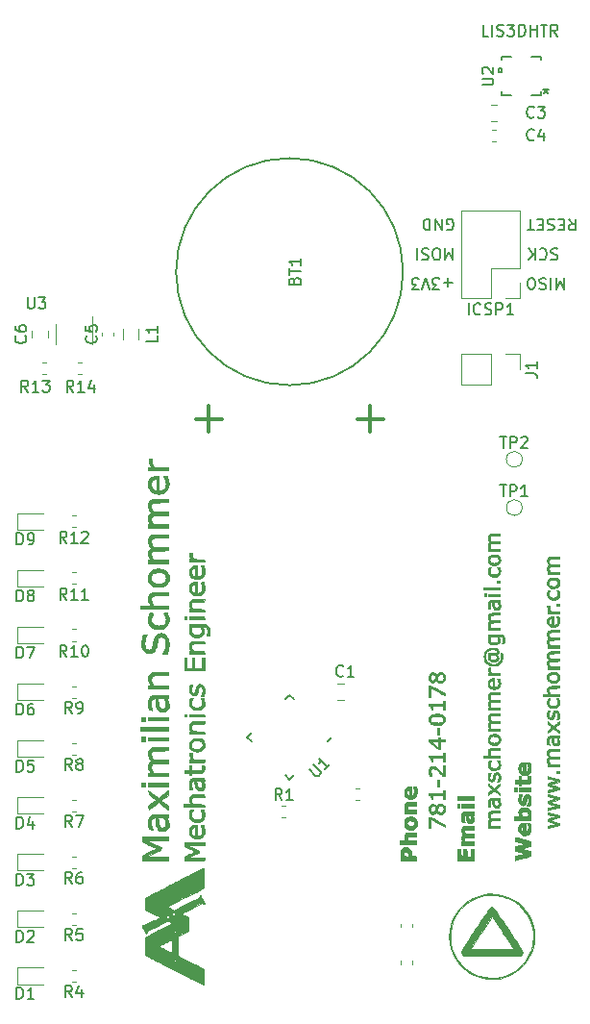
<source format=gbr>
G04 #@! TF.GenerationSoftware,KiCad,Pcbnew,5.1.0-unknown-3692c51~82~ubuntu16.04.1*
G04 #@! TF.CreationDate,2019-03-31T09:50:07-04:00*
G04 #@! TF.ProjectId,BalancingBusinessCardLights,42616c61-6e63-4696-9e67-427573696e65,rev?*
G04 #@! TF.SameCoordinates,Original*
G04 #@! TF.FileFunction,Legend,Top*
G04 #@! TF.FilePolarity,Positive*
%FSLAX46Y46*%
G04 Gerber Fmt 4.6, Leading zero omitted, Abs format (unit mm)*
G04 Created by KiCad (PCBNEW 5.1.0-unknown-3692c51~82~ubuntu16.04.1) date 2019-03-31 09:50:07*
%MOMM*%
%LPD*%
G04 APERTURE LIST*
%ADD10C,0.300000*%
%ADD11C,0.150000*%
%ADD12C,0.010000*%
%ADD13C,0.120000*%
%ADD14C,0.152400*%
G04 APERTURE END LIST*
D10*
X204240658Y-88459503D02*
X201954943Y-88459503D01*
X203097801Y-87316646D02*
X203097801Y-89602360D01*
X218440658Y-88459503D02*
X216154943Y-88459503D01*
X217297801Y-87316646D02*
X217297801Y-89602360D01*
D11*
X224557205Y-76402360D02*
X223795301Y-76402360D01*
X224176253Y-76021408D02*
X224176253Y-76783312D01*
X223414348Y-77021408D02*
X222795301Y-77021408D01*
X223128634Y-76640455D01*
X222985777Y-76640455D01*
X222890539Y-76592836D01*
X222842920Y-76545217D01*
X222795301Y-76449979D01*
X222795301Y-76211884D01*
X222842920Y-76116646D01*
X222890539Y-76069027D01*
X222985777Y-76021408D01*
X223271491Y-76021408D01*
X223366729Y-76069027D01*
X223414348Y-76116646D01*
X222509586Y-77021408D02*
X222176253Y-76021408D01*
X221842920Y-77021408D01*
X221604824Y-77021408D02*
X220985777Y-77021408D01*
X221319110Y-76640455D01*
X221176253Y-76640455D01*
X221081015Y-76592836D01*
X221033396Y-76545217D01*
X220985777Y-76449979D01*
X220985777Y-76211884D01*
X221033396Y-76116646D01*
X221081015Y-76069027D01*
X221176253Y-76021408D01*
X221461967Y-76021408D01*
X221557205Y-76069027D01*
X221604824Y-76116646D01*
X224576253Y-73421408D02*
X224576253Y-74421408D01*
X224242920Y-73707122D01*
X223909586Y-74421408D01*
X223909586Y-73421408D01*
X223242920Y-74421408D02*
X223052443Y-74421408D01*
X222957205Y-74373789D01*
X222861967Y-74278550D01*
X222814348Y-74088074D01*
X222814348Y-73754741D01*
X222861967Y-73564265D01*
X222957205Y-73469027D01*
X223052443Y-73421408D01*
X223242920Y-73421408D01*
X223338158Y-73469027D01*
X223433396Y-73564265D01*
X223481015Y-73754741D01*
X223481015Y-74088074D01*
X223433396Y-74278550D01*
X223338158Y-74373789D01*
X223242920Y-74421408D01*
X222433396Y-73469027D02*
X222290539Y-73421408D01*
X222052443Y-73421408D01*
X221957205Y-73469027D01*
X221909586Y-73516646D01*
X221861967Y-73611884D01*
X221861967Y-73707122D01*
X221909586Y-73802360D01*
X221957205Y-73849979D01*
X222052443Y-73897598D01*
X222242920Y-73945217D01*
X222338158Y-73992836D01*
X222385777Y-74040455D01*
X222433396Y-74135693D01*
X222433396Y-74230931D01*
X222385777Y-74326169D01*
X222338158Y-74373789D01*
X222242920Y-74421408D01*
X222004824Y-74421408D01*
X221861967Y-74373789D01*
X221433396Y-73421408D02*
X221433396Y-74421408D01*
X224081015Y-71773789D02*
X224176253Y-71821408D01*
X224319110Y-71821408D01*
X224461967Y-71773789D01*
X224557205Y-71678550D01*
X224604824Y-71583312D01*
X224652443Y-71392836D01*
X224652443Y-71249979D01*
X224604824Y-71059503D01*
X224557205Y-70964265D01*
X224461967Y-70869027D01*
X224319110Y-70821408D01*
X224223872Y-70821408D01*
X224081015Y-70869027D01*
X224033396Y-70916646D01*
X224033396Y-71249979D01*
X224223872Y-71249979D01*
X223604824Y-70821408D02*
X223604824Y-71821408D01*
X223033396Y-70821408D01*
X223033396Y-71821408D01*
X222557205Y-70821408D02*
X222557205Y-71821408D01*
X222319110Y-71821408D01*
X222176253Y-71773789D01*
X222081015Y-71678550D01*
X222033396Y-71583312D01*
X221985777Y-71392836D01*
X221985777Y-71249979D01*
X222033396Y-71059503D01*
X222081015Y-70964265D01*
X222176253Y-70869027D01*
X222319110Y-70821408D01*
X222557205Y-70821408D01*
X234790777Y-70821408D02*
X235124110Y-71297598D01*
X235362205Y-70821408D02*
X235362205Y-71821408D01*
X234981253Y-71821408D01*
X234886015Y-71773789D01*
X234838396Y-71726169D01*
X234790777Y-71630931D01*
X234790777Y-71488074D01*
X234838396Y-71392836D01*
X234886015Y-71345217D01*
X234981253Y-71297598D01*
X235362205Y-71297598D01*
X234362205Y-71345217D02*
X234028872Y-71345217D01*
X233886015Y-70821408D02*
X234362205Y-70821408D01*
X234362205Y-71821408D01*
X233886015Y-71821408D01*
X233505062Y-70869027D02*
X233362205Y-70821408D01*
X233124110Y-70821408D01*
X233028872Y-70869027D01*
X232981253Y-70916646D01*
X232933634Y-71011884D01*
X232933634Y-71107122D01*
X232981253Y-71202360D01*
X233028872Y-71249979D01*
X233124110Y-71297598D01*
X233314586Y-71345217D01*
X233409824Y-71392836D01*
X233457443Y-71440455D01*
X233505062Y-71535693D01*
X233505062Y-71630931D01*
X233457443Y-71726169D01*
X233409824Y-71773789D01*
X233314586Y-71821408D01*
X233076491Y-71821408D01*
X232933634Y-71773789D01*
X232505062Y-71345217D02*
X232171729Y-71345217D01*
X232028872Y-70821408D02*
X232505062Y-70821408D01*
X232505062Y-71821408D01*
X232028872Y-71821408D01*
X231743158Y-71821408D02*
X231171729Y-71821408D01*
X231457443Y-70821408D02*
X231457443Y-71821408D01*
X233809824Y-73469027D02*
X233666967Y-73421408D01*
X233428872Y-73421408D01*
X233333634Y-73469027D01*
X233286015Y-73516646D01*
X233238396Y-73611884D01*
X233238396Y-73707122D01*
X233286015Y-73802360D01*
X233333634Y-73849979D01*
X233428872Y-73897598D01*
X233619348Y-73945217D01*
X233714586Y-73992836D01*
X233762205Y-74040455D01*
X233809824Y-74135693D01*
X233809824Y-74230931D01*
X233762205Y-74326169D01*
X233714586Y-74373789D01*
X233619348Y-74421408D01*
X233381253Y-74421408D01*
X233238396Y-74373789D01*
X232238396Y-73516646D02*
X232286015Y-73469027D01*
X232428872Y-73421408D01*
X232524110Y-73421408D01*
X232666967Y-73469027D01*
X232762205Y-73564265D01*
X232809824Y-73659503D01*
X232857443Y-73849979D01*
X232857443Y-73992836D01*
X232809824Y-74183312D01*
X232762205Y-74278550D01*
X232666967Y-74373789D01*
X232524110Y-74421408D01*
X232428872Y-74421408D01*
X232286015Y-74373789D01*
X232238396Y-74326169D01*
X231809824Y-73421408D02*
X231809824Y-74421408D01*
X231238396Y-73421408D02*
X231666967Y-73992836D01*
X231238396Y-74421408D02*
X231809824Y-73849979D01*
X234362205Y-76021408D02*
X234362205Y-77021408D01*
X234028872Y-76307122D01*
X233695539Y-77021408D01*
X233695539Y-76021408D01*
X233219348Y-76021408D02*
X233219348Y-77021408D01*
X232790777Y-76069027D02*
X232647920Y-76021408D01*
X232409824Y-76021408D01*
X232314586Y-76069027D01*
X232266967Y-76116646D01*
X232219348Y-76211884D01*
X232219348Y-76307122D01*
X232266967Y-76402360D01*
X232314586Y-76449979D01*
X232409824Y-76497598D01*
X232600301Y-76545217D01*
X232695539Y-76592836D01*
X232743158Y-76640455D01*
X232790777Y-76735693D01*
X232790777Y-76830931D01*
X232743158Y-76926169D01*
X232695539Y-76973789D01*
X232600301Y-77021408D01*
X232362205Y-77021408D01*
X232219348Y-76973789D01*
X231600301Y-77021408D02*
X231409824Y-77021408D01*
X231314586Y-76973789D01*
X231219348Y-76878550D01*
X231171729Y-76688074D01*
X231171729Y-76354741D01*
X231219348Y-76164265D01*
X231314586Y-76069027D01*
X231409824Y-76021408D01*
X231600301Y-76021408D01*
X231695539Y-76069027D01*
X231790777Y-76164265D01*
X231838396Y-76354741D01*
X231838396Y-76688074D01*
X231790777Y-76878550D01*
X231695539Y-76973789D01*
X231600301Y-77021408D01*
D12*
G36*
X197465929Y-114677470D02*
G01*
X197465929Y-115018814D01*
X197164743Y-115018814D01*
X197164743Y-114677470D01*
X197465929Y-114677470D01*
X197465929Y-114677470D01*
G37*
X197465929Y-114677470D02*
X197465929Y-115018814D01*
X197164743Y-115018814D01*
X197164743Y-114677470D01*
X197465929Y-114677470D01*
G36*
X197465929Y-116444427D02*
G01*
X197465929Y-116785770D01*
X197164743Y-116785770D01*
X197164743Y-116444427D01*
X197465929Y-116444427D01*
X197465929Y-116444427D01*
G37*
X197465929Y-116444427D02*
X197465929Y-116785770D01*
X197164743Y-116785770D01*
X197164743Y-116444427D01*
X197465929Y-116444427D01*
G36*
X197465929Y-120460237D02*
G01*
X197465929Y-120801581D01*
X197164743Y-120801581D01*
X197164743Y-120460237D01*
X197465929Y-120460237D01*
X197465929Y-120460237D01*
G37*
X197465929Y-120460237D02*
X197465929Y-120801581D01*
X197164743Y-120801581D01*
X197164743Y-120460237D01*
X197465929Y-120460237D01*
G36*
X197887589Y-92710988D02*
G01*
X197951132Y-92708698D01*
X197994787Y-92702745D01*
X198008063Y-92695864D01*
X197997265Y-92672517D01*
X197969325Y-92627727D01*
X197940198Y-92585286D01*
X197852906Y-92437010D01*
X197794730Y-92282046D01*
X197767891Y-92128557D01*
X197774613Y-91984708D01*
X197775456Y-91980094D01*
X197789013Y-91907826D01*
X198091570Y-91907826D01*
X198078564Y-91967045D01*
X198072075Y-92016332D01*
X198067222Y-92090389D01*
X198064988Y-92173835D01*
X198064954Y-92180057D01*
X198066856Y-92265758D01*
X198076211Y-92331500D01*
X198097298Y-92395353D01*
X198134396Y-92475388D01*
X198135312Y-92477241D01*
X198166164Y-92541202D01*
X198191717Y-92592363D01*
X198216629Y-92632143D01*
X198245558Y-92661962D01*
X198283163Y-92683239D01*
X198334101Y-92697394D01*
X198403032Y-92705847D01*
X198494613Y-92710017D01*
X198613503Y-92711323D01*
X198764360Y-92711185D01*
X198902363Y-92710988D01*
X199513992Y-92710988D01*
X199513992Y-92992095D01*
X197767115Y-92992095D01*
X197767115Y-92710988D01*
X197887589Y-92710988D01*
X197887589Y-92710988D01*
G37*
X197887589Y-92710988D02*
X197951132Y-92708698D01*
X197994787Y-92702745D01*
X198008063Y-92695864D01*
X197997265Y-92672517D01*
X197969325Y-92627727D01*
X197940198Y-92585286D01*
X197852906Y-92437010D01*
X197794730Y-92282046D01*
X197767891Y-92128557D01*
X197774613Y-91984708D01*
X197775456Y-91980094D01*
X197789013Y-91907826D01*
X198091570Y-91907826D01*
X198078564Y-91967045D01*
X198072075Y-92016332D01*
X198067222Y-92090389D01*
X198064988Y-92173835D01*
X198064954Y-92180057D01*
X198066856Y-92265758D01*
X198076211Y-92331500D01*
X198097298Y-92395353D01*
X198134396Y-92475388D01*
X198135312Y-92477241D01*
X198166164Y-92541202D01*
X198191717Y-92592363D01*
X198216629Y-92632143D01*
X198245558Y-92661962D01*
X198283163Y-92683239D01*
X198334101Y-92697394D01*
X198403032Y-92705847D01*
X198494613Y-92710017D01*
X198613503Y-92711323D01*
X198764360Y-92711185D01*
X198902363Y-92710988D01*
X199513992Y-92710988D01*
X199513992Y-92992095D01*
X197767115Y-92992095D01*
X197767115Y-92710988D01*
X197887589Y-92710988D01*
G36*
X197730533Y-95910917D02*
G01*
X197740366Y-95859516D01*
X197759392Y-95808895D01*
X197776703Y-95772167D01*
X197846422Y-95665542D01*
X197917563Y-95602471D01*
X197965802Y-95571443D01*
X198014462Y-95546189D01*
X198068179Y-95526124D01*
X198131591Y-95510666D01*
X198209335Y-95499230D01*
X198306050Y-95491233D01*
X198426372Y-95486091D01*
X198574940Y-95483221D01*
X198756390Y-95482039D01*
X198875681Y-95481897D01*
X199513992Y-95481897D01*
X199513992Y-95781048D01*
X198856403Y-95787085D01*
X198673647Y-95788955D01*
X198526632Y-95791025D01*
X198410941Y-95793547D01*
X198322158Y-95796775D01*
X198255864Y-95800964D01*
X198207644Y-95806367D01*
X198173080Y-95813238D01*
X198147755Y-95821830D01*
X198133897Y-95828600D01*
X198071002Y-95877243D01*
X198031237Y-95945185D01*
X198011711Y-96039111D01*
X198008504Y-96118410D01*
X198017396Y-96231134D01*
X198046183Y-96335503D01*
X198099209Y-96443930D01*
X198151123Y-96526008D01*
X198212221Y-96616363D01*
X198863107Y-96610313D01*
X199513992Y-96604263D01*
X199513992Y-96907510D01*
X198922648Y-96907510D01*
X198725652Y-96908027D01*
X198564519Y-96909924D01*
X198434965Y-96913721D01*
X198332703Y-96919935D01*
X198253448Y-96929085D01*
X198192915Y-96941691D01*
X198146818Y-96958270D01*
X198110873Y-96979342D01*
X198080793Y-97005426D01*
X198076384Y-97009947D01*
X198045290Y-97047177D01*
X198026770Y-97086654D01*
X198016711Y-97141399D01*
X198011438Y-97215586D01*
X198010765Y-97307688D01*
X198021550Y-97386666D01*
X198047436Y-97464734D01*
X198092065Y-97554105D01*
X198133630Y-97625336D01*
X198197260Y-97730751D01*
X199513992Y-97730751D01*
X199513992Y-98031936D01*
X197767115Y-98031936D01*
X197767115Y-97730751D01*
X197952592Y-97730751D01*
X197902860Y-97665494D01*
X197815459Y-97531595D01*
X197760910Y-97397881D01*
X197734233Y-97251071D01*
X197731173Y-97207646D01*
X197734300Y-97060854D01*
X197762062Y-96940375D01*
X197817207Y-96838855D01*
X197902481Y-96748936D01*
X197902541Y-96748885D01*
X197992115Y-96672320D01*
X197916689Y-96574065D01*
X197831095Y-96449102D01*
X197774866Y-96330615D01*
X197742835Y-96204586D01*
X197730233Y-96068410D01*
X197727839Y-95976186D01*
X197730533Y-95910917D01*
X197730533Y-95910917D01*
G37*
X197730533Y-95910917D02*
X197740366Y-95859516D01*
X197759392Y-95808895D01*
X197776703Y-95772167D01*
X197846422Y-95665542D01*
X197917563Y-95602471D01*
X197965802Y-95571443D01*
X198014462Y-95546189D01*
X198068179Y-95526124D01*
X198131591Y-95510666D01*
X198209335Y-95499230D01*
X198306050Y-95491233D01*
X198426372Y-95486091D01*
X198574940Y-95483221D01*
X198756390Y-95482039D01*
X198875681Y-95481897D01*
X199513992Y-95481897D01*
X199513992Y-95781048D01*
X198856403Y-95787085D01*
X198673647Y-95788955D01*
X198526632Y-95791025D01*
X198410941Y-95793547D01*
X198322158Y-95796775D01*
X198255864Y-95800964D01*
X198207644Y-95806367D01*
X198173080Y-95813238D01*
X198147755Y-95821830D01*
X198133897Y-95828600D01*
X198071002Y-95877243D01*
X198031237Y-95945185D01*
X198011711Y-96039111D01*
X198008504Y-96118410D01*
X198017396Y-96231134D01*
X198046183Y-96335503D01*
X198099209Y-96443930D01*
X198151123Y-96526008D01*
X198212221Y-96616363D01*
X198863107Y-96610313D01*
X199513992Y-96604263D01*
X199513992Y-96907510D01*
X198922648Y-96907510D01*
X198725652Y-96908027D01*
X198564519Y-96909924D01*
X198434965Y-96913721D01*
X198332703Y-96919935D01*
X198253448Y-96929085D01*
X198192915Y-96941691D01*
X198146818Y-96958270D01*
X198110873Y-96979342D01*
X198080793Y-97005426D01*
X198076384Y-97009947D01*
X198045290Y-97047177D01*
X198026770Y-97086654D01*
X198016711Y-97141399D01*
X198011438Y-97215586D01*
X198010765Y-97307688D01*
X198021550Y-97386666D01*
X198047436Y-97464734D01*
X198092065Y-97554105D01*
X198133630Y-97625336D01*
X198197260Y-97730751D01*
X199513992Y-97730751D01*
X199513992Y-98031936D01*
X197767115Y-98031936D01*
X197767115Y-97730751D01*
X197952592Y-97730751D01*
X197902860Y-97665494D01*
X197815459Y-97531595D01*
X197760910Y-97397881D01*
X197734233Y-97251071D01*
X197731173Y-97207646D01*
X197734300Y-97060854D01*
X197762062Y-96940375D01*
X197817207Y-96838855D01*
X197902481Y-96748936D01*
X197902541Y-96748885D01*
X197992115Y-96672320D01*
X197916689Y-96574065D01*
X197831095Y-96449102D01*
X197774866Y-96330615D01*
X197742835Y-96204586D01*
X197730233Y-96068410D01*
X197727839Y-95976186D01*
X197730533Y-95910917D01*
G36*
X197732155Y-100184876D02*
G01*
X197750184Y-100092024D01*
X197785654Y-100014729D01*
X197843063Y-99941138D01*
X197879288Y-99904084D01*
X197987595Y-99798444D01*
X197919869Y-99703293D01*
X197838155Y-99578874D01*
X197782714Y-99468680D01*
X197749023Y-99361163D01*
X197732556Y-99244776D01*
X197731036Y-99221345D01*
X197730909Y-99078499D01*
X197749585Y-98963656D01*
X197789247Y-98868261D01*
X197838892Y-98798629D01*
X197934284Y-98717404D01*
X198062772Y-98657221D01*
X198222845Y-98618753D01*
X198254007Y-98614302D01*
X198313353Y-98609218D01*
X198405816Y-98604605D01*
X198524356Y-98600657D01*
X198661931Y-98597570D01*
X198811500Y-98595540D01*
X198956798Y-98594770D01*
X199513992Y-98594150D01*
X199513992Y-98891933D01*
X198876482Y-98899173D01*
X198694001Y-98901509D01*
X198547201Y-98904107D01*
X198431603Y-98907220D01*
X198342729Y-98911104D01*
X198276101Y-98916016D01*
X198227243Y-98922210D01*
X198191675Y-98929942D01*
X198164920Y-98939467D01*
X198164116Y-98939824D01*
X198086894Y-98990695D01*
X198036935Y-99064397D01*
X198012008Y-99165213D01*
X198008138Y-99239247D01*
X198013937Y-99338427D01*
X198034337Y-99427357D01*
X198073659Y-99518890D01*
X198136225Y-99625878D01*
X198140267Y-99632217D01*
X198208355Y-99738656D01*
X199513992Y-99738656D01*
X199513992Y-100014127D01*
X198886298Y-100023923D01*
X198709044Y-100026855D01*
X198567139Y-100029744D01*
X198455776Y-100032931D01*
X198370149Y-100036759D01*
X198305449Y-100041568D01*
X198256871Y-100047700D01*
X198219607Y-100055497D01*
X198188851Y-100065300D01*
X198164878Y-100075179D01*
X198091587Y-100117658D01*
X198043859Y-100173046D01*
X198017522Y-100249338D01*
X198008400Y-100354528D01*
X198008259Y-100375169D01*
X198028354Y-100531218D01*
X198087369Y-100682844D01*
X198161012Y-100797680D01*
X198210897Y-100863083D01*
X199513992Y-100863083D01*
X199513992Y-101164269D01*
X197767115Y-101164269D01*
X197767115Y-100865283D01*
X197948215Y-100853043D01*
X197877998Y-100754490D01*
X197788931Y-100599524D01*
X197739134Y-100438975D01*
X197727069Y-100305136D01*
X197732155Y-100184876D01*
X197732155Y-100184876D01*
G37*
X197732155Y-100184876D02*
X197750184Y-100092024D01*
X197785654Y-100014729D01*
X197843063Y-99941138D01*
X197879288Y-99904084D01*
X197987595Y-99798444D01*
X197919869Y-99703293D01*
X197838155Y-99578874D01*
X197782714Y-99468680D01*
X197749023Y-99361163D01*
X197732556Y-99244776D01*
X197731036Y-99221345D01*
X197730909Y-99078499D01*
X197749585Y-98963656D01*
X197789247Y-98868261D01*
X197838892Y-98798629D01*
X197934284Y-98717404D01*
X198062772Y-98657221D01*
X198222845Y-98618753D01*
X198254007Y-98614302D01*
X198313353Y-98609218D01*
X198405816Y-98604605D01*
X198524356Y-98600657D01*
X198661931Y-98597570D01*
X198811500Y-98595540D01*
X198956798Y-98594770D01*
X199513992Y-98594150D01*
X199513992Y-98891933D01*
X198876482Y-98899173D01*
X198694001Y-98901509D01*
X198547201Y-98904107D01*
X198431603Y-98907220D01*
X198342729Y-98911104D01*
X198276101Y-98916016D01*
X198227243Y-98922210D01*
X198191675Y-98929942D01*
X198164920Y-98939467D01*
X198164116Y-98939824D01*
X198086894Y-98990695D01*
X198036935Y-99064397D01*
X198012008Y-99165213D01*
X198008138Y-99239247D01*
X198013937Y-99338427D01*
X198034337Y-99427357D01*
X198073659Y-99518890D01*
X198136225Y-99625878D01*
X198140267Y-99632217D01*
X198208355Y-99738656D01*
X199513992Y-99738656D01*
X199513992Y-100014127D01*
X198886298Y-100023923D01*
X198709044Y-100026855D01*
X198567139Y-100029744D01*
X198455776Y-100032931D01*
X198370149Y-100036759D01*
X198305449Y-100041568D01*
X198256871Y-100047700D01*
X198219607Y-100055497D01*
X198188851Y-100065300D01*
X198164878Y-100075179D01*
X198091587Y-100117658D01*
X198043859Y-100173046D01*
X198017522Y-100249338D01*
X198008400Y-100354528D01*
X198008259Y-100375169D01*
X198028354Y-100531218D01*
X198087369Y-100682844D01*
X198161012Y-100797680D01*
X198210897Y-100863083D01*
X199513992Y-100863083D01*
X199513992Y-101164269D01*
X197767115Y-101164269D01*
X197767115Y-100865283D01*
X197948215Y-100853043D01*
X197877998Y-100754490D01*
X197788931Y-100599524D01*
X197739134Y-100438975D01*
X197727069Y-100305136D01*
X197732155Y-100184876D01*
G36*
X197516126Y-104858814D02*
G01*
X197642912Y-104858399D01*
X197754976Y-104857240D01*
X197846522Y-104855461D01*
X197911751Y-104853188D01*
X197944867Y-104850547D01*
X197947826Y-104849452D01*
X197937714Y-104829241D01*
X197911054Y-104784660D01*
X197873360Y-104724893D01*
X197868702Y-104717670D01*
X197797713Y-104595301D01*
X197753613Y-104483861D01*
X197732350Y-104368679D01*
X197729872Y-104235086D01*
X197730617Y-104217686D01*
X197747871Y-104074241D01*
X197786443Y-103960247D01*
X197849541Y-103869314D01*
X197940373Y-103795051D01*
X197943873Y-103792815D01*
X197988165Y-103765648D01*
X198029846Y-103743585D01*
X198073645Y-103726029D01*
X198124288Y-103712388D01*
X198186503Y-103702066D01*
X198265019Y-103694468D01*
X198364563Y-103689001D01*
X198489863Y-103685069D01*
X198645646Y-103682077D01*
X198836641Y-103679432D01*
X198846364Y-103679309D01*
X199513992Y-103670863D01*
X199513992Y-103972347D01*
X198876482Y-103978861D01*
X198698475Y-103980818D01*
X198555977Y-103982861D01*
X198444340Y-103985302D01*
X198358915Y-103988448D01*
X198295054Y-103992611D01*
X198248109Y-103998099D01*
X198213431Y-104005223D01*
X198186373Y-104014291D01*
X198162285Y-104025613D01*
X198160496Y-104026547D01*
X198088460Y-104076132D01*
X198041800Y-104139689D01*
X198017409Y-104224401D01*
X198012180Y-104337449D01*
X198013295Y-104366877D01*
X198022924Y-104469135D01*
X198043765Y-104557187D01*
X198080557Y-104644114D01*
X198138038Y-104742998D01*
X198164064Y-104783069D01*
X198214190Y-104858814D01*
X199513992Y-104858814D01*
X199513992Y-105139921D01*
X197084427Y-105139921D01*
X197084427Y-104858814D01*
X197516126Y-104858814D01*
X197516126Y-104858814D01*
G37*
X197516126Y-104858814D02*
X197642912Y-104858399D01*
X197754976Y-104857240D01*
X197846522Y-104855461D01*
X197911751Y-104853188D01*
X197944867Y-104850547D01*
X197947826Y-104849452D01*
X197937714Y-104829241D01*
X197911054Y-104784660D01*
X197873360Y-104724893D01*
X197868702Y-104717670D01*
X197797713Y-104595301D01*
X197753613Y-104483861D01*
X197732350Y-104368679D01*
X197729872Y-104235086D01*
X197730617Y-104217686D01*
X197747871Y-104074241D01*
X197786443Y-103960247D01*
X197849541Y-103869314D01*
X197940373Y-103795051D01*
X197943873Y-103792815D01*
X197988165Y-103765648D01*
X198029846Y-103743585D01*
X198073645Y-103726029D01*
X198124288Y-103712388D01*
X198186503Y-103702066D01*
X198265019Y-103694468D01*
X198364563Y-103689001D01*
X198489863Y-103685069D01*
X198645646Y-103682077D01*
X198836641Y-103679432D01*
X198846364Y-103679309D01*
X199513992Y-103670863D01*
X199513992Y-103972347D01*
X198876482Y-103978861D01*
X198698475Y-103980818D01*
X198555977Y-103982861D01*
X198444340Y-103985302D01*
X198358915Y-103988448D01*
X198295054Y-103992611D01*
X198248109Y-103998099D01*
X198213431Y-104005223D01*
X198186373Y-104014291D01*
X198162285Y-104025613D01*
X198160496Y-104026547D01*
X198088460Y-104076132D01*
X198041800Y-104139689D01*
X198017409Y-104224401D01*
X198012180Y-104337449D01*
X198013295Y-104366877D01*
X198022924Y-104469135D01*
X198043765Y-104557187D01*
X198080557Y-104644114D01*
X198138038Y-104742998D01*
X198164064Y-104783069D01*
X198214190Y-104858814D01*
X199513992Y-104858814D01*
X199513992Y-105139921D01*
X197084427Y-105139921D01*
X197084427Y-104858814D01*
X197516126Y-104858814D01*
G36*
X197737421Y-111131852D02*
G01*
X197750570Y-111079441D01*
X197792962Y-110991410D01*
X197862793Y-110902724D01*
X197949332Y-110825209D01*
X198022713Y-110779518D01*
X198049175Y-110766841D01*
X198075200Y-110756598D01*
X198105274Y-110748486D01*
X198143881Y-110742200D01*
X198195507Y-110737437D01*
X198264637Y-110733893D01*
X198355756Y-110731264D01*
X198473349Y-110729245D01*
X198621902Y-110727533D01*
X198805899Y-110725823D01*
X198816245Y-110725731D01*
X199513992Y-110719526D01*
X199513992Y-111003004D01*
X198986917Y-111003401D01*
X198769592Y-111004778D01*
X198589210Y-111008724D01*
X198442624Y-111015505D01*
X198326687Y-111025384D01*
X198238248Y-111038624D01*
X198174162Y-111055489D01*
X198133281Y-111074904D01*
X198065931Y-111141925D01*
X198022905Y-111234438D01*
X198005008Y-111345383D01*
X198013046Y-111467701D01*
X198047826Y-111594332D01*
X198068481Y-111642666D01*
X198105778Y-111717233D01*
X198143302Y-111785413D01*
X198170228Y-111828397D01*
X198211588Y-111886482D01*
X199513992Y-111886482D01*
X199513992Y-112187668D01*
X197767115Y-112187668D01*
X197767115Y-111886482D01*
X197857470Y-111886482D01*
X197911380Y-111884887D01*
X197943698Y-111880852D01*
X197947826Y-111878460D01*
X197937509Y-111858914D01*
X197910671Y-111816128D01*
X197879098Y-111768309D01*
X197796301Y-111615626D01*
X197744048Y-111453071D01*
X197723900Y-111289020D01*
X197737421Y-111131852D01*
X197737421Y-111131852D01*
G37*
X197737421Y-111131852D02*
X197750570Y-111079441D01*
X197792962Y-110991410D01*
X197862793Y-110902724D01*
X197949332Y-110825209D01*
X198022713Y-110779518D01*
X198049175Y-110766841D01*
X198075200Y-110756598D01*
X198105274Y-110748486D01*
X198143881Y-110742200D01*
X198195507Y-110737437D01*
X198264637Y-110733893D01*
X198355756Y-110731264D01*
X198473349Y-110729245D01*
X198621902Y-110727533D01*
X198805899Y-110725823D01*
X198816245Y-110725731D01*
X199513992Y-110719526D01*
X199513992Y-111003004D01*
X198986917Y-111003401D01*
X198769592Y-111004778D01*
X198589210Y-111008724D01*
X198442624Y-111015505D01*
X198326687Y-111025384D01*
X198238248Y-111038624D01*
X198174162Y-111055489D01*
X198133281Y-111074904D01*
X198065931Y-111141925D01*
X198022905Y-111234438D01*
X198005008Y-111345383D01*
X198013046Y-111467701D01*
X198047826Y-111594332D01*
X198068481Y-111642666D01*
X198105778Y-111717233D01*
X198143302Y-111785413D01*
X198170228Y-111828397D01*
X198211588Y-111886482D01*
X199513992Y-111886482D01*
X199513992Y-112187668D01*
X197767115Y-112187668D01*
X197767115Y-111886482D01*
X197857470Y-111886482D01*
X197911380Y-111884887D01*
X197943698Y-111880852D01*
X197947826Y-111878460D01*
X197937509Y-111858914D01*
X197910671Y-111816128D01*
X197879098Y-111768309D01*
X197796301Y-111615626D01*
X197744048Y-111453071D01*
X197723900Y-111289020D01*
X197737421Y-111131852D01*
G36*
X199513992Y-114697549D02*
G01*
X199513992Y-114998735D01*
X197767115Y-114998735D01*
X197767115Y-114697549D01*
X199513992Y-114697549D01*
X199513992Y-114697549D01*
G37*
X199513992Y-114697549D02*
X199513992Y-114998735D01*
X197767115Y-114998735D01*
X197767115Y-114697549D01*
X199513992Y-114697549D01*
G36*
X199513992Y-115581027D02*
G01*
X199513992Y-115882213D01*
X197084427Y-115882213D01*
X197084427Y-115581027D01*
X199513992Y-115581027D01*
X199513992Y-115581027D01*
G37*
X199513992Y-115581027D02*
X199513992Y-115882213D01*
X197084427Y-115882213D01*
X197084427Y-115581027D01*
X199513992Y-115581027D01*
G36*
X199513992Y-116464506D02*
G01*
X199513992Y-116765691D01*
X197767115Y-116765691D01*
X197767115Y-116464506D01*
X199513992Y-116464506D01*
X199513992Y-116464506D01*
G37*
X199513992Y-116464506D02*
X199513992Y-116765691D01*
X197767115Y-116765691D01*
X197767115Y-116464506D01*
X199513992Y-116464506D01*
G36*
X197741150Y-118869482D02*
G01*
X197782843Y-118746662D01*
X197854533Y-118646160D01*
X197946909Y-118570992D01*
X197996111Y-118539059D01*
X197924245Y-118440478D01*
X197840558Y-118315771D01*
X197783736Y-118204628D01*
X197749223Y-118095607D01*
X197732463Y-117977261D01*
X197731036Y-117955100D01*
X197733651Y-117794596D01*
X197762014Y-117662725D01*
X197817808Y-117555969D01*
X197902713Y-117470815D01*
X197987769Y-117418370D01*
X198041453Y-117394167D01*
X198100439Y-117374558D01*
X198169395Y-117359094D01*
X198252992Y-117347325D01*
X198355898Y-117338803D01*
X198482784Y-117333078D01*
X198638318Y-117329701D01*
X198827171Y-117328223D01*
X198926680Y-117328057D01*
X199513992Y-117327905D01*
X199513992Y-117625727D01*
X198866443Y-117632517D01*
X198683514Y-117634676D01*
X198536403Y-117637072D01*
X198420769Y-117639949D01*
X198332272Y-117643552D01*
X198266571Y-117648124D01*
X198219325Y-117653910D01*
X198186195Y-117661152D01*
X198162838Y-117670096D01*
X198158609Y-117672301D01*
X198088851Y-117718155D01*
X198045309Y-117770218D01*
X198021524Y-117839832D01*
X198011444Y-117930799D01*
X198013167Y-118050792D01*
X198035660Y-118159039D01*
X198082814Y-118268903D01*
X198136423Y-118359963D01*
X198208355Y-118472411D01*
X199513992Y-118472411D01*
X199513992Y-118749315D01*
X198886522Y-118758141D01*
X198692029Y-118761223D01*
X198533461Y-118764909D01*
X198406583Y-118769878D01*
X198307162Y-118776812D01*
X198230963Y-118786392D01*
X198173752Y-118799298D01*
X198131297Y-118816211D01*
X198099362Y-118837812D01*
X198073715Y-118864782D01*
X198053975Y-118892020D01*
X198027938Y-118939396D01*
X198013887Y-118992770D01*
X198008754Y-119066365D01*
X198008504Y-119102851D01*
X198015948Y-119212844D01*
X198040627Y-119310659D01*
X198087179Y-119409661D01*
X198148568Y-119506411D01*
X198210783Y-119596838D01*
X199513992Y-119596838D01*
X199513992Y-119898023D01*
X197767115Y-119898023D01*
X197767115Y-119599038D01*
X197856862Y-119592918D01*
X197946610Y-119586798D01*
X197877462Y-119486403D01*
X197795449Y-119346052D01*
X197746971Y-119207378D01*
X197728005Y-119057844D01*
X197727398Y-119018812D01*
X197741150Y-118869482D01*
X197741150Y-118869482D01*
G37*
X197741150Y-118869482D02*
X197782843Y-118746662D01*
X197854533Y-118646160D01*
X197946909Y-118570992D01*
X197996111Y-118539059D01*
X197924245Y-118440478D01*
X197840558Y-118315771D01*
X197783736Y-118204628D01*
X197749223Y-118095607D01*
X197732463Y-117977261D01*
X197731036Y-117955100D01*
X197733651Y-117794596D01*
X197762014Y-117662725D01*
X197817808Y-117555969D01*
X197902713Y-117470815D01*
X197987769Y-117418370D01*
X198041453Y-117394167D01*
X198100439Y-117374558D01*
X198169395Y-117359094D01*
X198252992Y-117347325D01*
X198355898Y-117338803D01*
X198482784Y-117333078D01*
X198638318Y-117329701D01*
X198827171Y-117328223D01*
X198926680Y-117328057D01*
X199513992Y-117327905D01*
X199513992Y-117625727D01*
X198866443Y-117632517D01*
X198683514Y-117634676D01*
X198536403Y-117637072D01*
X198420769Y-117639949D01*
X198332272Y-117643552D01*
X198266571Y-117648124D01*
X198219325Y-117653910D01*
X198186195Y-117661152D01*
X198162838Y-117670096D01*
X198158609Y-117672301D01*
X198088851Y-117718155D01*
X198045309Y-117770218D01*
X198021524Y-117839832D01*
X198011444Y-117930799D01*
X198013167Y-118050792D01*
X198035660Y-118159039D01*
X198082814Y-118268903D01*
X198136423Y-118359963D01*
X198208355Y-118472411D01*
X199513992Y-118472411D01*
X199513992Y-118749315D01*
X198886522Y-118758141D01*
X198692029Y-118761223D01*
X198533461Y-118764909D01*
X198406583Y-118769878D01*
X198307162Y-118776812D01*
X198230963Y-118786392D01*
X198173752Y-118799298D01*
X198131297Y-118816211D01*
X198099362Y-118837812D01*
X198073715Y-118864782D01*
X198053975Y-118892020D01*
X198027938Y-118939396D01*
X198013887Y-118992770D01*
X198008754Y-119066365D01*
X198008504Y-119102851D01*
X198015948Y-119212844D01*
X198040627Y-119310659D01*
X198087179Y-119409661D01*
X198148568Y-119506411D01*
X198210783Y-119596838D01*
X199513992Y-119596838D01*
X199513992Y-119898023D01*
X197767115Y-119898023D01*
X197767115Y-119599038D01*
X197856862Y-119592918D01*
X197946610Y-119586798D01*
X197877462Y-119486403D01*
X197795449Y-119346052D01*
X197746971Y-119207378D01*
X197728005Y-119057844D01*
X197727398Y-119018812D01*
X197741150Y-118869482D01*
G36*
X199513992Y-120480316D02*
G01*
X199513992Y-120781502D01*
X197767115Y-120781502D01*
X197767115Y-120480316D01*
X199513992Y-120480316D01*
X199513992Y-120480316D01*
G37*
X199513992Y-120480316D02*
X199513992Y-120781502D01*
X197767115Y-120781502D01*
X197767115Y-120480316D01*
X199513992Y-120480316D01*
G36*
X198088379Y-122256066D02*
G01*
X198186545Y-122182804D01*
X198272601Y-122117035D01*
X198341654Y-122062625D01*
X198388816Y-122023441D01*
X198409195Y-122003347D01*
X198409644Y-122002124D01*
X198394197Y-121985609D01*
X198351129Y-121949416D01*
X198285347Y-121897413D01*
X198201761Y-121833467D01*
X198105279Y-121761448D01*
X198089530Y-121749844D01*
X197769415Y-121514387D01*
X197768265Y-121338925D01*
X197767115Y-121163464D01*
X198630157Y-121848642D01*
X199072074Y-121506290D01*
X199513992Y-121163938D01*
X199513992Y-121536490D01*
X199180645Y-121782750D01*
X199081205Y-121856740D01*
X198994271Y-121922442D01*
X198924492Y-121976256D01*
X198876520Y-122014581D01*
X198855006Y-122033819D01*
X198854360Y-122035298D01*
X198871874Y-122048667D01*
X198916663Y-122082338D01*
X198983800Y-122132621D01*
X199068357Y-122195826D01*
X199165404Y-122268264D01*
X199187708Y-122284898D01*
X199513992Y-122528210D01*
X199513992Y-122873098D01*
X199429907Y-122806153D01*
X199389058Y-122773849D01*
X199322613Y-122721559D01*
X199236619Y-122654030D01*
X199137121Y-122576006D01*
X199030161Y-122492234D01*
X198994422Y-122464264D01*
X198643022Y-122189320D01*
X198521313Y-122284498D01*
X198384521Y-122391146D01*
X198252902Y-122493149D01*
X198130164Y-122587681D01*
X198020020Y-122671920D01*
X197926179Y-122743040D01*
X197852351Y-122798218D01*
X197802247Y-122834630D01*
X197779577Y-122849450D01*
X197778855Y-122849644D01*
X197773652Y-122831071D01*
X197769631Y-122781365D01*
X197767387Y-122709548D01*
X197767115Y-122671414D01*
X197767115Y-122493184D01*
X198088379Y-122256066D01*
X198088379Y-122256066D01*
G37*
X198088379Y-122256066D02*
X198186545Y-122182804D01*
X198272601Y-122117035D01*
X198341654Y-122062625D01*
X198388816Y-122023441D01*
X198409195Y-122003347D01*
X198409644Y-122002124D01*
X198394197Y-121985609D01*
X198351129Y-121949416D01*
X198285347Y-121897413D01*
X198201761Y-121833467D01*
X198105279Y-121761448D01*
X198089530Y-121749844D01*
X197769415Y-121514387D01*
X197768265Y-121338925D01*
X197767115Y-121163464D01*
X198630157Y-121848642D01*
X199072074Y-121506290D01*
X199513992Y-121163938D01*
X199513992Y-121536490D01*
X199180645Y-121782750D01*
X199081205Y-121856740D01*
X198994271Y-121922442D01*
X198924492Y-121976256D01*
X198876520Y-122014581D01*
X198855006Y-122033819D01*
X198854360Y-122035298D01*
X198871874Y-122048667D01*
X198916663Y-122082338D01*
X198983800Y-122132621D01*
X199068357Y-122195826D01*
X199165404Y-122268264D01*
X199187708Y-122284898D01*
X199513992Y-122528210D01*
X199513992Y-122873098D01*
X199429907Y-122806153D01*
X199389058Y-122773849D01*
X199322613Y-122721559D01*
X199236619Y-122654030D01*
X199137121Y-122576006D01*
X199030161Y-122492234D01*
X198994422Y-122464264D01*
X198643022Y-122189320D01*
X198521313Y-122284498D01*
X198384521Y-122391146D01*
X198252902Y-122493149D01*
X198130164Y-122587681D01*
X198020020Y-122671920D01*
X197926179Y-122743040D01*
X197852351Y-122798218D01*
X197802247Y-122834630D01*
X197779577Y-122849450D01*
X197778855Y-122849644D01*
X197773652Y-122831071D01*
X197769631Y-122781365D01*
X197767387Y-122709548D01*
X197767115Y-122671414D01*
X197767115Y-122493184D01*
X198088379Y-122256066D01*
G36*
X197828150Y-126564824D02*
G01*
X197976109Y-126493369D01*
X198111199Y-126427013D01*
X198229467Y-126367784D01*
X198326962Y-126317709D01*
X198399733Y-126278816D01*
X198443828Y-126253133D01*
X198455621Y-126242866D01*
X198434231Y-126231496D01*
X198380640Y-126205433D01*
X198299159Y-126166705D01*
X198194097Y-126117340D01*
X198069765Y-126059364D01*
X197930475Y-125994805D01*
X197812293Y-125940298D01*
X197184822Y-125651513D01*
X197184822Y-125218972D01*
X199513992Y-125218972D01*
X199513992Y-125520158D01*
X198516063Y-125520158D01*
X198311611Y-125520498D01*
X198123984Y-125521477D01*
X197956494Y-125523038D01*
X197812455Y-125525120D01*
X197695180Y-125527665D01*
X197607983Y-125530614D01*
X197554176Y-125533906D01*
X197537074Y-125537483D01*
X197537209Y-125537640D01*
X197559224Y-125549933D01*
X197613422Y-125577174D01*
X197695593Y-125617334D01*
X197801528Y-125668384D01*
X197927017Y-125728295D01*
X198067850Y-125795038D01*
X198214150Y-125863924D01*
X198872016Y-126172727D01*
X198866719Y-126271464D01*
X198861423Y-126370200D01*
X197528297Y-126995968D01*
X198521144Y-127001175D01*
X199513992Y-127006383D01*
X199513992Y-127307193D01*
X197184822Y-127307193D01*
X197184822Y-126872999D01*
X197828150Y-126564824D01*
X197828150Y-126564824D01*
G37*
X197828150Y-126564824D02*
X197976109Y-126493369D01*
X198111199Y-126427013D01*
X198229467Y-126367784D01*
X198326962Y-126317709D01*
X198399733Y-126278816D01*
X198443828Y-126253133D01*
X198455621Y-126242866D01*
X198434231Y-126231496D01*
X198380640Y-126205433D01*
X198299159Y-126166705D01*
X198194097Y-126117340D01*
X198069765Y-126059364D01*
X197930475Y-125994805D01*
X197812293Y-125940298D01*
X197184822Y-125651513D01*
X197184822Y-125218972D01*
X199513992Y-125218972D01*
X199513992Y-125520158D01*
X198516063Y-125520158D01*
X198311611Y-125520498D01*
X198123984Y-125521477D01*
X197956494Y-125523038D01*
X197812455Y-125525120D01*
X197695180Y-125527665D01*
X197607983Y-125530614D01*
X197554176Y-125533906D01*
X197537074Y-125537483D01*
X197537209Y-125537640D01*
X197559224Y-125549933D01*
X197613422Y-125577174D01*
X197695593Y-125617334D01*
X197801528Y-125668384D01*
X197927017Y-125728295D01*
X198067850Y-125795038D01*
X198214150Y-125863924D01*
X198872016Y-126172727D01*
X198866719Y-126271464D01*
X198861423Y-126370200D01*
X197528297Y-126995968D01*
X198521144Y-127001175D01*
X199513992Y-127006383D01*
X199513992Y-127307193D01*
X197184822Y-127307193D01*
X197184822Y-126872999D01*
X197828150Y-126564824D01*
G36*
X197732425Y-94032644D02*
G01*
X197755431Y-93920698D01*
X197756071Y-93918753D01*
X197817658Y-93778098D01*
X197901510Y-93664308D01*
X198010387Y-93575605D01*
X198147055Y-93510214D01*
X198314274Y-93466358D01*
X198494980Y-93443694D01*
X198670672Y-93430229D01*
X198670672Y-94742740D01*
X198776087Y-94728692D01*
X198930591Y-94691457D01*
X199060743Y-94624933D01*
X199151818Y-94544309D01*
X199223089Y-94444694D01*
X199268090Y-94333683D01*
X199289893Y-94201858D01*
X199293123Y-94111465D01*
X199281124Y-93967857D01*
X199248041Y-93817999D01*
X199198241Y-93677483D01*
X199141375Y-93569798D01*
X199111725Y-93522391D01*
X199094283Y-93490359D01*
X199092332Y-93484462D01*
X199110818Y-93479580D01*
X199159912Y-93475912D01*
X199230069Y-93474087D01*
X199251522Y-93473992D01*
X199410712Y-93473992D01*
X199453398Y-93588082D01*
X199509539Y-93773651D01*
X199543493Y-93965531D01*
X199554368Y-94153197D01*
X199541274Y-94326126D01*
X199523196Y-94412395D01*
X199458885Y-94584026D01*
X199366039Y-94732155D01*
X199247702Y-94852812D01*
X199123589Y-94933784D01*
X198976236Y-94990030D01*
X198808667Y-95022138D01*
X198630944Y-95030526D01*
X198453130Y-95015613D01*
X198449802Y-95014864D01*
X198449802Y-94737968D01*
X198449802Y-93729426D01*
X198350780Y-93741154D01*
X198215802Y-93771962D01*
X198110632Y-93829282D01*
X198034712Y-93913776D01*
X197987486Y-94026108D01*
X197968397Y-94166941D01*
X197967905Y-94196838D01*
X197982765Y-94348727D01*
X198027945Y-94474932D01*
X198104346Y-94577104D01*
X198212869Y-94656895D01*
X198221499Y-94661582D01*
X198290325Y-94694034D01*
X198356591Y-94718601D01*
X198384545Y-94725823D01*
X198449802Y-94737968D01*
X198449802Y-95014864D01*
X198285288Y-94977816D01*
X198137480Y-94917555D01*
X198091819Y-94890897D01*
X197974634Y-94796526D01*
X197870914Y-94677142D01*
X197793974Y-94548221D01*
X197757311Y-94438401D01*
X197734245Y-94306117D01*
X197725656Y-94165991D01*
X197732425Y-94032644D01*
X197732425Y-94032644D01*
G37*
X197732425Y-94032644D02*
X197755431Y-93920698D01*
X197756071Y-93918753D01*
X197817658Y-93778098D01*
X197901510Y-93664308D01*
X198010387Y-93575605D01*
X198147055Y-93510214D01*
X198314274Y-93466358D01*
X198494980Y-93443694D01*
X198670672Y-93430229D01*
X198670672Y-94742740D01*
X198776087Y-94728692D01*
X198930591Y-94691457D01*
X199060743Y-94624933D01*
X199151818Y-94544309D01*
X199223089Y-94444694D01*
X199268090Y-94333683D01*
X199289893Y-94201858D01*
X199293123Y-94111465D01*
X199281124Y-93967857D01*
X199248041Y-93817999D01*
X199198241Y-93677483D01*
X199141375Y-93569798D01*
X199111725Y-93522391D01*
X199094283Y-93490359D01*
X199092332Y-93484462D01*
X199110818Y-93479580D01*
X199159912Y-93475912D01*
X199230069Y-93474087D01*
X199251522Y-93473992D01*
X199410712Y-93473992D01*
X199453398Y-93588082D01*
X199509539Y-93773651D01*
X199543493Y-93965531D01*
X199554368Y-94153197D01*
X199541274Y-94326126D01*
X199523196Y-94412395D01*
X199458885Y-94584026D01*
X199366039Y-94732155D01*
X199247702Y-94852812D01*
X199123589Y-94933784D01*
X198976236Y-94990030D01*
X198808667Y-95022138D01*
X198630944Y-95030526D01*
X198453130Y-95015613D01*
X198449802Y-95014864D01*
X198449802Y-94737968D01*
X198449802Y-93729426D01*
X198350780Y-93741154D01*
X198215802Y-93771962D01*
X198110632Y-93829282D01*
X198034712Y-93913776D01*
X197987486Y-94026108D01*
X197968397Y-94166941D01*
X197967905Y-94196838D01*
X197982765Y-94348727D01*
X198027945Y-94474932D01*
X198104346Y-94577104D01*
X198212869Y-94656895D01*
X198221499Y-94661582D01*
X198290325Y-94694034D01*
X198356591Y-94718601D01*
X198384545Y-94725823D01*
X198449802Y-94737968D01*
X198449802Y-95014864D01*
X198285288Y-94977816D01*
X198137480Y-94917555D01*
X198091819Y-94890897D01*
X197974634Y-94796526D01*
X197870914Y-94677142D01*
X197793974Y-94548221D01*
X197757311Y-94438401D01*
X197734245Y-94306117D01*
X197725656Y-94165991D01*
X197732425Y-94032644D01*
G36*
X197735769Y-105966856D02*
G01*
X197774134Y-105776303D01*
X197830034Y-105620033D01*
X197872455Y-105521423D01*
X198030615Y-105521423D01*
X198104578Y-105522923D01*
X198160043Y-105526905D01*
X198187433Y-105532592D01*
X198188775Y-105534261D01*
X198179026Y-105556948D01*
X198153738Y-105602703D01*
X198125849Y-105649367D01*
X198047145Y-105805626D01*
X198000662Y-105963149D01*
X197987166Y-106116096D01*
X198007423Y-106258625D01*
X198035788Y-106336047D01*
X198107300Y-106447996D01*
X198205746Y-106533099D01*
X198332424Y-106591997D01*
X198488629Y-106625327D01*
X198640553Y-106634031D01*
X198808603Y-106624618D01*
X198947282Y-106594430D01*
X199062574Y-106541733D01*
X199130737Y-106492099D01*
X199212371Y-106406358D01*
X199263618Y-106310804D01*
X199288591Y-106195780D01*
X199292682Y-106111926D01*
X199281097Y-105956011D01*
X199242354Y-105815449D01*
X199172037Y-105674804D01*
X199163728Y-105661159D01*
X199127742Y-105601206D01*
X199102088Y-105555315D01*
X199092332Y-105533455D01*
X199110812Y-105527828D01*
X199159869Y-105523609D01*
X199229925Y-105521525D01*
X199250492Y-105521423D01*
X199408652Y-105521423D01*
X199451073Y-105620033D01*
X199515129Y-105809834D01*
X199548443Y-106005071D01*
X199550114Y-106196309D01*
X199521962Y-106364256D01*
X199459681Y-106521473D01*
X199364384Y-106661687D01*
X199241642Y-106777996D01*
X199132357Y-106846708D01*
X198986911Y-106901933D01*
X198819415Y-106934191D01*
X198640709Y-106943558D01*
X198461635Y-106930106D01*
X198293033Y-106893910D01*
X198155342Y-106840009D01*
X198013447Y-106746845D01*
X197898901Y-106627350D01*
X197812784Y-106485564D01*
X197756171Y-106325526D01*
X197730141Y-106151277D01*
X197735769Y-105966856D01*
X197735769Y-105966856D01*
G37*
X197735769Y-105966856D02*
X197774134Y-105776303D01*
X197830034Y-105620033D01*
X197872455Y-105521423D01*
X198030615Y-105521423D01*
X198104578Y-105522923D01*
X198160043Y-105526905D01*
X198187433Y-105532592D01*
X198188775Y-105534261D01*
X198179026Y-105556948D01*
X198153738Y-105602703D01*
X198125849Y-105649367D01*
X198047145Y-105805626D01*
X198000662Y-105963149D01*
X197987166Y-106116096D01*
X198007423Y-106258625D01*
X198035788Y-106336047D01*
X198107300Y-106447996D01*
X198205746Y-106533099D01*
X198332424Y-106591997D01*
X198488629Y-106625327D01*
X198640553Y-106634031D01*
X198808603Y-106624618D01*
X198947282Y-106594430D01*
X199062574Y-106541733D01*
X199130737Y-106492099D01*
X199212371Y-106406358D01*
X199263618Y-106310804D01*
X199288591Y-106195780D01*
X199292682Y-106111926D01*
X199281097Y-105956011D01*
X199242354Y-105815449D01*
X199172037Y-105674804D01*
X199163728Y-105661159D01*
X199127742Y-105601206D01*
X199102088Y-105555315D01*
X199092332Y-105533455D01*
X199110812Y-105527828D01*
X199159869Y-105523609D01*
X199229925Y-105521525D01*
X199250492Y-105521423D01*
X199408652Y-105521423D01*
X199451073Y-105620033D01*
X199515129Y-105809834D01*
X199548443Y-106005071D01*
X199550114Y-106196309D01*
X199521962Y-106364256D01*
X199459681Y-106521473D01*
X199364384Y-106661687D01*
X199241642Y-106777996D01*
X199132357Y-106846708D01*
X198986911Y-106901933D01*
X198819415Y-106934191D01*
X198640709Y-106943558D01*
X198461635Y-106930106D01*
X198293033Y-106893910D01*
X198155342Y-106840009D01*
X198013447Y-106746845D01*
X197898901Y-106627350D01*
X197812784Y-106485564D01*
X197756171Y-106325526D01*
X197730141Y-106151277D01*
X197735769Y-105966856D01*
G36*
X197156390Y-108002874D02*
G01*
X197178867Y-107830489D01*
X197211555Y-107665844D01*
X197253186Y-107520156D01*
X197274937Y-107462725D01*
X197305835Y-107388774D01*
X197486277Y-107388774D01*
X197565798Y-107389558D01*
X197627428Y-107391656D01*
X197662201Y-107394691D01*
X197666719Y-107396381D01*
X197657156Y-107416102D01*
X197632094Y-107460457D01*
X197597247Y-107519359D01*
X197551821Y-107604345D01*
X197509053Y-107699923D01*
X197487586Y-107757721D01*
X197435681Y-107954739D01*
X197411593Y-108139712D01*
X197414983Y-108308808D01*
X197445511Y-108458196D01*
X197502838Y-108584046D01*
X197568039Y-108665469D01*
X197612984Y-108707167D01*
X197649884Y-108730704D01*
X197693147Y-108741263D01*
X197757183Y-108744026D01*
X197786689Y-108744110D01*
X197866360Y-108740681D01*
X197931689Y-108727712D01*
X197985305Y-108701183D01*
X198029842Y-108657071D01*
X198067933Y-108591356D01*
X198102208Y-108500017D01*
X198135301Y-108379031D01*
X198169843Y-108224379D01*
X198189314Y-108129007D01*
X198228534Y-107945329D01*
X198266391Y-107796484D01*
X198304955Y-107677295D01*
X198346290Y-107582584D01*
X198392467Y-107507173D01*
X198445550Y-107445884D01*
X198471565Y-107422110D01*
X198584320Y-107350950D01*
X198715902Y-107310132D01*
X198858048Y-107300354D01*
X199002497Y-107322311D01*
X199122582Y-107367262D01*
X199260956Y-107457075D01*
X199374002Y-107577869D01*
X199461836Y-107729798D01*
X199522553Y-107905122D01*
X199538677Y-107997269D01*
X199548513Y-108116983D01*
X199552043Y-108252164D01*
X199549246Y-108390715D01*
X199540101Y-108520536D01*
X199524590Y-108629528D01*
X199523757Y-108633676D01*
X199503254Y-108718825D01*
X199474259Y-108820511D01*
X199442768Y-108917817D01*
X199440308Y-108924822D01*
X199383478Y-109085454D01*
X199187708Y-109091201D01*
X199104602Y-109092587D01*
X199039011Y-109091675D01*
X198999532Y-109088699D01*
X198991937Y-109085872D01*
X199002205Y-109064622D01*
X199028959Y-109020276D01*
X199061644Y-108969691D01*
X199148747Y-108814586D01*
X199215592Y-108646317D01*
X199261449Y-108471726D01*
X199285588Y-108297657D01*
X199287280Y-108130954D01*
X199265793Y-107978460D01*
X199220399Y-107847019D01*
X199187498Y-107789840D01*
X199105389Y-107698195D01*
X199008067Y-107643437D01*
X198893727Y-107624792D01*
X198815843Y-107630671D01*
X198749243Y-107646713D01*
X198693800Y-107675722D01*
X198647275Y-107721904D01*
X198607433Y-107789466D01*
X198572036Y-107882613D01*
X198538847Y-108005553D01*
X198505629Y-108162490D01*
X198490659Y-108242134D01*
X198449919Y-108440945D01*
X198406011Y-108604031D01*
X198356705Y-108735815D01*
X198299770Y-108840720D01*
X198232979Y-108923168D01*
X198154102Y-108987583D01*
X198098419Y-109020264D01*
X198004987Y-109053029D01*
X197889138Y-109070607D01*
X197765928Y-109072249D01*
X197650413Y-109057203D01*
X197605111Y-109044841D01*
X197492276Y-108987595D01*
X197387580Y-108896709D01*
X197295797Y-108778562D01*
X197221706Y-108639532D01*
X197170079Y-108485996D01*
X197162903Y-108454269D01*
X197147141Y-108325982D01*
X197145392Y-108171777D01*
X197156390Y-108002874D01*
X197156390Y-108002874D01*
G37*
X197156390Y-108002874D02*
X197178867Y-107830489D01*
X197211555Y-107665844D01*
X197253186Y-107520156D01*
X197274937Y-107462725D01*
X197305835Y-107388774D01*
X197486277Y-107388774D01*
X197565798Y-107389558D01*
X197627428Y-107391656D01*
X197662201Y-107394691D01*
X197666719Y-107396381D01*
X197657156Y-107416102D01*
X197632094Y-107460457D01*
X197597247Y-107519359D01*
X197551821Y-107604345D01*
X197509053Y-107699923D01*
X197487586Y-107757721D01*
X197435681Y-107954739D01*
X197411593Y-108139712D01*
X197414983Y-108308808D01*
X197445511Y-108458196D01*
X197502838Y-108584046D01*
X197568039Y-108665469D01*
X197612984Y-108707167D01*
X197649884Y-108730704D01*
X197693147Y-108741263D01*
X197757183Y-108744026D01*
X197786689Y-108744110D01*
X197866360Y-108740681D01*
X197931689Y-108727712D01*
X197985305Y-108701183D01*
X198029842Y-108657071D01*
X198067933Y-108591356D01*
X198102208Y-108500017D01*
X198135301Y-108379031D01*
X198169843Y-108224379D01*
X198189314Y-108129007D01*
X198228534Y-107945329D01*
X198266391Y-107796484D01*
X198304955Y-107677295D01*
X198346290Y-107582584D01*
X198392467Y-107507173D01*
X198445550Y-107445884D01*
X198471565Y-107422110D01*
X198584320Y-107350950D01*
X198715902Y-107310132D01*
X198858048Y-107300354D01*
X199002497Y-107322311D01*
X199122582Y-107367262D01*
X199260956Y-107457075D01*
X199374002Y-107577869D01*
X199461836Y-107729798D01*
X199522553Y-107905122D01*
X199538677Y-107997269D01*
X199548513Y-108116983D01*
X199552043Y-108252164D01*
X199549246Y-108390715D01*
X199540101Y-108520536D01*
X199524590Y-108629528D01*
X199523757Y-108633676D01*
X199503254Y-108718825D01*
X199474259Y-108820511D01*
X199442768Y-108917817D01*
X199440308Y-108924822D01*
X199383478Y-109085454D01*
X199187708Y-109091201D01*
X199104602Y-109092587D01*
X199039011Y-109091675D01*
X198999532Y-109088699D01*
X198991937Y-109085872D01*
X199002205Y-109064622D01*
X199028959Y-109020276D01*
X199061644Y-108969691D01*
X199148747Y-108814586D01*
X199215592Y-108646317D01*
X199261449Y-108471726D01*
X199285588Y-108297657D01*
X199287280Y-108130954D01*
X199265793Y-107978460D01*
X199220399Y-107847019D01*
X199187498Y-107789840D01*
X199105389Y-107698195D01*
X199008067Y-107643437D01*
X198893727Y-107624792D01*
X198815843Y-107630671D01*
X198749243Y-107646713D01*
X198693800Y-107675722D01*
X198647275Y-107721904D01*
X198607433Y-107789466D01*
X198572036Y-107882613D01*
X198538847Y-108005553D01*
X198505629Y-108162490D01*
X198490659Y-108242134D01*
X198449919Y-108440945D01*
X198406011Y-108604031D01*
X198356705Y-108735815D01*
X198299770Y-108840720D01*
X198232979Y-108923168D01*
X198154102Y-108987583D01*
X198098419Y-109020264D01*
X198004987Y-109053029D01*
X197889138Y-109070607D01*
X197765928Y-109072249D01*
X197650413Y-109057203D01*
X197605111Y-109044841D01*
X197492276Y-108987595D01*
X197387580Y-108896709D01*
X197295797Y-108778562D01*
X197221706Y-108639532D01*
X197170079Y-108485996D01*
X197162903Y-108454269D01*
X197147141Y-108325982D01*
X197145392Y-108171777D01*
X197156390Y-108002874D01*
G36*
X197729246Y-102437424D02*
G01*
X197730733Y-102389091D01*
X197735197Y-102290697D01*
X197742206Y-102220116D01*
X197754526Y-102165003D01*
X197774921Y-102113011D01*
X197806159Y-102051797D01*
X197806403Y-102051342D01*
X197902970Y-101908827D01*
X198024084Y-101795948D01*
X198170879Y-101712140D01*
X198344488Y-101656836D01*
X198546044Y-101629470D01*
X198657402Y-101626087D01*
X198851731Y-101637510D01*
X199018811Y-101673230D01*
X199164910Y-101735418D01*
X199296294Y-101826249D01*
X199335888Y-101861378D01*
X199441720Y-101987252D01*
X199515176Y-102136708D01*
X199553271Y-102288695D01*
X199564871Y-102365233D01*
X199570124Y-102419617D01*
X199568936Y-102468455D01*
X199561216Y-102528359D01*
X199551595Y-102587456D01*
X199505240Y-102750273D01*
X199425023Y-102894119D01*
X199313811Y-103016257D01*
X199174471Y-103113952D01*
X199009871Y-103184469D01*
X198895467Y-103213519D01*
X198778051Y-103227675D01*
X198739437Y-103228475D01*
X198739437Y-102925550D01*
X198908485Y-102900693D01*
X199049636Y-102851456D01*
X199161489Y-102778810D01*
X199242645Y-102683727D01*
X199291704Y-102567179D01*
X199307268Y-102430138D01*
X199305962Y-102395824D01*
X199283811Y-102267195D01*
X199250394Y-102185886D01*
X199173184Y-102087215D01*
X199064138Y-102011579D01*
X198924750Y-101959611D01*
X198756514Y-101931945D01*
X198640553Y-101927272D01*
X198452645Y-101939636D01*
X198295824Y-101976902D01*
X198169463Y-102039334D01*
X198072939Y-102127196D01*
X198034536Y-102182670D01*
X198004237Y-102240546D01*
X197987172Y-102294633D01*
X197979791Y-102360663D01*
X197978473Y-102431090D01*
X197980443Y-102515424D01*
X197988865Y-102575258D01*
X198007502Y-102626159D01*
X198039223Y-102682239D01*
X198123258Y-102781349D01*
X198237382Y-102854842D01*
X198382065Y-102902944D01*
X198543891Y-102925053D01*
X198739437Y-102925550D01*
X198739437Y-103228475D01*
X198642389Y-103230486D01*
X198502172Y-103222806D01*
X198371092Y-103205490D01*
X198262841Y-103179393D01*
X198244241Y-103172858D01*
X198077929Y-103093160D01*
X197944177Y-102991238D01*
X197840792Y-102864995D01*
X197766962Y-102716024D01*
X197746406Y-102654645D01*
X197734190Y-102596083D01*
X197728932Y-102527841D01*
X197729246Y-102437424D01*
X197729246Y-102437424D01*
G37*
X197729246Y-102437424D02*
X197730733Y-102389091D01*
X197735197Y-102290697D01*
X197742206Y-102220116D01*
X197754526Y-102165003D01*
X197774921Y-102113011D01*
X197806159Y-102051797D01*
X197806403Y-102051342D01*
X197902970Y-101908827D01*
X198024084Y-101795948D01*
X198170879Y-101712140D01*
X198344488Y-101656836D01*
X198546044Y-101629470D01*
X198657402Y-101626087D01*
X198851731Y-101637510D01*
X199018811Y-101673230D01*
X199164910Y-101735418D01*
X199296294Y-101826249D01*
X199335888Y-101861378D01*
X199441720Y-101987252D01*
X199515176Y-102136708D01*
X199553271Y-102288695D01*
X199564871Y-102365233D01*
X199570124Y-102419617D01*
X199568936Y-102468455D01*
X199561216Y-102528359D01*
X199551595Y-102587456D01*
X199505240Y-102750273D01*
X199425023Y-102894119D01*
X199313811Y-103016257D01*
X199174471Y-103113952D01*
X199009871Y-103184469D01*
X198895467Y-103213519D01*
X198778051Y-103227675D01*
X198739437Y-103228475D01*
X198739437Y-102925550D01*
X198908485Y-102900693D01*
X199049636Y-102851456D01*
X199161489Y-102778810D01*
X199242645Y-102683727D01*
X199291704Y-102567179D01*
X199307268Y-102430138D01*
X199305962Y-102395824D01*
X199283811Y-102267195D01*
X199250394Y-102185886D01*
X199173184Y-102087215D01*
X199064138Y-102011579D01*
X198924750Y-101959611D01*
X198756514Y-101931945D01*
X198640553Y-101927272D01*
X198452645Y-101939636D01*
X198295824Y-101976902D01*
X198169463Y-102039334D01*
X198072939Y-102127196D01*
X198034536Y-102182670D01*
X198004237Y-102240546D01*
X197987172Y-102294633D01*
X197979791Y-102360663D01*
X197978473Y-102431090D01*
X197980443Y-102515424D01*
X197988865Y-102575258D01*
X198007502Y-102626159D01*
X198039223Y-102682239D01*
X198123258Y-102781349D01*
X198237382Y-102854842D01*
X198382065Y-102902944D01*
X198543891Y-102925053D01*
X198739437Y-102925550D01*
X198739437Y-103228475D01*
X198642389Y-103230486D01*
X198502172Y-103222806D01*
X198371092Y-103205490D01*
X198262841Y-103179393D01*
X198244241Y-103172858D01*
X198077929Y-103093160D01*
X197944177Y-102991238D01*
X197840792Y-102864995D01*
X197766962Y-102716024D01*
X197746406Y-102654645D01*
X197734190Y-102596083D01*
X197728932Y-102527841D01*
X197729246Y-102437424D01*
G36*
X197741075Y-113374042D02*
G01*
X197749689Y-113247597D01*
X197767310Y-113146321D01*
X197795710Y-113062906D01*
X197836662Y-112990044D01*
X197886871Y-112926134D01*
X197924220Y-112884693D01*
X197959106Y-112850804D01*
X197995906Y-112823666D01*
X198038992Y-112802477D01*
X198092741Y-112786434D01*
X198161527Y-112774734D01*
X198249725Y-112766575D01*
X198361710Y-112761155D01*
X198501856Y-112757672D01*
X198674538Y-112755323D01*
X198826285Y-112753839D01*
X199513992Y-112747482D01*
X199513992Y-113051067D01*
X199433676Y-113051067D01*
X199383357Y-113053141D01*
X199355393Y-113058322D01*
X199353360Y-113060409D01*
X199363246Y-113081107D01*
X199388754Y-113124723D01*
X199413666Y-113164844D01*
X199484530Y-113300493D01*
X199534887Y-113446934D01*
X199562372Y-113593414D01*
X199564622Y-113729180D01*
X199553214Y-113799664D01*
X199498643Y-113942658D01*
X199412798Y-114064782D01*
X199300057Y-114160270D01*
X199263004Y-114182129D01*
X199180591Y-114210895D01*
X199074707Y-114226186D01*
X198967037Y-114227884D01*
X198967037Y-113929545D01*
X199078413Y-113923466D01*
X199170799Y-113882021D01*
X199216163Y-113841225D01*
X199258294Y-113767861D01*
X199281971Y-113668775D01*
X199287012Y-113554005D01*
X199273230Y-113433593D01*
X199240442Y-113317578D01*
X199226400Y-113284098D01*
X199190683Y-113211504D01*
X199153698Y-113144705D01*
X199131772Y-113110296D01*
X199089597Y-113051067D01*
X198599024Y-113051067D01*
X198614123Y-113246838D01*
X198633367Y-113437718D01*
X198659787Y-113592050D01*
X198695053Y-113713066D01*
X198740835Y-113803997D01*
X198798803Y-113868074D01*
X198870629Y-113908529D01*
X198957981Y-113928592D01*
X198967037Y-113929545D01*
X198967037Y-114227884D01*
X198959713Y-114228000D01*
X198849969Y-114216335D01*
X198759836Y-114191189D01*
X198740949Y-114182208D01*
X198642704Y-114113538D01*
X198561332Y-114020845D01*
X198495740Y-113901402D01*
X198444837Y-113752478D01*
X198407530Y-113571343D01*
X198382728Y-113355269D01*
X198376872Y-113272078D01*
X198363449Y-113051067D01*
X198281131Y-113051142D01*
X198180793Y-113069837D01*
X198094138Y-113121631D01*
X198034137Y-113195752D01*
X198018292Y-113232092D01*
X198007842Y-113277631D01*
X198001875Y-113340703D01*
X197999480Y-113429643D01*
X197999446Y-113512885D01*
X198001350Y-113628784D01*
X198006621Y-113716916D01*
X198016877Y-113789637D01*
X198033736Y-113859299D01*
X198052788Y-113920297D01*
X198104708Y-114076720D01*
X197950971Y-114070890D01*
X197797233Y-114065059D01*
X197769813Y-113944585D01*
X197759101Y-113877026D01*
X197749986Y-113780575D01*
X197743291Y-113666493D01*
X197739840Y-113546037D01*
X197739694Y-113532964D01*
X197741075Y-113374042D01*
X197741075Y-113374042D01*
G37*
X197741075Y-113374042D02*
X197749689Y-113247597D01*
X197767310Y-113146321D01*
X197795710Y-113062906D01*
X197836662Y-112990044D01*
X197886871Y-112926134D01*
X197924220Y-112884693D01*
X197959106Y-112850804D01*
X197995906Y-112823666D01*
X198038992Y-112802477D01*
X198092741Y-112786434D01*
X198161527Y-112774734D01*
X198249725Y-112766575D01*
X198361710Y-112761155D01*
X198501856Y-112757672D01*
X198674538Y-112755323D01*
X198826285Y-112753839D01*
X199513992Y-112747482D01*
X199513992Y-113051067D01*
X199433676Y-113051067D01*
X199383357Y-113053141D01*
X199355393Y-113058322D01*
X199353360Y-113060409D01*
X199363246Y-113081107D01*
X199388754Y-113124723D01*
X199413666Y-113164844D01*
X199484530Y-113300493D01*
X199534887Y-113446934D01*
X199562372Y-113593414D01*
X199564622Y-113729180D01*
X199553214Y-113799664D01*
X199498643Y-113942658D01*
X199412798Y-114064782D01*
X199300057Y-114160270D01*
X199263004Y-114182129D01*
X199180591Y-114210895D01*
X199074707Y-114226186D01*
X198967037Y-114227884D01*
X198967037Y-113929545D01*
X199078413Y-113923466D01*
X199170799Y-113882021D01*
X199216163Y-113841225D01*
X199258294Y-113767861D01*
X199281971Y-113668775D01*
X199287012Y-113554005D01*
X199273230Y-113433593D01*
X199240442Y-113317578D01*
X199226400Y-113284098D01*
X199190683Y-113211504D01*
X199153698Y-113144705D01*
X199131772Y-113110296D01*
X199089597Y-113051067D01*
X198599024Y-113051067D01*
X198614123Y-113246838D01*
X198633367Y-113437718D01*
X198659787Y-113592050D01*
X198695053Y-113713066D01*
X198740835Y-113803997D01*
X198798803Y-113868074D01*
X198870629Y-113908529D01*
X198957981Y-113928592D01*
X198967037Y-113929545D01*
X198967037Y-114227884D01*
X198959713Y-114228000D01*
X198849969Y-114216335D01*
X198759836Y-114191189D01*
X198740949Y-114182208D01*
X198642704Y-114113538D01*
X198561332Y-114020845D01*
X198495740Y-113901402D01*
X198444837Y-113752478D01*
X198407530Y-113571343D01*
X198382728Y-113355269D01*
X198376872Y-113272078D01*
X198363449Y-113051067D01*
X198281131Y-113051142D01*
X198180793Y-113069837D01*
X198094138Y-113121631D01*
X198034137Y-113195752D01*
X198018292Y-113232092D01*
X198007842Y-113277631D01*
X198001875Y-113340703D01*
X197999480Y-113429643D01*
X197999446Y-113512885D01*
X198001350Y-113628784D01*
X198006621Y-113716916D01*
X198016877Y-113789637D01*
X198033736Y-113859299D01*
X198052788Y-113920297D01*
X198104708Y-114076720D01*
X197950971Y-114070890D01*
X197797233Y-114065059D01*
X197769813Y-113944585D01*
X197759101Y-113877026D01*
X197749986Y-113780575D01*
X197743291Y-113666493D01*
X197739840Y-113546037D01*
X197739694Y-113532964D01*
X197741075Y-113374042D01*
G36*
X197742247Y-123854641D02*
G01*
X197750613Y-123742628D01*
X197763505Y-123655327D01*
X197772810Y-123620493D01*
X197829994Y-123504979D01*
X197912837Y-123400564D01*
X198010542Y-123320192D01*
X198035319Y-123305750D01*
X198058829Y-123293878D01*
X198083303Y-123284277D01*
X198113162Y-123276661D01*
X198152827Y-123270742D01*
X198206720Y-123266234D01*
X198279261Y-123262850D01*
X198374871Y-123260303D01*
X198497972Y-123258305D01*
X198652984Y-123256569D01*
X198816245Y-123255059D01*
X199513992Y-123248854D01*
X199513992Y-123552411D01*
X199433676Y-123552411D01*
X199383360Y-123554951D01*
X199355395Y-123561296D01*
X199353360Y-123563852D01*
X199363839Y-123585455D01*
X199390774Y-123628758D01*
X199414795Y-123664587D01*
X199478820Y-123781047D01*
X199527213Y-123915939D01*
X199557273Y-124056865D01*
X199566301Y-124191423D01*
X199553285Y-124300667D01*
X199498874Y-124445382D01*
X199415755Y-124563573D01*
X199307410Y-124652733D01*
X199177316Y-124710354D01*
X199036866Y-124732671D01*
X199036866Y-124431658D01*
X199134421Y-124400704D01*
X199211945Y-124337062D01*
X199264268Y-124245138D01*
X199285303Y-124145609D01*
X199286342Y-124026595D01*
X199268615Y-123902700D01*
X199233348Y-123788530D01*
X199224133Y-123767799D01*
X199182684Y-123682050D01*
X199147827Y-123622746D01*
X199111020Y-123585011D01*
X199063726Y-123563971D01*
X198997403Y-123554749D01*
X198903513Y-123552470D01*
X198846875Y-123552411D01*
X198604332Y-123552411D01*
X198617071Y-123760611D01*
X198634696Y-123953527D01*
X198662419Y-124109885D01*
X198701435Y-124232284D01*
X198752939Y-124323323D01*
X198818127Y-124385605D01*
X198898194Y-124421728D01*
X198923697Y-124427556D01*
X199036866Y-124431658D01*
X199036866Y-124732671D01*
X199028953Y-124733929D01*
X198954113Y-124732550D01*
X198820639Y-124709805D01*
X198706738Y-124660995D01*
X198611333Y-124584327D01*
X198533342Y-124478008D01*
X198471689Y-124340245D01*
X198425293Y-124169246D01*
X198393075Y-123963217D01*
X198376872Y-123773422D01*
X198363449Y-123552411D01*
X198281131Y-123552486D01*
X198181826Y-123570763D01*
X198096404Y-123621259D01*
X198035766Y-123697096D01*
X198007104Y-123783011D01*
X197992457Y-123897390D01*
X197991426Y-124031213D01*
X198003611Y-124175464D01*
X198028612Y-124321123D01*
X198066027Y-124459174D01*
X198070130Y-124471326D01*
X198106867Y-124578103D01*
X197797233Y-124566403D01*
X197769606Y-124445929D01*
X197754783Y-124355836D01*
X197744674Y-124241962D01*
X197739239Y-124114006D01*
X197738443Y-123981666D01*
X197742247Y-123854641D01*
X197742247Y-123854641D01*
G37*
X197742247Y-123854641D02*
X197750613Y-123742628D01*
X197763505Y-123655327D01*
X197772810Y-123620493D01*
X197829994Y-123504979D01*
X197912837Y-123400564D01*
X198010542Y-123320192D01*
X198035319Y-123305750D01*
X198058829Y-123293878D01*
X198083303Y-123284277D01*
X198113162Y-123276661D01*
X198152827Y-123270742D01*
X198206720Y-123266234D01*
X198279261Y-123262850D01*
X198374871Y-123260303D01*
X198497972Y-123258305D01*
X198652984Y-123256569D01*
X198816245Y-123255059D01*
X199513992Y-123248854D01*
X199513992Y-123552411D01*
X199433676Y-123552411D01*
X199383360Y-123554951D01*
X199355395Y-123561296D01*
X199353360Y-123563852D01*
X199363839Y-123585455D01*
X199390774Y-123628758D01*
X199414795Y-123664587D01*
X199478820Y-123781047D01*
X199527213Y-123915939D01*
X199557273Y-124056865D01*
X199566301Y-124191423D01*
X199553285Y-124300667D01*
X199498874Y-124445382D01*
X199415755Y-124563573D01*
X199307410Y-124652733D01*
X199177316Y-124710354D01*
X199036866Y-124732671D01*
X199036866Y-124431658D01*
X199134421Y-124400704D01*
X199211945Y-124337062D01*
X199264268Y-124245138D01*
X199285303Y-124145609D01*
X199286342Y-124026595D01*
X199268615Y-123902700D01*
X199233348Y-123788530D01*
X199224133Y-123767799D01*
X199182684Y-123682050D01*
X199147827Y-123622746D01*
X199111020Y-123585011D01*
X199063726Y-123563971D01*
X198997403Y-123554749D01*
X198903513Y-123552470D01*
X198846875Y-123552411D01*
X198604332Y-123552411D01*
X198617071Y-123760611D01*
X198634696Y-123953527D01*
X198662419Y-124109885D01*
X198701435Y-124232284D01*
X198752939Y-124323323D01*
X198818127Y-124385605D01*
X198898194Y-124421728D01*
X198923697Y-124427556D01*
X199036866Y-124431658D01*
X199036866Y-124732671D01*
X199028953Y-124733929D01*
X198954113Y-124732550D01*
X198820639Y-124709805D01*
X198706738Y-124660995D01*
X198611333Y-124584327D01*
X198533342Y-124478008D01*
X198471689Y-124340245D01*
X198425293Y-124169246D01*
X198393075Y-123963217D01*
X198376872Y-123773422D01*
X198363449Y-123552411D01*
X198281131Y-123552486D01*
X198181826Y-123570763D01*
X198096404Y-123621259D01*
X198035766Y-123697096D01*
X198007104Y-123783011D01*
X197992457Y-123897390D01*
X197991426Y-124031213D01*
X198003611Y-124175464D01*
X198028612Y-124321123D01*
X198066027Y-124459174D01*
X198070130Y-124471326D01*
X198106867Y-124578103D01*
X197797233Y-124566403D01*
X197769606Y-124445929D01*
X197754783Y-124355836D01*
X197744674Y-124241962D01*
X197739239Y-124114006D01*
X197738443Y-123981666D01*
X197742247Y-123854641D01*
G36*
X201140395Y-105842687D02*
G01*
X201140395Y-106083636D01*
X200919526Y-106083636D01*
X200919526Y-105842687D01*
X201140395Y-105842687D01*
X201140395Y-105842687D01*
G37*
X201140395Y-105842687D02*
X201140395Y-106083636D01*
X200919526Y-106083636D01*
X200919526Y-105842687D01*
X201140395Y-105842687D01*
G36*
X201140395Y-114416442D02*
G01*
X201140395Y-114657391D01*
X200919526Y-114657391D01*
X200919526Y-114416442D01*
X201140395Y-114416442D01*
X201140395Y-114416442D01*
G37*
X201140395Y-114416442D02*
X201140395Y-114657391D01*
X200919526Y-114657391D01*
X200919526Y-114416442D01*
X201140395Y-114416442D01*
G36*
X201539047Y-100782767D02*
G01*
X201469765Y-100667713D01*
X201406905Y-100547408D01*
X201372844Y-100438890D01*
X201364098Y-100330066D01*
X201365227Y-100304837D01*
X201371304Y-100210514D01*
X201484522Y-100204559D01*
X201597739Y-100198603D01*
X201587421Y-100327148D01*
X201588070Y-100455077D01*
X201615199Y-100569239D01*
X201672826Y-100685728D01*
X201679772Y-100697079D01*
X201732486Y-100782063D01*
X202204465Y-100787434D01*
X202676443Y-100792806D01*
X202688581Y-101003636D01*
X201361265Y-101003636D01*
X201361265Y-100782767D01*
X201539047Y-100782767D01*
X201539047Y-100782767D01*
G37*
X201539047Y-100782767D02*
X201469765Y-100667713D01*
X201406905Y-100547408D01*
X201372844Y-100438890D01*
X201364098Y-100330066D01*
X201365227Y-100304837D01*
X201371304Y-100210514D01*
X201484522Y-100204559D01*
X201597739Y-100198603D01*
X201587421Y-100327148D01*
X201588070Y-100455077D01*
X201615199Y-100569239D01*
X201672826Y-100685728D01*
X201679772Y-100697079D01*
X201732486Y-100782063D01*
X202204465Y-100787434D01*
X202676443Y-100792806D01*
X202688581Y-101003636D01*
X201361265Y-101003636D01*
X201361265Y-100782767D01*
X201539047Y-100782767D01*
G36*
X201342912Y-104618452D02*
G01*
X201378994Y-104516123D01*
X201443860Y-104435796D01*
X201540557Y-104371897D01*
X201649573Y-104316680D01*
X202688581Y-104316680D01*
X202676443Y-104527510D01*
X202183551Y-104537549D01*
X202026932Y-104541042D01*
X201905326Y-104544646D01*
X201813587Y-104548796D01*
X201746569Y-104553925D01*
X201699129Y-104560468D01*
X201666121Y-104568858D01*
X201642399Y-104579529D01*
X201635500Y-104583777D01*
X201576347Y-104645312D01*
X201545002Y-104730313D01*
X201541817Y-104832941D01*
X201567144Y-104947357D01*
X201607828Y-105042791D01*
X201673679Y-105170039D01*
X202175061Y-105180079D01*
X202676443Y-105190118D01*
X202688581Y-105400948D01*
X201361265Y-105400948D01*
X201361265Y-105180079D01*
X201434654Y-105180079D01*
X201481236Y-105178419D01*
X201494290Y-105169796D01*
X201480421Y-105148743D01*
X201477101Y-105144940D01*
X201451398Y-105108287D01*
X201416955Y-105049868D01*
X201390029Y-104999367D01*
X201355972Y-104921648D01*
X201338422Y-104847356D01*
X201332610Y-104755675D01*
X201332522Y-104748379D01*
X201342912Y-104618452D01*
X201342912Y-104618452D01*
G37*
X201342912Y-104618452D02*
X201378994Y-104516123D01*
X201443860Y-104435796D01*
X201540557Y-104371897D01*
X201649573Y-104316680D01*
X202688581Y-104316680D01*
X202676443Y-104527510D01*
X202183551Y-104537549D01*
X202026932Y-104541042D01*
X201905326Y-104544646D01*
X201813587Y-104548796D01*
X201746569Y-104553925D01*
X201699129Y-104560468D01*
X201666121Y-104568858D01*
X201642399Y-104579529D01*
X201635500Y-104583777D01*
X201576347Y-104645312D01*
X201545002Y-104730313D01*
X201541817Y-104832941D01*
X201567144Y-104947357D01*
X201607828Y-105042791D01*
X201673679Y-105170039D01*
X202175061Y-105180079D01*
X202676443Y-105190118D01*
X202688581Y-105400948D01*
X201361265Y-105400948D01*
X201361265Y-105180079D01*
X201434654Y-105180079D01*
X201481236Y-105178419D01*
X201494290Y-105169796D01*
X201480421Y-105148743D01*
X201477101Y-105144940D01*
X201451398Y-105108287D01*
X201416955Y-105049868D01*
X201390029Y-104999367D01*
X201355972Y-104921648D01*
X201338422Y-104847356D01*
X201332610Y-104755675D01*
X201332522Y-104748379D01*
X201342912Y-104618452D01*
G36*
X202676443Y-105852727D02*
G01*
X202688581Y-106063557D01*
X201361265Y-106063557D01*
X201361265Y-105842139D01*
X202676443Y-105852727D01*
X202676443Y-105852727D01*
G37*
X202676443Y-105852727D02*
X202688581Y-106063557D01*
X201361265Y-106063557D01*
X201361265Y-105842139D01*
X202676443Y-105852727D01*
G36*
X201331177Y-108357843D02*
G01*
X201364184Y-108242210D01*
X201429066Y-108143294D01*
X201525065Y-108065413D01*
X201556490Y-108048419D01*
X201587262Y-108033955D01*
X201617216Y-108022791D01*
X201651844Y-108014500D01*
X201696637Y-108008655D01*
X201757087Y-108004830D01*
X201838685Y-108002597D01*
X201946924Y-108001531D01*
X202087295Y-108001205D01*
X202164427Y-108001186D01*
X202676443Y-108001186D01*
X202688581Y-108212016D01*
X202290970Y-108212132D01*
X202111412Y-108213209D01*
X201967281Y-108216775D01*
X201853884Y-108223506D01*
X201766532Y-108234078D01*
X201700533Y-108249169D01*
X201651196Y-108269454D01*
X201613830Y-108295611D01*
X201597194Y-108312176D01*
X201564608Y-108354663D01*
X201547944Y-108399429D01*
X201542275Y-108462503D01*
X201541976Y-108491741D01*
X201546555Y-108569901D01*
X201563714Y-108638642D01*
X201598586Y-108716671D01*
X201609384Y-108737393D01*
X201676792Y-108864585D01*
X202176617Y-108874624D01*
X202676443Y-108884664D01*
X202688581Y-109095494D01*
X201361265Y-109095494D01*
X201361265Y-108874624D01*
X201498888Y-108874624D01*
X201431001Y-108761886D01*
X201363826Y-108621998D01*
X201330805Y-108485878D01*
X201331177Y-108357843D01*
X201331177Y-108357843D01*
G37*
X201331177Y-108357843D02*
X201364184Y-108242210D01*
X201429066Y-108143294D01*
X201525065Y-108065413D01*
X201556490Y-108048419D01*
X201587262Y-108033955D01*
X201617216Y-108022791D01*
X201651844Y-108014500D01*
X201696637Y-108008655D01*
X201757087Y-108004830D01*
X201838685Y-108002597D01*
X201946924Y-108001531D01*
X202087295Y-108001205D01*
X202164427Y-108001186D01*
X202676443Y-108001186D01*
X202688581Y-108212016D01*
X202290970Y-108212132D01*
X202111412Y-108213209D01*
X201967281Y-108216775D01*
X201853884Y-108223506D01*
X201766532Y-108234078D01*
X201700533Y-108249169D01*
X201651196Y-108269454D01*
X201613830Y-108295611D01*
X201597194Y-108312176D01*
X201564608Y-108354663D01*
X201547944Y-108399429D01*
X201542275Y-108462503D01*
X201541976Y-108491741D01*
X201546555Y-108569901D01*
X201563714Y-108638642D01*
X201598586Y-108716671D01*
X201609384Y-108737393D01*
X201676792Y-108864585D01*
X202176617Y-108874624D01*
X202676443Y-108884664D01*
X202688581Y-109095494D01*
X201361265Y-109095494D01*
X201361265Y-108874624D01*
X201498888Y-108874624D01*
X201431001Y-108761886D01*
X201363826Y-108621998D01*
X201330805Y-108485878D01*
X201331177Y-108357843D01*
G36*
X201140395Y-109456917D02*
G01*
X201140395Y-110380553D01*
X201602213Y-110380553D01*
X201602213Y-109456917D01*
X201823083Y-109456917D01*
X201823083Y-110380553D01*
X202465613Y-110380553D01*
X202465613Y-109456917D01*
X202686482Y-109456917D01*
X202686482Y-110601423D01*
X200919526Y-110601423D01*
X200919526Y-109456917D01*
X201140395Y-109456917D01*
X201140395Y-109456917D01*
G37*
X201140395Y-109456917D02*
X201140395Y-110380553D01*
X201602213Y-110380553D01*
X201602213Y-109456917D01*
X201823083Y-109456917D01*
X201823083Y-110380553D01*
X202465613Y-110380553D01*
X202465613Y-109456917D01*
X202686482Y-109456917D01*
X202686482Y-110601423D01*
X200919526Y-110601423D01*
X200919526Y-109456917D01*
X201140395Y-109456917D01*
G36*
X202676443Y-114426482D02*
G01*
X202688581Y-114637312D01*
X201361265Y-114637312D01*
X201361265Y-114415894D01*
X202676443Y-114426482D01*
X202676443Y-114426482D01*
G37*
X202676443Y-114426482D02*
X202688581Y-114637312D01*
X201361265Y-114637312D01*
X201361265Y-114415894D01*
X202676443Y-114426482D01*
G36*
X201345616Y-115370908D02*
G01*
X201386786Y-115267666D01*
X201458012Y-115186101D01*
X201516844Y-115145174D01*
X201612253Y-115089091D01*
X202150459Y-115082866D01*
X202688664Y-115076641D01*
X202682554Y-115183261D01*
X202676443Y-115289881D01*
X202183551Y-115299921D01*
X202026932Y-115303413D01*
X201905326Y-115307018D01*
X201813587Y-115311167D01*
X201746569Y-115316296D01*
X201699129Y-115322839D01*
X201666121Y-115331229D01*
X201642399Y-115341901D01*
X201635500Y-115346149D01*
X201576347Y-115407683D01*
X201545002Y-115492684D01*
X201541817Y-115595313D01*
X201567144Y-115709729D01*
X201607828Y-115805162D01*
X201673679Y-115932411D01*
X202175061Y-115942450D01*
X202676443Y-115952490D01*
X202688581Y-116163320D01*
X201361265Y-116163320D01*
X201361265Y-115942450D01*
X201500459Y-115942450D01*
X201444280Y-115857114D01*
X201382820Y-115751339D01*
X201347427Y-115654688D01*
X201332996Y-115550969D01*
X201331962Y-115500711D01*
X201345616Y-115370908D01*
X201345616Y-115370908D01*
G37*
X201345616Y-115370908D02*
X201386786Y-115267666D01*
X201458012Y-115186101D01*
X201516844Y-115145174D01*
X201612253Y-115089091D01*
X202150459Y-115082866D01*
X202688664Y-115076641D01*
X202682554Y-115183261D01*
X202676443Y-115289881D01*
X202183551Y-115299921D01*
X202026932Y-115303413D01*
X201905326Y-115307018D01*
X201813587Y-115311167D01*
X201746569Y-115316296D01*
X201699129Y-115322839D01*
X201666121Y-115331229D01*
X201642399Y-115341901D01*
X201635500Y-115346149D01*
X201576347Y-115407683D01*
X201545002Y-115492684D01*
X201541817Y-115595313D01*
X201567144Y-115709729D01*
X201607828Y-115805162D01*
X201673679Y-115932411D01*
X202175061Y-115942450D01*
X202676443Y-115952490D01*
X202688581Y-116163320D01*
X201361265Y-116163320D01*
X201361265Y-115942450D01*
X201500459Y-115942450D01*
X201444280Y-115857114D01*
X201382820Y-115751339D01*
X201347427Y-115654688D01*
X201332996Y-115550969D01*
X201331962Y-115500711D01*
X201345616Y-115370908D01*
G36*
X201451621Y-118452332D02*
G01*
X201505525Y-118450057D01*
X201537845Y-118444304D01*
X201541976Y-118440890D01*
X201531488Y-118419343D01*
X201504466Y-118375913D01*
X201478996Y-118337910D01*
X201412528Y-118216175D01*
X201371823Y-118086811D01*
X201361265Y-117988965D01*
X201364772Y-117915765D01*
X201380651Y-117873918D01*
X201416939Y-117854851D01*
X201481674Y-117849995D01*
X201491615Y-117849960D01*
X201597589Y-117849960D01*
X201587622Y-117975454D01*
X201588749Y-118113223D01*
X201618653Y-118235081D01*
X201681162Y-118356585D01*
X201681593Y-118357265D01*
X201741882Y-118452332D01*
X202686482Y-118452332D01*
X202686482Y-118549381D01*
X202683921Y-118608863D01*
X202677414Y-118650286D01*
X202673096Y-118659815D01*
X202650476Y-118663057D01*
X202592557Y-118666016D01*
X202504197Y-118668594D01*
X202390254Y-118670693D01*
X202255586Y-118672214D01*
X202105053Y-118673059D01*
X202010487Y-118673201D01*
X201361265Y-118673201D01*
X201361265Y-118452332D01*
X201451621Y-118452332D01*
X201451621Y-118452332D01*
G37*
X201451621Y-118452332D02*
X201505525Y-118450057D01*
X201537845Y-118444304D01*
X201541976Y-118440890D01*
X201531488Y-118419343D01*
X201504466Y-118375913D01*
X201478996Y-118337910D01*
X201412528Y-118216175D01*
X201371823Y-118086811D01*
X201361265Y-117988965D01*
X201364772Y-117915765D01*
X201380651Y-117873918D01*
X201416939Y-117854851D01*
X201481674Y-117849995D01*
X201491615Y-117849960D01*
X201597589Y-117849960D01*
X201587622Y-117975454D01*
X201588749Y-118113223D01*
X201618653Y-118235081D01*
X201681162Y-118356585D01*
X201681593Y-118357265D01*
X201741882Y-118452332D01*
X202686482Y-118452332D01*
X202686482Y-118549381D01*
X202683921Y-118608863D01*
X202677414Y-118650286D01*
X202673096Y-118659815D01*
X202650476Y-118663057D01*
X202592557Y-118666016D01*
X202504197Y-118668594D01*
X202390254Y-118670693D01*
X202255586Y-118672214D01*
X202105053Y-118673059D01*
X202010487Y-118673201D01*
X201361265Y-118673201D01*
X201361265Y-118452332D01*
X201451621Y-118452332D01*
G36*
X201498888Y-122367747D02*
G01*
X201431001Y-122255009D01*
X201363826Y-122115121D01*
X201330805Y-121979001D01*
X201331177Y-121850966D01*
X201364184Y-121735332D01*
X201429066Y-121636417D01*
X201525065Y-121558535D01*
X201556490Y-121541541D01*
X201587262Y-121527078D01*
X201617216Y-121515914D01*
X201651844Y-121507622D01*
X201696637Y-121501778D01*
X201757087Y-121497952D01*
X201838685Y-121495720D01*
X201946924Y-121494654D01*
X202087295Y-121494327D01*
X202164427Y-121494308D01*
X202676443Y-121494308D01*
X202688581Y-121705138D01*
X202290970Y-121705254D01*
X202111412Y-121706331D01*
X201967281Y-121709897D01*
X201853884Y-121716628D01*
X201766532Y-121727201D01*
X201700533Y-121742291D01*
X201651196Y-121762577D01*
X201613830Y-121788733D01*
X201597194Y-121805298D01*
X201564608Y-121847785D01*
X201547944Y-121892551D01*
X201542275Y-121955625D01*
X201541976Y-121984864D01*
X201546555Y-122063023D01*
X201563714Y-122131764D01*
X201598586Y-122209794D01*
X201609384Y-122230515D01*
X201676792Y-122357707D01*
X202176617Y-122367747D01*
X202676443Y-122377786D01*
X202688581Y-122588616D01*
X200839209Y-122588616D01*
X200839209Y-122367747D01*
X201498888Y-122367747D01*
X201498888Y-122367747D01*
G37*
X201498888Y-122367747D02*
X201431001Y-122255009D01*
X201363826Y-122115121D01*
X201330805Y-121979001D01*
X201331177Y-121850966D01*
X201364184Y-121735332D01*
X201429066Y-121636417D01*
X201525065Y-121558535D01*
X201556490Y-121541541D01*
X201587262Y-121527078D01*
X201617216Y-121515914D01*
X201651844Y-121507622D01*
X201696637Y-121501778D01*
X201757087Y-121497952D01*
X201838685Y-121495720D01*
X201946924Y-121494654D01*
X202087295Y-121494327D01*
X202164427Y-121494308D01*
X202676443Y-121494308D01*
X202688581Y-121705138D01*
X202290970Y-121705254D01*
X202111412Y-121706331D01*
X201967281Y-121709897D01*
X201853884Y-121716628D01*
X201766532Y-121727201D01*
X201700533Y-121742291D01*
X201651196Y-121762577D01*
X201613830Y-121788733D01*
X201597194Y-121805298D01*
X201564608Y-121847785D01*
X201547944Y-121892551D01*
X201542275Y-121955625D01*
X201541976Y-121984864D01*
X201546555Y-122063023D01*
X201563714Y-122131764D01*
X201598586Y-122209794D01*
X201609384Y-122230515D01*
X201676792Y-122357707D01*
X202176617Y-122367747D01*
X202676443Y-122377786D01*
X202688581Y-122588616D01*
X200839209Y-122588616D01*
X200839209Y-122367747D01*
X201498888Y-122367747D01*
G36*
X202686482Y-125741027D02*
G01*
X202686482Y-125961897D01*
X201942372Y-125961897D01*
X201774504Y-125962328D01*
X201620420Y-125963556D01*
X201484455Y-125965483D01*
X201370945Y-125968010D01*
X201284223Y-125971040D01*
X201228626Y-125974473D01*
X201208486Y-125978211D01*
X201208546Y-125978536D01*
X201228756Y-125991246D01*
X201280476Y-126018582D01*
X201358850Y-126058125D01*
X201459026Y-126107460D01*
X201576150Y-126164170D01*
X201702553Y-126224505D01*
X202186277Y-126453834D01*
X202180372Y-126530654D01*
X202174466Y-126607473D01*
X201674731Y-126841879D01*
X201174995Y-127076284D01*
X201930738Y-127081546D01*
X202686482Y-127086807D01*
X202686482Y-127187591D01*
X202681535Y-127254910D01*
X202667866Y-127293017D01*
X202661383Y-127298006D01*
X202636534Y-127299932D01*
X202575815Y-127301488D01*
X202483513Y-127302651D01*
X202363913Y-127303400D01*
X202221302Y-127303713D01*
X202059968Y-127303570D01*
X201884196Y-127302949D01*
X201782925Y-127302396D01*
X200929565Y-127297154D01*
X200929565Y-126978681D01*
X201397598Y-126753884D01*
X201523872Y-126692787D01*
X201637532Y-126636934D01*
X201733746Y-126588770D01*
X201807679Y-126550742D01*
X201854499Y-126525293D01*
X201869456Y-126515180D01*
X201853051Y-126503354D01*
X201804875Y-126477217D01*
X201729686Y-126439137D01*
X201632245Y-126391481D01*
X201517310Y-126336617D01*
X201401423Y-126282373D01*
X200929565Y-126063473D01*
X200923733Y-125902250D01*
X200917902Y-125741027D01*
X202686482Y-125741027D01*
X202686482Y-125741027D01*
G37*
X202686482Y-125741027D02*
X202686482Y-125961897D01*
X201942372Y-125961897D01*
X201774504Y-125962328D01*
X201620420Y-125963556D01*
X201484455Y-125965483D01*
X201370945Y-125968010D01*
X201284223Y-125971040D01*
X201228626Y-125974473D01*
X201208486Y-125978211D01*
X201208546Y-125978536D01*
X201228756Y-125991246D01*
X201280476Y-126018582D01*
X201358850Y-126058125D01*
X201459026Y-126107460D01*
X201576150Y-126164170D01*
X201702553Y-126224505D01*
X202186277Y-126453834D01*
X202180372Y-126530654D01*
X202174466Y-126607473D01*
X201674731Y-126841879D01*
X201174995Y-127076284D01*
X201930738Y-127081546D01*
X202686482Y-127086807D01*
X202686482Y-127187591D01*
X202681535Y-127254910D01*
X202667866Y-127293017D01*
X202661383Y-127298006D01*
X202636534Y-127299932D01*
X202575815Y-127301488D01*
X202483513Y-127302651D01*
X202363913Y-127303400D01*
X202221302Y-127303713D01*
X202059968Y-127303570D01*
X201884196Y-127302949D01*
X201782925Y-127302396D01*
X200929565Y-127297154D01*
X200929565Y-126978681D01*
X201397598Y-126753884D01*
X201523872Y-126692787D01*
X201637532Y-126636934D01*
X201733746Y-126588770D01*
X201807679Y-126550742D01*
X201854499Y-126525293D01*
X201869456Y-126515180D01*
X201853051Y-126503354D01*
X201804875Y-126477217D01*
X201729686Y-126439137D01*
X201632245Y-126391481D01*
X201517310Y-126336617D01*
X201401423Y-126282373D01*
X200929565Y-126063473D01*
X200923733Y-125902250D01*
X200917902Y-125741027D01*
X202686482Y-125741027D01*
G36*
X201329236Y-101831145D02*
G01*
X201362409Y-101682848D01*
X201424138Y-101562199D01*
X201514951Y-101468740D01*
X201635374Y-101402017D01*
X201785937Y-101361574D01*
X201887027Y-101349998D01*
X202043953Y-101339242D01*
X202043953Y-102313997D01*
X202133083Y-102303951D01*
X202260166Y-102271067D01*
X202367344Y-102204682D01*
X202435494Y-102129565D01*
X202463574Y-102087234D01*
X202481238Y-102049339D01*
X202490886Y-102004754D01*
X202494917Y-101942350D01*
X202495731Y-101851000D01*
X202495731Y-101850246D01*
X202494508Y-101755135D01*
X202488992Y-101686070D01*
X202476413Y-101628968D01*
X202454001Y-101569745D01*
X202430474Y-101518417D01*
X202399288Y-101451492D01*
X202376215Y-101399930D01*
X202365505Y-101373273D01*
X202365217Y-101371842D01*
X202383386Y-101368072D01*
X202430444Y-101367338D01*
X202480604Y-101369077D01*
X202595991Y-101375099D01*
X202643281Y-101505612D01*
X202678730Y-101638119D01*
X202697572Y-101785388D01*
X202698947Y-101931932D01*
X202681993Y-102062260D01*
X202675601Y-102087638D01*
X202619100Y-102232130D01*
X202537893Y-102346501D01*
X202429252Y-102434238D01*
X202385296Y-102458766D01*
X202303214Y-102495490D01*
X202223502Y-102518305D01*
X202132497Y-102529876D01*
X202016533Y-102532865D01*
X202005415Y-102532811D01*
X201834510Y-102516025D01*
X201817102Y-102510675D01*
X201817102Y-102308269D01*
X201837461Y-102302047D01*
X201850738Y-102278503D01*
X201858443Y-102232969D01*
X201862089Y-102160776D01*
X201863185Y-102057257D01*
X201863241Y-101934746D01*
X201863241Y-101560717D01*
X201777905Y-101573881D01*
X201670758Y-101607802D01*
X201590046Y-101671194D01*
X201537383Y-101761962D01*
X201514386Y-101878007D01*
X201513510Y-101917233D01*
X201531944Y-102043250D01*
X201581294Y-102151319D01*
X201657915Y-102235712D01*
X201749094Y-102287418D01*
X201788150Y-102301836D01*
X201817102Y-102308269D01*
X201817102Y-102510675D01*
X201682536Y-102469313D01*
X201553671Y-102394621D01*
X201452091Y-102293895D01*
X201431836Y-102265460D01*
X201378072Y-102157457D01*
X201341467Y-102029708D01*
X201326344Y-101900519D01*
X201329236Y-101831145D01*
X201329236Y-101831145D01*
G37*
X201329236Y-101831145D02*
X201362409Y-101682848D01*
X201424138Y-101562199D01*
X201514951Y-101468740D01*
X201635374Y-101402017D01*
X201785937Y-101361574D01*
X201887027Y-101349998D01*
X202043953Y-101339242D01*
X202043953Y-102313997D01*
X202133083Y-102303951D01*
X202260166Y-102271067D01*
X202367344Y-102204682D01*
X202435494Y-102129565D01*
X202463574Y-102087234D01*
X202481238Y-102049339D01*
X202490886Y-102004754D01*
X202494917Y-101942350D01*
X202495731Y-101851000D01*
X202495731Y-101850246D01*
X202494508Y-101755135D01*
X202488992Y-101686070D01*
X202476413Y-101628968D01*
X202454001Y-101569745D01*
X202430474Y-101518417D01*
X202399288Y-101451492D01*
X202376215Y-101399930D01*
X202365505Y-101373273D01*
X202365217Y-101371842D01*
X202383386Y-101368072D01*
X202430444Y-101367338D01*
X202480604Y-101369077D01*
X202595991Y-101375099D01*
X202643281Y-101505612D01*
X202678730Y-101638119D01*
X202697572Y-101785388D01*
X202698947Y-101931932D01*
X202681993Y-102062260D01*
X202675601Y-102087638D01*
X202619100Y-102232130D01*
X202537893Y-102346501D01*
X202429252Y-102434238D01*
X202385296Y-102458766D01*
X202303214Y-102495490D01*
X202223502Y-102518305D01*
X202132497Y-102529876D01*
X202016533Y-102532865D01*
X202005415Y-102532811D01*
X201834510Y-102516025D01*
X201817102Y-102510675D01*
X201817102Y-102308269D01*
X201837461Y-102302047D01*
X201850738Y-102278503D01*
X201858443Y-102232969D01*
X201862089Y-102160776D01*
X201863185Y-102057257D01*
X201863241Y-101934746D01*
X201863241Y-101560717D01*
X201777905Y-101573881D01*
X201670758Y-101607802D01*
X201590046Y-101671194D01*
X201537383Y-101761962D01*
X201514386Y-101878007D01*
X201513510Y-101917233D01*
X201531944Y-102043250D01*
X201581294Y-102151319D01*
X201657915Y-102235712D01*
X201749094Y-102287418D01*
X201788150Y-102301836D01*
X201817102Y-102308269D01*
X201817102Y-102510675D01*
X201682536Y-102469313D01*
X201553671Y-102394621D01*
X201452091Y-102293895D01*
X201431836Y-102265460D01*
X201378072Y-102157457D01*
X201341467Y-102029708D01*
X201326344Y-101900519D01*
X201329236Y-101831145D01*
G36*
X201352343Y-103152960D02*
G01*
X201404166Y-103035673D01*
X201483245Y-102935494D01*
X201583593Y-102861921D01*
X201647760Y-102830636D01*
X201709066Y-102811181D01*
X201782470Y-102799998D01*
X201868261Y-102794208D01*
X202043953Y-102785760D01*
X202043953Y-103270113D01*
X202043758Y-103425265D01*
X202044105Y-103544561D01*
X202046394Y-103632294D01*
X202052023Y-103692757D01*
X202062389Y-103730242D01*
X202078892Y-103749042D01*
X202102930Y-103753450D01*
X202135902Y-103747760D01*
X202179205Y-103736263D01*
X202194519Y-103732299D01*
X202295963Y-103688624D01*
X202387343Y-103616381D01*
X202456370Y-103526404D01*
X202476672Y-103483523D01*
X202496649Y-103412765D01*
X202504246Y-103330399D01*
X202501919Y-103237370D01*
X202495043Y-103158891D01*
X202482129Y-103089914D01*
X202459658Y-103019502D01*
X202424112Y-102936717D01*
X202371972Y-102830623D01*
X202369527Y-102825810D01*
X202383511Y-102817911D01*
X202427575Y-102812458D01*
X202482175Y-102810751D01*
X202602479Y-102810751D01*
X202646271Y-102936245D01*
X202671329Y-103032232D01*
X202689200Y-103148585D01*
X202698901Y-103271414D01*
X202699454Y-103386828D01*
X202689878Y-103480936D01*
X202685973Y-103498770D01*
X202629740Y-103648432D01*
X202544144Y-103771240D01*
X202430734Y-103865973D01*
X202291057Y-103931412D01*
X202126662Y-103966337D01*
X202088034Y-103969757D01*
X201924782Y-103967146D01*
X201863241Y-103955631D01*
X201863241Y-103757172D01*
X201863241Y-102992466D01*
X201797984Y-103004565D01*
X201691244Y-103036543D01*
X201607353Y-103086405D01*
X201561653Y-103137503D01*
X201520985Y-103240303D01*
X201510259Y-103356616D01*
X201528658Y-103474145D01*
X201575359Y-103580590D01*
X201592891Y-103606067D01*
X201669275Y-103676066D01*
X201779267Y-103730624D01*
X201818063Y-103743546D01*
X201863241Y-103757172D01*
X201863241Y-103955631D01*
X201771116Y-103938392D01*
X201637887Y-103885799D01*
X201606005Y-103867294D01*
X201497207Y-103778104D01*
X201414833Y-103668666D01*
X201359021Y-103545207D01*
X201329909Y-103413953D01*
X201327637Y-103281128D01*
X201352343Y-103152960D01*
X201352343Y-103152960D01*
G37*
X201352343Y-103152960D02*
X201404166Y-103035673D01*
X201483245Y-102935494D01*
X201583593Y-102861921D01*
X201647760Y-102830636D01*
X201709066Y-102811181D01*
X201782470Y-102799998D01*
X201868261Y-102794208D01*
X202043953Y-102785760D01*
X202043953Y-103270113D01*
X202043758Y-103425265D01*
X202044105Y-103544561D01*
X202046394Y-103632294D01*
X202052023Y-103692757D01*
X202062389Y-103730242D01*
X202078892Y-103749042D01*
X202102930Y-103753450D01*
X202135902Y-103747760D01*
X202179205Y-103736263D01*
X202194519Y-103732299D01*
X202295963Y-103688624D01*
X202387343Y-103616381D01*
X202456370Y-103526404D01*
X202476672Y-103483523D01*
X202496649Y-103412765D01*
X202504246Y-103330399D01*
X202501919Y-103237370D01*
X202495043Y-103158891D01*
X202482129Y-103089914D01*
X202459658Y-103019502D01*
X202424112Y-102936717D01*
X202371972Y-102830623D01*
X202369527Y-102825810D01*
X202383511Y-102817911D01*
X202427575Y-102812458D01*
X202482175Y-102810751D01*
X202602479Y-102810751D01*
X202646271Y-102936245D01*
X202671329Y-103032232D01*
X202689200Y-103148585D01*
X202698901Y-103271414D01*
X202699454Y-103386828D01*
X202689878Y-103480936D01*
X202685973Y-103498770D01*
X202629740Y-103648432D01*
X202544144Y-103771240D01*
X202430734Y-103865973D01*
X202291057Y-103931412D01*
X202126662Y-103966337D01*
X202088034Y-103969757D01*
X201924782Y-103967146D01*
X201863241Y-103955631D01*
X201863241Y-103757172D01*
X201863241Y-102992466D01*
X201797984Y-103004565D01*
X201691244Y-103036543D01*
X201607353Y-103086405D01*
X201561653Y-103137503D01*
X201520985Y-103240303D01*
X201510259Y-103356616D01*
X201528658Y-103474145D01*
X201575359Y-103580590D01*
X201592891Y-103606067D01*
X201669275Y-103676066D01*
X201779267Y-103730624D01*
X201818063Y-103743546D01*
X201863241Y-103757172D01*
X201863241Y-103955631D01*
X201771116Y-103938392D01*
X201637887Y-103885799D01*
X201606005Y-103867294D01*
X201497207Y-103778104D01*
X201414833Y-103668666D01*
X201359021Y-103545207D01*
X201329909Y-103413953D01*
X201327637Y-103281128D01*
X201352343Y-103152960D01*
G36*
X201346256Y-112135625D02*
G01*
X201376862Y-111985319D01*
X201404798Y-111901541D01*
X201420203Y-111870379D01*
X201442830Y-111853850D01*
X201484192Y-111847366D01*
X201543357Y-111846324D01*
X201660341Y-111846324D01*
X201597964Y-111979619D01*
X201550418Y-112107432D01*
X201526636Y-112231881D01*
X201526058Y-112346664D01*
X201548123Y-112445481D01*
X201592272Y-112522029D01*
X201650135Y-112566537D01*
X201696057Y-112582853D01*
X201737154Y-112578197D01*
X201774301Y-112562499D01*
X201802668Y-112546278D01*
X201826044Y-112523990D01*
X201846756Y-112489936D01*
X201867134Y-112438417D01*
X201889505Y-112363735D01*
X201916200Y-112260190D01*
X201942947Y-112149751D01*
X201985055Y-112012822D01*
X202038281Y-111911692D01*
X202104748Y-111843023D01*
X202156389Y-111814075D01*
X202268873Y-111786697D01*
X202378275Y-111796560D01*
X202479674Y-111840788D01*
X202568147Y-111916507D01*
X202638772Y-112020842D01*
X202677820Y-112118629D01*
X202694236Y-112202918D01*
X202702698Y-112309761D01*
X202702870Y-112422282D01*
X202694414Y-112523606D01*
X202686742Y-112565232D01*
X202669361Y-112626516D01*
X202645022Y-112699029D01*
X202636939Y-112720845D01*
X202602845Y-112810118D01*
X202342404Y-112810118D01*
X202382890Y-112753260D01*
X202441527Y-112648965D01*
X202484399Y-112528389D01*
X202509939Y-112401943D01*
X202516582Y-112280038D01*
X202502761Y-112173085D01*
X202479437Y-112111509D01*
X202429008Y-112051612D01*
X202363904Y-112018886D01*
X202294636Y-112014603D01*
X202231715Y-112040035D01*
X202196364Y-112077276D01*
X202178730Y-112117153D01*
X202156968Y-112185201D01*
X202134477Y-112270144D01*
X202122596Y-112321973D01*
X202085885Y-112472767D01*
X202047130Y-112588370D01*
X202003304Y-112673737D01*
X201951381Y-112733823D01*
X201888336Y-112773584D01*
X201835507Y-112792101D01*
X201716386Y-112805295D01*
X201605494Y-112780910D01*
X201507279Y-112721344D01*
X201426185Y-112628997D01*
X201382685Y-112547758D01*
X201348772Y-112428388D01*
X201336761Y-112287162D01*
X201346256Y-112135625D01*
X201346256Y-112135625D01*
G37*
X201346256Y-112135625D02*
X201376862Y-111985319D01*
X201404798Y-111901541D01*
X201420203Y-111870379D01*
X201442830Y-111853850D01*
X201484192Y-111847366D01*
X201543357Y-111846324D01*
X201660341Y-111846324D01*
X201597964Y-111979619D01*
X201550418Y-112107432D01*
X201526636Y-112231881D01*
X201526058Y-112346664D01*
X201548123Y-112445481D01*
X201592272Y-112522029D01*
X201650135Y-112566537D01*
X201696057Y-112582853D01*
X201737154Y-112578197D01*
X201774301Y-112562499D01*
X201802668Y-112546278D01*
X201826044Y-112523990D01*
X201846756Y-112489936D01*
X201867134Y-112438417D01*
X201889505Y-112363735D01*
X201916200Y-112260190D01*
X201942947Y-112149751D01*
X201985055Y-112012822D01*
X202038281Y-111911692D01*
X202104748Y-111843023D01*
X202156389Y-111814075D01*
X202268873Y-111786697D01*
X202378275Y-111796560D01*
X202479674Y-111840788D01*
X202568147Y-111916507D01*
X202638772Y-112020842D01*
X202677820Y-112118629D01*
X202694236Y-112202918D01*
X202702698Y-112309761D01*
X202702870Y-112422282D01*
X202694414Y-112523606D01*
X202686742Y-112565232D01*
X202669361Y-112626516D01*
X202645022Y-112699029D01*
X202636939Y-112720845D01*
X202602845Y-112810118D01*
X202342404Y-112810118D01*
X202382890Y-112753260D01*
X202441527Y-112648965D01*
X202484399Y-112528389D01*
X202509939Y-112401943D01*
X202516582Y-112280038D01*
X202502761Y-112173085D01*
X202479437Y-112111509D01*
X202429008Y-112051612D01*
X202363904Y-112018886D01*
X202294636Y-112014603D01*
X202231715Y-112040035D01*
X202196364Y-112077276D01*
X202178730Y-112117153D01*
X202156968Y-112185201D01*
X202134477Y-112270144D01*
X202122596Y-112321973D01*
X202085885Y-112472767D01*
X202047130Y-112588370D01*
X202003304Y-112673737D01*
X201951381Y-112733823D01*
X201888336Y-112773584D01*
X201835507Y-112792101D01*
X201716386Y-112805295D01*
X201605494Y-112780910D01*
X201507279Y-112721344D01*
X201426185Y-112628997D01*
X201382685Y-112547758D01*
X201348772Y-112428388D01*
X201336761Y-112287162D01*
X201346256Y-112135625D01*
G36*
X201352192Y-113290479D02*
G01*
X201380068Y-113163447D01*
X201387560Y-113141423D01*
X201431548Y-113020948D01*
X201557039Y-113014970D01*
X201622009Y-113013281D01*
X201667356Y-113014787D01*
X201682530Y-113018656D01*
X201672773Y-113039604D01*
X201647568Y-113083660D01*
X201622221Y-113125336D01*
X201558350Y-113256832D01*
X201528728Y-113386238D01*
X201532214Y-113508655D01*
X201567664Y-113619183D01*
X201633937Y-113712923D01*
X201729888Y-113784977D01*
X201781603Y-113808697D01*
X201882373Y-113833920D01*
X202002332Y-113843674D01*
X202125586Y-113838234D01*
X202236239Y-113817877D01*
X202287079Y-113799929D01*
X202385391Y-113735948D01*
X202455750Y-113647634D01*
X202497111Y-113540466D01*
X202508429Y-113419920D01*
X202488661Y-113291473D01*
X202436762Y-113160602D01*
X202416008Y-113123734D01*
X202348068Y-113010909D01*
X202596331Y-113010909D01*
X202644695Y-113135636D01*
X202677893Y-113250895D01*
X202696881Y-113380256D01*
X202700259Y-113507306D01*
X202686626Y-113615630D01*
X202685891Y-113618612D01*
X202630782Y-113763056D01*
X202545148Y-113881645D01*
X202430300Y-113973006D01*
X202288646Y-114035425D01*
X202111195Y-114070059D01*
X201926867Y-114068751D01*
X201751859Y-114033188D01*
X201625732Y-113976539D01*
X201514603Y-113892647D01*
X201427028Y-113789419D01*
X201374844Y-113684829D01*
X201349201Y-113567371D01*
X201341777Y-113430520D01*
X201352192Y-113290479D01*
X201352192Y-113290479D01*
G37*
X201352192Y-113290479D02*
X201380068Y-113163447D01*
X201387560Y-113141423D01*
X201431548Y-113020948D01*
X201557039Y-113014970D01*
X201622009Y-113013281D01*
X201667356Y-113014787D01*
X201682530Y-113018656D01*
X201672773Y-113039604D01*
X201647568Y-113083660D01*
X201622221Y-113125336D01*
X201558350Y-113256832D01*
X201528728Y-113386238D01*
X201532214Y-113508655D01*
X201567664Y-113619183D01*
X201633937Y-113712923D01*
X201729888Y-113784977D01*
X201781603Y-113808697D01*
X201882373Y-113833920D01*
X202002332Y-113843674D01*
X202125586Y-113838234D01*
X202236239Y-113817877D01*
X202287079Y-113799929D01*
X202385391Y-113735948D01*
X202455750Y-113647634D01*
X202497111Y-113540466D01*
X202508429Y-113419920D01*
X202488661Y-113291473D01*
X202436762Y-113160602D01*
X202416008Y-113123734D01*
X202348068Y-113010909D01*
X202596331Y-113010909D01*
X202644695Y-113135636D01*
X202677893Y-113250895D01*
X202696881Y-113380256D01*
X202700259Y-113507306D01*
X202686626Y-113615630D01*
X202685891Y-113618612D01*
X202630782Y-113763056D01*
X202545148Y-113881645D01*
X202430300Y-113973006D01*
X202288646Y-114035425D01*
X202111195Y-114070059D01*
X201926867Y-114068751D01*
X201751859Y-114033188D01*
X201625732Y-113976539D01*
X201514603Y-113892647D01*
X201427028Y-113789419D01*
X201374844Y-113684829D01*
X201349201Y-113567371D01*
X201341777Y-113430520D01*
X201352192Y-113290479D01*
G36*
X201333009Y-117006484D02*
G01*
X201370912Y-116873969D01*
X201421057Y-116789878D01*
X201496934Y-116704575D01*
X201586345Y-116630039D01*
X201667931Y-116582235D01*
X201717691Y-116561800D01*
X201766215Y-116548166D01*
X201823448Y-116540005D01*
X201899335Y-116535991D01*
X202003823Y-116534800D01*
X202023874Y-116534782D01*
X202130913Y-116535394D01*
X202207797Y-116538255D01*
X202264520Y-116544908D01*
X202311078Y-116556895D01*
X202357468Y-116575758D01*
X202389799Y-116591224D01*
X202510406Y-116669685D01*
X202606470Y-116771732D01*
X202670879Y-116889621D01*
X202675353Y-116902123D01*
X202692859Y-116980236D01*
X202702503Y-117078654D01*
X202703775Y-117180734D01*
X202696164Y-117269832D01*
X202687801Y-117307956D01*
X202631967Y-117428271D01*
X202545385Y-117537287D01*
X202437434Y-117625311D01*
X202328965Y-117678849D01*
X202174227Y-117715719D01*
X202035275Y-117724119D01*
X202035275Y-117493184D01*
X202188732Y-117479368D01*
X202315888Y-117440161D01*
X202414650Y-117377749D01*
X202482924Y-117294317D01*
X202518618Y-117192053D01*
X202519638Y-117073141D01*
X202504989Y-117002611D01*
X202464993Y-116924784D01*
X202395144Y-116852984D01*
X202305664Y-116795773D01*
X202220955Y-116764802D01*
X202147727Y-116753706D01*
X202054783Y-116748393D01*
X201966718Y-116749779D01*
X201813785Y-116770587D01*
X201694068Y-116813307D01*
X201606737Y-116878559D01*
X201550958Y-116966962D01*
X201526005Y-117077846D01*
X201529867Y-117202009D01*
X201565075Y-117303415D01*
X201633015Y-117386048D01*
X201633294Y-117386293D01*
X201709876Y-117438323D01*
X201803778Y-117472081D01*
X201922501Y-117489561D01*
X202035275Y-117493184D01*
X202035275Y-117724119D01*
X202009463Y-117725680D01*
X201846022Y-117709616D01*
X201695253Y-117668415D01*
X201597671Y-117621760D01*
X201489358Y-117534808D01*
X201406506Y-117422452D01*
X201351344Y-117292044D01*
X201326102Y-117150937D01*
X201333009Y-117006484D01*
X201333009Y-117006484D01*
G37*
X201333009Y-117006484D02*
X201370912Y-116873969D01*
X201421057Y-116789878D01*
X201496934Y-116704575D01*
X201586345Y-116630039D01*
X201667931Y-116582235D01*
X201717691Y-116561800D01*
X201766215Y-116548166D01*
X201823448Y-116540005D01*
X201899335Y-116535991D01*
X202003823Y-116534800D01*
X202023874Y-116534782D01*
X202130913Y-116535394D01*
X202207797Y-116538255D01*
X202264520Y-116544908D01*
X202311078Y-116556895D01*
X202357468Y-116575758D01*
X202389799Y-116591224D01*
X202510406Y-116669685D01*
X202606470Y-116771732D01*
X202670879Y-116889621D01*
X202675353Y-116902123D01*
X202692859Y-116980236D01*
X202702503Y-117078654D01*
X202703775Y-117180734D01*
X202696164Y-117269832D01*
X202687801Y-117307956D01*
X202631967Y-117428271D01*
X202545385Y-117537287D01*
X202437434Y-117625311D01*
X202328965Y-117678849D01*
X202174227Y-117715719D01*
X202035275Y-117724119D01*
X202035275Y-117493184D01*
X202188732Y-117479368D01*
X202315888Y-117440161D01*
X202414650Y-117377749D01*
X202482924Y-117294317D01*
X202518618Y-117192053D01*
X202519638Y-117073141D01*
X202504989Y-117002611D01*
X202464993Y-116924784D01*
X202395144Y-116852984D01*
X202305664Y-116795773D01*
X202220955Y-116764802D01*
X202147727Y-116753706D01*
X202054783Y-116748393D01*
X201966718Y-116749779D01*
X201813785Y-116770587D01*
X201694068Y-116813307D01*
X201606737Y-116878559D01*
X201550958Y-116966962D01*
X201526005Y-117077846D01*
X201529867Y-117202009D01*
X201565075Y-117303415D01*
X201633015Y-117386048D01*
X201633294Y-117386293D01*
X201709876Y-117438323D01*
X201803778Y-117472081D01*
X201922501Y-117489561D01*
X202035275Y-117493184D01*
X202035275Y-117724119D01*
X202009463Y-117725680D01*
X201846022Y-117709616D01*
X201695253Y-117668415D01*
X201597671Y-117621760D01*
X201489358Y-117534808D01*
X201406506Y-117422452D01*
X201351344Y-117292044D01*
X201326102Y-117150937D01*
X201333009Y-117006484D01*
G36*
X201361265Y-119396047D02*
G01*
X201361265Y-118934229D01*
X201540661Y-118934229D01*
X201546338Y-119160118D01*
X201552016Y-119386008D01*
X201863241Y-119392141D01*
X202024308Y-119394289D01*
X202150702Y-119393147D01*
X202247826Y-119387988D01*
X202321084Y-119378086D01*
X202375878Y-119362715D01*
X202417613Y-119341149D01*
X202451241Y-119313112D01*
X202483724Y-119277363D01*
X202500271Y-119244118D01*
X202504719Y-119199195D01*
X202500968Y-119129253D01*
X202493599Y-119057155D01*
X202484087Y-118997714D01*
X202476449Y-118969367D01*
X202472280Y-118948502D01*
X202488610Y-118937986D01*
X202533602Y-118934446D01*
X202561518Y-118934229D01*
X202612882Y-118935770D01*
X202647269Y-118945032D01*
X202668941Y-118968977D01*
X202682162Y-119014566D01*
X202691196Y-119088759D01*
X202696800Y-119155099D01*
X202697222Y-119276252D01*
X202677666Y-119365929D01*
X202620240Y-119465888D01*
X202533633Y-119542698D01*
X202425001Y-119590310D01*
X202407142Y-119594583D01*
X202353453Y-119601755D01*
X202268249Y-119607972D01*
X202160171Y-119612834D01*
X202037860Y-119615945D01*
X201922490Y-119616917D01*
X201541976Y-119616917D01*
X201541976Y-119687193D01*
X201540047Y-119730374D01*
X201526975Y-119750822D01*
X201491829Y-119757037D01*
X201451621Y-119757470D01*
X201396102Y-119755970D01*
X201369812Y-119745802D01*
X201361822Y-119718467D01*
X201361265Y-119687193D01*
X201361265Y-119616917D01*
X200979763Y-119616917D01*
X200979763Y-119396047D01*
X201361265Y-119396047D01*
X201361265Y-119396047D01*
G37*
X201361265Y-119396047D02*
X201361265Y-118934229D01*
X201540661Y-118934229D01*
X201546338Y-119160118D01*
X201552016Y-119386008D01*
X201863241Y-119392141D01*
X202024308Y-119394289D01*
X202150702Y-119393147D01*
X202247826Y-119387988D01*
X202321084Y-119378086D01*
X202375878Y-119362715D01*
X202417613Y-119341149D01*
X202451241Y-119313112D01*
X202483724Y-119277363D01*
X202500271Y-119244118D01*
X202504719Y-119199195D01*
X202500968Y-119129253D01*
X202493599Y-119057155D01*
X202484087Y-118997714D01*
X202476449Y-118969367D01*
X202472280Y-118948502D01*
X202488610Y-118937986D01*
X202533602Y-118934446D01*
X202561518Y-118934229D01*
X202612882Y-118935770D01*
X202647269Y-118945032D01*
X202668941Y-118968977D01*
X202682162Y-119014566D01*
X202691196Y-119088759D01*
X202696800Y-119155099D01*
X202697222Y-119276252D01*
X202677666Y-119365929D01*
X202620240Y-119465888D01*
X202533633Y-119542698D01*
X202425001Y-119590310D01*
X202407142Y-119594583D01*
X202353453Y-119601755D01*
X202268249Y-119607972D01*
X202160171Y-119612834D01*
X202037860Y-119615945D01*
X201922490Y-119616917D01*
X201541976Y-119616917D01*
X201541976Y-119687193D01*
X201540047Y-119730374D01*
X201526975Y-119750822D01*
X201491829Y-119757037D01*
X201451621Y-119757470D01*
X201396102Y-119755970D01*
X201369812Y-119745802D01*
X201361822Y-119718467D01*
X201361265Y-119687193D01*
X201361265Y-119616917D01*
X200979763Y-119616917D01*
X200979763Y-119396047D01*
X201361265Y-119396047D01*
G36*
X201339973Y-120554079D02*
G01*
X201348412Y-120436761D01*
X201364575Y-120342707D01*
X201370937Y-120320789D01*
X201413890Y-120234681D01*
X201478592Y-120155052D01*
X201554019Y-120093412D01*
X201616767Y-120064185D01*
X201651837Y-120059879D01*
X201720863Y-120056029D01*
X201817645Y-120052809D01*
X201935980Y-120050392D01*
X202069668Y-120048952D01*
X202174466Y-120048616D01*
X202676443Y-120048616D01*
X202688581Y-120259446D01*
X202617255Y-120259446D01*
X202565980Y-120266020D01*
X202545619Y-120282917D01*
X202560443Y-120305905D01*
X202566390Y-120309880D01*
X202586140Y-120333598D01*
X202615845Y-120381695D01*
X202640094Y-120426520D01*
X202680761Y-120535400D01*
X202702167Y-120657553D01*
X202703663Y-120779700D01*
X202684600Y-120888563D01*
X202665078Y-120938044D01*
X202594279Y-121036181D01*
X202500438Y-121107179D01*
X202391417Y-121149540D01*
X202301135Y-121159029D01*
X202301135Y-120924612D01*
X202378839Y-120912791D01*
X202405951Y-120901668D01*
X202457475Y-120852706D01*
X202490285Y-120776484D01*
X202503472Y-120681737D01*
X202496126Y-120577201D01*
X202467337Y-120471612D01*
X202454005Y-120440223D01*
X202414503Y-120359074D01*
X202380099Y-120306763D01*
X202340553Y-120276963D01*
X202285624Y-120263351D01*
X202205072Y-120259602D01*
X202161315Y-120259446D01*
X202082482Y-120260274D01*
X202021612Y-120262487D01*
X201987741Y-120265685D01*
X201983715Y-120267358D01*
X201985639Y-120289376D01*
X201990835Y-120342624D01*
X201998442Y-120418389D01*
X202005047Y-120483145D01*
X202027154Y-120637657D01*
X202058476Y-120755597D01*
X202100000Y-120839695D01*
X202152595Y-120892609D01*
X202218934Y-120917642D01*
X202301135Y-120924612D01*
X202301135Y-121159029D01*
X202275078Y-121161768D01*
X202159285Y-121142366D01*
X202051900Y-121089837D01*
X202015821Y-121061659D01*
X201942237Y-120971500D01*
X201887039Y-120846240D01*
X201850102Y-120685564D01*
X201840726Y-120614208D01*
X201826933Y-120485834D01*
X201816526Y-120392124D01*
X201807940Y-120327889D01*
X201799610Y-120287941D01*
X201789972Y-120267090D01*
X201777461Y-120260150D01*
X201760514Y-120261931D01*
X201737565Y-120267246D01*
X201736187Y-120267520D01*
X201646766Y-120300660D01*
X201584423Y-120361669D01*
X201545998Y-120452150D01*
X201529769Y-120570937D01*
X201535817Y-120710930D01*
X201563286Y-120860511D01*
X201580589Y-120922067D01*
X201618081Y-121042529D01*
X201386569Y-121042529D01*
X201362703Y-120921223D01*
X201346948Y-120808748D01*
X201339428Y-120682221D01*
X201339973Y-120554079D01*
X201339973Y-120554079D01*
G37*
X201339973Y-120554079D02*
X201348412Y-120436761D01*
X201364575Y-120342707D01*
X201370937Y-120320789D01*
X201413890Y-120234681D01*
X201478592Y-120155052D01*
X201554019Y-120093412D01*
X201616767Y-120064185D01*
X201651837Y-120059879D01*
X201720863Y-120056029D01*
X201817645Y-120052809D01*
X201935980Y-120050392D01*
X202069668Y-120048952D01*
X202174466Y-120048616D01*
X202676443Y-120048616D01*
X202688581Y-120259446D01*
X202617255Y-120259446D01*
X202565980Y-120266020D01*
X202545619Y-120282917D01*
X202560443Y-120305905D01*
X202566390Y-120309880D01*
X202586140Y-120333598D01*
X202615845Y-120381695D01*
X202640094Y-120426520D01*
X202680761Y-120535400D01*
X202702167Y-120657553D01*
X202703663Y-120779700D01*
X202684600Y-120888563D01*
X202665078Y-120938044D01*
X202594279Y-121036181D01*
X202500438Y-121107179D01*
X202391417Y-121149540D01*
X202301135Y-121159029D01*
X202301135Y-120924612D01*
X202378839Y-120912791D01*
X202405951Y-120901668D01*
X202457475Y-120852706D01*
X202490285Y-120776484D01*
X202503472Y-120681737D01*
X202496126Y-120577201D01*
X202467337Y-120471612D01*
X202454005Y-120440223D01*
X202414503Y-120359074D01*
X202380099Y-120306763D01*
X202340553Y-120276963D01*
X202285624Y-120263351D01*
X202205072Y-120259602D01*
X202161315Y-120259446D01*
X202082482Y-120260274D01*
X202021612Y-120262487D01*
X201987741Y-120265685D01*
X201983715Y-120267358D01*
X201985639Y-120289376D01*
X201990835Y-120342624D01*
X201998442Y-120418389D01*
X202005047Y-120483145D01*
X202027154Y-120637657D01*
X202058476Y-120755597D01*
X202100000Y-120839695D01*
X202152595Y-120892609D01*
X202218934Y-120917642D01*
X202301135Y-120924612D01*
X202301135Y-121159029D01*
X202275078Y-121161768D01*
X202159285Y-121142366D01*
X202051900Y-121089837D01*
X202015821Y-121061659D01*
X201942237Y-120971500D01*
X201887039Y-120846240D01*
X201850102Y-120685564D01*
X201840726Y-120614208D01*
X201826933Y-120485834D01*
X201816526Y-120392124D01*
X201807940Y-120327889D01*
X201799610Y-120287941D01*
X201789972Y-120267090D01*
X201777461Y-120260150D01*
X201760514Y-120261931D01*
X201737565Y-120267246D01*
X201736187Y-120267520D01*
X201646766Y-120300660D01*
X201584423Y-120361669D01*
X201545998Y-120452150D01*
X201529769Y-120570937D01*
X201535817Y-120710930D01*
X201563286Y-120860511D01*
X201580589Y-120922067D01*
X201618081Y-121042529D01*
X201386569Y-121042529D01*
X201362703Y-120921223D01*
X201346948Y-120808748D01*
X201339428Y-120682221D01*
X201339973Y-120554079D01*
G36*
X201342828Y-123208264D02*
G01*
X201376615Y-123044224D01*
X201387709Y-123010276D01*
X201433167Y-122879763D01*
X201557849Y-122873785D01*
X201622577Y-122872353D01*
X201667651Y-122874551D01*
X201682530Y-122879235D01*
X201672508Y-122901544D01*
X201647249Y-122944392D01*
X201633775Y-122965529D01*
X201566425Y-123095942D01*
X201531678Y-123225967D01*
X201528752Y-123350342D01*
X201556863Y-123463802D01*
X201615227Y-123561085D01*
X201703062Y-123636926D01*
X201736422Y-123655393D01*
X201790881Y-123678971D01*
X201845290Y-123693277D01*
X201912296Y-123700377D01*
X202004546Y-123702334D01*
X202023874Y-123702303D01*
X202157642Y-123695309D01*
X202261717Y-123673319D01*
X202344787Y-123633148D01*
X202415539Y-123571614D01*
X202432169Y-123552700D01*
X202483846Y-123461410D01*
X202506398Y-123350126D01*
X202500374Y-123225913D01*
X202466324Y-123095832D01*
X202404799Y-122966948D01*
X202384003Y-122933954D01*
X202339895Y-122867671D01*
X202467982Y-122873717D01*
X202596070Y-122879763D01*
X202644378Y-123000237D01*
X202683182Y-123135706D01*
X202699953Y-123284253D01*
X202693805Y-123429622D01*
X202673157Y-123528309D01*
X202619524Y-123643117D01*
X202535804Y-123749447D01*
X202431984Y-123836192D01*
X202360789Y-123875768D01*
X202306011Y-123897831D01*
X202252208Y-123911977D01*
X202188000Y-123919873D01*
X202102007Y-123923188D01*
X202033913Y-123923673D01*
X201889320Y-123918967D01*
X201774374Y-123902503D01*
X201679512Y-123871206D01*
X201595173Y-123821998D01*
X201518081Y-123757728D01*
X201429831Y-123648538D01*
X201370498Y-123516507D01*
X201341143Y-123367721D01*
X201342828Y-123208264D01*
X201342828Y-123208264D01*
G37*
X201342828Y-123208264D02*
X201376615Y-123044224D01*
X201387709Y-123010276D01*
X201433167Y-122879763D01*
X201557849Y-122873785D01*
X201622577Y-122872353D01*
X201667651Y-122874551D01*
X201682530Y-122879235D01*
X201672508Y-122901544D01*
X201647249Y-122944392D01*
X201633775Y-122965529D01*
X201566425Y-123095942D01*
X201531678Y-123225967D01*
X201528752Y-123350342D01*
X201556863Y-123463802D01*
X201615227Y-123561085D01*
X201703062Y-123636926D01*
X201736422Y-123655393D01*
X201790881Y-123678971D01*
X201845290Y-123693277D01*
X201912296Y-123700377D01*
X202004546Y-123702334D01*
X202023874Y-123702303D01*
X202157642Y-123695309D01*
X202261717Y-123673319D01*
X202344787Y-123633148D01*
X202415539Y-123571614D01*
X202432169Y-123552700D01*
X202483846Y-123461410D01*
X202506398Y-123350126D01*
X202500374Y-123225913D01*
X202466324Y-123095832D01*
X202404799Y-122966948D01*
X202384003Y-122933954D01*
X202339895Y-122867671D01*
X202467982Y-122873717D01*
X202596070Y-122879763D01*
X202644378Y-123000237D01*
X202683182Y-123135706D01*
X202699953Y-123284253D01*
X202693805Y-123429622D01*
X202673157Y-123528309D01*
X202619524Y-123643117D01*
X202535804Y-123749447D01*
X202431984Y-123836192D01*
X202360789Y-123875768D01*
X202306011Y-123897831D01*
X202252208Y-123911977D01*
X202188000Y-123919873D01*
X202102007Y-123923188D01*
X202033913Y-123923673D01*
X201889320Y-123918967D01*
X201774374Y-123902503D01*
X201679512Y-123871206D01*
X201595173Y-123821998D01*
X201518081Y-123757728D01*
X201429831Y-123648538D01*
X201370498Y-123516507D01*
X201341143Y-123367721D01*
X201342828Y-123208264D01*
G36*
X201333409Y-124738116D02*
G01*
X201347074Y-124582297D01*
X201387484Y-124454197D01*
X201456228Y-124352255D01*
X201554891Y-124274908D01*
X201685063Y-124220596D01*
X201848329Y-124187757D01*
X201898379Y-124182361D01*
X202043953Y-124169095D01*
X202043953Y-125160555D01*
X202119249Y-125147061D01*
X202258620Y-125108068D01*
X202365699Y-125046048D01*
X202441516Y-124959640D01*
X202487101Y-124847486D01*
X202503482Y-124708227D01*
X202501919Y-124641639D01*
X202495043Y-124563159D01*
X202482129Y-124494183D01*
X202459658Y-124423771D01*
X202424112Y-124340986D01*
X202371972Y-124234892D01*
X202369527Y-124230079D01*
X202383511Y-124222180D01*
X202427575Y-124216727D01*
X202482175Y-124215020D01*
X202602479Y-124215020D01*
X202646271Y-124340514D01*
X202674091Y-124447149D01*
X202692152Y-124571873D01*
X202699662Y-124700769D01*
X202695826Y-124819917D01*
X202679852Y-124915396D01*
X202679166Y-124917786D01*
X202638266Y-125031281D01*
X202585568Y-125120811D01*
X202512445Y-125201700D01*
X202433923Y-125267574D01*
X202353850Y-125312976D01*
X202257795Y-125344805D01*
X202177132Y-125362007D01*
X202079797Y-125375114D01*
X201988051Y-125374776D01*
X201892581Y-125363271D01*
X201819827Y-125345606D01*
X201819827Y-125138656D01*
X201835030Y-125137538D01*
X201846191Y-125130603D01*
X201853936Y-125112477D01*
X201858888Y-125077786D01*
X201861672Y-125021158D01*
X201862911Y-124937219D01*
X201863231Y-124820595D01*
X201863241Y-124764959D01*
X201863241Y-124391262D01*
X201787945Y-124405053D01*
X201673815Y-124441873D01*
X201590072Y-124504947D01*
X201536735Y-124594250D01*
X201513825Y-124709756D01*
X201512867Y-124747114D01*
X201529437Y-124878331D01*
X201577368Y-124984615D01*
X201656877Y-125066385D01*
X201689280Y-125087592D01*
X201749110Y-125117721D01*
X201801756Y-125136059D01*
X201819827Y-125138656D01*
X201819827Y-125345606D01*
X201726695Y-125322991D01*
X201590797Y-125257492D01*
X201482285Y-125165018D01*
X201398556Y-125043815D01*
X201387886Y-125022870D01*
X201359312Y-124958401D01*
X201342653Y-124899959D01*
X201334989Y-124832280D01*
X201333400Y-124740102D01*
X201333409Y-124738116D01*
X201333409Y-124738116D01*
G37*
X201333409Y-124738116D02*
X201347074Y-124582297D01*
X201387484Y-124454197D01*
X201456228Y-124352255D01*
X201554891Y-124274908D01*
X201685063Y-124220596D01*
X201848329Y-124187757D01*
X201898379Y-124182361D01*
X202043953Y-124169095D01*
X202043953Y-125160555D01*
X202119249Y-125147061D01*
X202258620Y-125108068D01*
X202365699Y-125046048D01*
X202441516Y-124959640D01*
X202487101Y-124847486D01*
X202503482Y-124708227D01*
X202501919Y-124641639D01*
X202495043Y-124563159D01*
X202482129Y-124494183D01*
X202459658Y-124423771D01*
X202424112Y-124340986D01*
X202371972Y-124234892D01*
X202369527Y-124230079D01*
X202383511Y-124222180D01*
X202427575Y-124216727D01*
X202482175Y-124215020D01*
X202602479Y-124215020D01*
X202646271Y-124340514D01*
X202674091Y-124447149D01*
X202692152Y-124571873D01*
X202699662Y-124700769D01*
X202695826Y-124819917D01*
X202679852Y-124915396D01*
X202679166Y-124917786D01*
X202638266Y-125031281D01*
X202585568Y-125120811D01*
X202512445Y-125201700D01*
X202433923Y-125267574D01*
X202353850Y-125312976D01*
X202257795Y-125344805D01*
X202177132Y-125362007D01*
X202079797Y-125375114D01*
X201988051Y-125374776D01*
X201892581Y-125363271D01*
X201819827Y-125345606D01*
X201819827Y-125138656D01*
X201835030Y-125137538D01*
X201846191Y-125130603D01*
X201853936Y-125112477D01*
X201858888Y-125077786D01*
X201861672Y-125021158D01*
X201862911Y-124937219D01*
X201863231Y-124820595D01*
X201863241Y-124764959D01*
X201863241Y-124391262D01*
X201787945Y-124405053D01*
X201673815Y-124441873D01*
X201590072Y-124504947D01*
X201536735Y-124594250D01*
X201513825Y-124709756D01*
X201512867Y-124747114D01*
X201529437Y-124878331D01*
X201577368Y-124984615D01*
X201656877Y-125066385D01*
X201689280Y-125087592D01*
X201749110Y-125117721D01*
X201801756Y-125136059D01*
X201819827Y-125138656D01*
X201819827Y-125345606D01*
X201726695Y-125322991D01*
X201590797Y-125257492D01*
X201482285Y-125165018D01*
X201398556Y-125043815D01*
X201387886Y-125022870D01*
X201359312Y-124958401D01*
X201342653Y-124899959D01*
X201334989Y-124832280D01*
X201333400Y-124740102D01*
X201333409Y-124738116D01*
G36*
X197199191Y-132987583D02*
G01*
X197242000Y-132976156D01*
X197312802Y-132992795D01*
X197330436Y-132999560D01*
X197415731Y-133033961D01*
X198105639Y-132685478D01*
X198259160Y-132607442D01*
X198400855Y-132534469D01*
X198526836Y-132468634D01*
X198633213Y-132412013D01*
X198716096Y-132366681D01*
X198771594Y-132334712D01*
X198795820Y-132318181D01*
X198796569Y-132316917D01*
X198779503Y-132303612D01*
X198730455Y-132274476D01*
X198653368Y-132231627D01*
X198552182Y-132177184D01*
X198430838Y-132113266D01*
X198293280Y-132041990D01*
X198143447Y-131965477D01*
X198131760Y-131959554D01*
X197465929Y-131622270D01*
X197465929Y-130602123D01*
X197591423Y-130533147D01*
X197631032Y-130512112D01*
X197703057Y-130474646D01*
X197804101Y-130422489D01*
X197930768Y-130357382D01*
X198079662Y-130281065D01*
X198247387Y-130195277D01*
X198430546Y-130101760D01*
X198625743Y-130002253D01*
X198829582Y-129898497D01*
X198891542Y-129866989D01*
X199128831Y-129746305D01*
X199383176Y-129616861D01*
X199647584Y-129482223D01*
X199915063Y-129345955D01*
X200178620Y-129211620D01*
X200431261Y-129082781D01*
X200665994Y-128963004D01*
X200875827Y-128855851D01*
X200979763Y-128802733D01*
X201261382Y-128658805D01*
X201509384Y-128532180D01*
X201725871Y-128421813D01*
X201912947Y-128326657D01*
X202072716Y-128245668D01*
X202207279Y-128177797D01*
X202318741Y-128122001D01*
X202409205Y-128077232D01*
X202480773Y-128042445D01*
X202535550Y-128016593D01*
X202575637Y-127998630D01*
X202603139Y-127987512D01*
X202620158Y-127982191D01*
X202628798Y-127981621D01*
X202629845Y-127982066D01*
X202633318Y-128003597D01*
X202636301Y-128060208D01*
X202638796Y-128146826D01*
X202640804Y-128258375D01*
X202642326Y-128389783D01*
X202643365Y-128535973D01*
X202643922Y-128691873D01*
X202643999Y-128852407D01*
X202643598Y-129012502D01*
X202642720Y-129167082D01*
X202641368Y-129311074D01*
X202639542Y-129439403D01*
X202637245Y-129546996D01*
X202634478Y-129628776D01*
X202631243Y-129679671D01*
X202629263Y-129692666D01*
X202621158Y-129703841D01*
X202600470Y-129720566D01*
X202565235Y-129743887D01*
X202513488Y-129774851D01*
X202443262Y-129814507D01*
X202352593Y-129863901D01*
X202239515Y-129924080D01*
X202102063Y-129996093D01*
X201938272Y-130080985D01*
X201746176Y-130179804D01*
X201523810Y-130293598D01*
X201269209Y-130423414D01*
X201020253Y-130550051D01*
X200784360Y-130670111D01*
X200558850Y-130785221D01*
X200346278Y-130894056D01*
X200149199Y-130995294D01*
X199970167Y-131087611D01*
X199811736Y-131169684D01*
X199676462Y-131240190D01*
X199566899Y-131297805D01*
X199485601Y-131341206D01*
X199435124Y-131369070D01*
X199418031Y-131379978D01*
X199433014Y-131394612D01*
X199478464Y-131423455D01*
X199548681Y-131463255D01*
X199637970Y-131510758D01*
X199720914Y-131552925D01*
X200030066Y-131707064D01*
X200750883Y-131336911D01*
X200926523Y-131246845D01*
X201106875Y-131154595D01*
X201285151Y-131063617D01*
X201454566Y-130977367D01*
X201608332Y-130899300D01*
X201739662Y-130832872D01*
X201837842Y-130783502D01*
X202203984Y-130600247D01*
X202226595Y-130510454D01*
X202255255Y-130430729D01*
X202291163Y-130388925D01*
X202333531Y-130385953D01*
X202334314Y-130386248D01*
X202350689Y-130406335D01*
X202381058Y-130455782D01*
X202421899Y-130527809D01*
X202469688Y-130615641D01*
X202520905Y-130712498D01*
X202572026Y-130811605D01*
X202619530Y-130906182D01*
X202659894Y-130989453D01*
X202689596Y-131054640D01*
X202705114Y-131094965D01*
X202706561Y-131102541D01*
X202690413Y-131126797D01*
X202673997Y-131135970D01*
X202637146Y-131136745D01*
X202579584Y-131124783D01*
X202544893Y-131113751D01*
X202448353Y-131079036D01*
X201553731Y-131533747D01*
X201378056Y-131623259D01*
X201213402Y-131707583D01*
X201063216Y-131784923D01*
X200930946Y-131853483D01*
X200820039Y-131911469D01*
X200733944Y-131957084D01*
X200676108Y-131988532D01*
X200649978Y-132004018D01*
X200648862Y-132005039D01*
X200662468Y-132019004D01*
X200706562Y-132047462D01*
X200775590Y-132087196D01*
X200863998Y-132134989D01*
X200949762Y-132179308D01*
X201260909Y-132336996D01*
X201255870Y-132936050D01*
X201250830Y-133535103D01*
X200814550Y-133759291D01*
X200378270Y-133983478D01*
X200378286Y-134866956D01*
X200378303Y-135750435D01*
X201464846Y-136302608D01*
X201660191Y-136402083D01*
X201845813Y-136496996D01*
X202018448Y-136585653D01*
X202174833Y-136666359D01*
X202311707Y-136737422D01*
X202425805Y-136797147D01*
X202513866Y-136843840D01*
X202572627Y-136875807D01*
X202598825Y-136891354D01*
X202598857Y-136891378D01*
X202646324Y-136927974D01*
X202646324Y-138255296D01*
X202582439Y-138242519D01*
X202556138Y-138231800D01*
X202496522Y-138203986D01*
X202406016Y-138160288D01*
X202287048Y-138101921D01*
X202142044Y-138030096D01*
X201973429Y-137946026D01*
X201783631Y-137850924D01*
X201575075Y-137746004D01*
X201350188Y-137632476D01*
X201111397Y-137511555D01*
X200861127Y-137384453D01*
X200619712Y-137261514D01*
X200346170Y-137122036D01*
X200092370Y-136992629D01*
X200092370Y-136198735D01*
X200148247Y-136191377D01*
X200186681Y-136158173D01*
X200196680Y-136121897D01*
X200182198Y-136079408D01*
X200167666Y-136062577D01*
X200125435Y-136045879D01*
X200119783Y-136045739D01*
X200119783Y-133690896D01*
X200164845Y-133672894D01*
X200193167Y-133634701D01*
X200196680Y-133612016D01*
X200183284Y-133569855D01*
X200172585Y-133555794D01*
X200126630Y-133531323D01*
X200079794Y-133536881D01*
X200042676Y-133564988D01*
X200025876Y-133608161D01*
X200036047Y-133652174D01*
X200072133Y-133685168D01*
X200119783Y-133690896D01*
X200119783Y-136045739D01*
X200092370Y-136045059D01*
X200060435Y-136056868D01*
X200047672Y-136088138D01*
X200046087Y-136121897D01*
X200050883Y-136171067D01*
X200070285Y-136193197D01*
X200092370Y-136198735D01*
X200092370Y-136992629D01*
X200071821Y-136982151D01*
X199931217Y-136910462D01*
X199931217Y-132150101D01*
X199969204Y-132147205D01*
X200011010Y-132129739D01*
X200054231Y-132104976D01*
X200071805Y-132075933D01*
X200072755Y-132025999D01*
X200072136Y-132017218D01*
X200061046Y-131957261D01*
X200033206Y-131920393D01*
X200010949Y-131905936D01*
X199967162Y-131886484D01*
X199931434Y-131890508D01*
X199900514Y-131905936D01*
X199862160Y-131936270D01*
X199843952Y-131980798D01*
X199839182Y-132020175D01*
X199838643Y-132075975D01*
X199852298Y-132107991D01*
X199887027Y-132131926D01*
X199888490Y-132132696D01*
X199931217Y-132150101D01*
X199931217Y-136910462D01*
X199865376Y-136876892D01*
X199865376Y-135491848D01*
X199877867Y-135259718D01*
X199880830Y-135181048D01*
X199882721Y-135080374D01*
X199883616Y-134964225D01*
X199883591Y-134839130D01*
X199882723Y-134711615D01*
X199881087Y-134588211D01*
X199878761Y-134475446D01*
X199875819Y-134379848D01*
X199872339Y-134307945D01*
X199868397Y-134266267D01*
X199866183Y-134258699D01*
X199847319Y-134265583D01*
X199797898Y-134288241D01*
X199723077Y-134324081D01*
X199628012Y-134370512D01*
X199517858Y-134424942D01*
X199397771Y-134484779D01*
X199272907Y-134547431D01*
X199148423Y-134610307D01*
X199029474Y-134670815D01*
X198921215Y-134726362D01*
X198828803Y-134774357D01*
X198757394Y-134812209D01*
X198712144Y-134837325D01*
X198700213Y-134844817D01*
X198695621Y-134853772D01*
X198703944Y-134867223D01*
X198728288Y-134887009D01*
X198771758Y-134914972D01*
X198837461Y-134952955D01*
X198928501Y-135002797D01*
X199047984Y-135066341D01*
X199199017Y-135145427D01*
X199266260Y-135180423D01*
X199865376Y-135491848D01*
X199865376Y-136876892D01*
X199800144Y-136843632D01*
X199534617Y-136708252D01*
X199278715Y-136577784D01*
X199035917Y-136454000D01*
X198809700Y-136338674D01*
X198603543Y-136233579D01*
X198420921Y-136140486D01*
X198265313Y-136061170D01*
X198140196Y-135997403D01*
X198088379Y-135970998D01*
X197455889Y-135648710D01*
X197449833Y-134986766D01*
X197448734Y-134821238D01*
X197448466Y-134663080D01*
X197448980Y-134518220D01*
X197450226Y-134392586D01*
X197452156Y-134292104D01*
X197454720Y-134222702D01*
X197456323Y-134200520D01*
X197468870Y-134076218D01*
X198426174Y-133588208D01*
X198685595Y-133455959D01*
X198911549Y-133340754D01*
X199106347Y-133241397D01*
X199272301Y-133156694D01*
X199411720Y-133085447D01*
X199526916Y-133026462D01*
X199620199Y-132978543D01*
X199693881Y-132940495D01*
X199750271Y-132911123D01*
X199791680Y-132889230D01*
X199820420Y-132873621D01*
X199838801Y-132863100D01*
X199849134Y-132856473D01*
X199853729Y-132852544D01*
X199854897Y-132850116D01*
X199854916Y-132849012D01*
X199837699Y-132832481D01*
X199792232Y-132804515D01*
X199727238Y-132769351D01*
X199651440Y-132731228D01*
X199573562Y-132694385D01*
X199502327Y-132663059D01*
X199473304Y-132651854D01*
X199473304Y-132401642D01*
X199523087Y-132383970D01*
X199558027Y-132360041D01*
X199572325Y-132321662D01*
X199574229Y-132283250D01*
X199569675Y-132229822D01*
X199548600Y-132198002D01*
X199503093Y-132171910D01*
X199453899Y-132151282D01*
X199420389Y-132149875D01*
X199383079Y-132167516D01*
X199377599Y-132170797D01*
X199330825Y-132219109D01*
X199315543Y-132280582D01*
X199333448Y-132342213D01*
X199352176Y-132365930D01*
X199407881Y-132401360D01*
X199473304Y-132401642D01*
X199473304Y-132651854D01*
X199446457Y-132641489D01*
X199414676Y-132633913D01*
X199412757Y-132634180D01*
X199384698Y-132645985D01*
X199325475Y-132674135D01*
X199239505Y-132716360D01*
X199131208Y-132770392D01*
X199005003Y-132833961D01*
X198865309Y-132904799D01*
X198716546Y-132980638D01*
X198563131Y-133059208D01*
X198409485Y-133138241D01*
X198260026Y-133215467D01*
X198119174Y-133288619D01*
X197991346Y-133355427D01*
X197880964Y-133413623D01*
X197792444Y-133460938D01*
X197730207Y-133495102D01*
X197698672Y-133513848D01*
X197697069Y-133515026D01*
X197658913Y-133562061D01*
X197635369Y-133621569D01*
X197635247Y-133622210D01*
X197612517Y-133688336D01*
X197577374Y-133724098D01*
X197536317Y-133725272D01*
X197517917Y-133704089D01*
X197486373Y-133653394D01*
X197445219Y-133580206D01*
X197397987Y-133491545D01*
X197348211Y-133394429D01*
X197299424Y-133295878D01*
X197255160Y-133202911D01*
X197218952Y-133122548D01*
X197194334Y-133061807D01*
X197184837Y-133027709D01*
X197184822Y-133026991D01*
X197199191Y-132987583D01*
X197199191Y-132987583D01*
G37*
X197199191Y-132987583D02*
X197242000Y-132976156D01*
X197312802Y-132992795D01*
X197330436Y-132999560D01*
X197415731Y-133033961D01*
X198105639Y-132685478D01*
X198259160Y-132607442D01*
X198400855Y-132534469D01*
X198526836Y-132468634D01*
X198633213Y-132412013D01*
X198716096Y-132366681D01*
X198771594Y-132334712D01*
X198795820Y-132318181D01*
X198796569Y-132316917D01*
X198779503Y-132303612D01*
X198730455Y-132274476D01*
X198653368Y-132231627D01*
X198552182Y-132177184D01*
X198430838Y-132113266D01*
X198293280Y-132041990D01*
X198143447Y-131965477D01*
X198131760Y-131959554D01*
X197465929Y-131622270D01*
X197465929Y-130602123D01*
X197591423Y-130533147D01*
X197631032Y-130512112D01*
X197703057Y-130474646D01*
X197804101Y-130422489D01*
X197930768Y-130357382D01*
X198079662Y-130281065D01*
X198247387Y-130195277D01*
X198430546Y-130101760D01*
X198625743Y-130002253D01*
X198829582Y-129898497D01*
X198891542Y-129866989D01*
X199128831Y-129746305D01*
X199383176Y-129616861D01*
X199647584Y-129482223D01*
X199915063Y-129345955D01*
X200178620Y-129211620D01*
X200431261Y-129082781D01*
X200665994Y-128963004D01*
X200875827Y-128855851D01*
X200979763Y-128802733D01*
X201261382Y-128658805D01*
X201509384Y-128532180D01*
X201725871Y-128421813D01*
X201912947Y-128326657D01*
X202072716Y-128245668D01*
X202207279Y-128177797D01*
X202318741Y-128122001D01*
X202409205Y-128077232D01*
X202480773Y-128042445D01*
X202535550Y-128016593D01*
X202575637Y-127998630D01*
X202603139Y-127987512D01*
X202620158Y-127982191D01*
X202628798Y-127981621D01*
X202629845Y-127982066D01*
X202633318Y-128003597D01*
X202636301Y-128060208D01*
X202638796Y-128146826D01*
X202640804Y-128258375D01*
X202642326Y-128389783D01*
X202643365Y-128535973D01*
X202643922Y-128691873D01*
X202643999Y-128852407D01*
X202643598Y-129012502D01*
X202642720Y-129167082D01*
X202641368Y-129311074D01*
X202639542Y-129439403D01*
X202637245Y-129546996D01*
X202634478Y-129628776D01*
X202631243Y-129679671D01*
X202629263Y-129692666D01*
X202621158Y-129703841D01*
X202600470Y-129720566D01*
X202565235Y-129743887D01*
X202513488Y-129774851D01*
X202443262Y-129814507D01*
X202352593Y-129863901D01*
X202239515Y-129924080D01*
X202102063Y-129996093D01*
X201938272Y-130080985D01*
X201746176Y-130179804D01*
X201523810Y-130293598D01*
X201269209Y-130423414D01*
X201020253Y-130550051D01*
X200784360Y-130670111D01*
X200558850Y-130785221D01*
X200346278Y-130894056D01*
X200149199Y-130995294D01*
X199970167Y-131087611D01*
X199811736Y-131169684D01*
X199676462Y-131240190D01*
X199566899Y-131297805D01*
X199485601Y-131341206D01*
X199435124Y-131369070D01*
X199418031Y-131379978D01*
X199433014Y-131394612D01*
X199478464Y-131423455D01*
X199548681Y-131463255D01*
X199637970Y-131510758D01*
X199720914Y-131552925D01*
X200030066Y-131707064D01*
X200750883Y-131336911D01*
X200926523Y-131246845D01*
X201106875Y-131154595D01*
X201285151Y-131063617D01*
X201454566Y-130977367D01*
X201608332Y-130899300D01*
X201739662Y-130832872D01*
X201837842Y-130783502D01*
X202203984Y-130600247D01*
X202226595Y-130510454D01*
X202255255Y-130430729D01*
X202291163Y-130388925D01*
X202333531Y-130385953D01*
X202334314Y-130386248D01*
X202350689Y-130406335D01*
X202381058Y-130455782D01*
X202421899Y-130527809D01*
X202469688Y-130615641D01*
X202520905Y-130712498D01*
X202572026Y-130811605D01*
X202619530Y-130906182D01*
X202659894Y-130989453D01*
X202689596Y-131054640D01*
X202705114Y-131094965D01*
X202706561Y-131102541D01*
X202690413Y-131126797D01*
X202673997Y-131135970D01*
X202637146Y-131136745D01*
X202579584Y-131124783D01*
X202544893Y-131113751D01*
X202448353Y-131079036D01*
X201553731Y-131533747D01*
X201378056Y-131623259D01*
X201213402Y-131707583D01*
X201063216Y-131784923D01*
X200930946Y-131853483D01*
X200820039Y-131911469D01*
X200733944Y-131957084D01*
X200676108Y-131988532D01*
X200649978Y-132004018D01*
X200648862Y-132005039D01*
X200662468Y-132019004D01*
X200706562Y-132047462D01*
X200775590Y-132087196D01*
X200863998Y-132134989D01*
X200949762Y-132179308D01*
X201260909Y-132336996D01*
X201255870Y-132936050D01*
X201250830Y-133535103D01*
X200814550Y-133759291D01*
X200378270Y-133983478D01*
X200378286Y-134866956D01*
X200378303Y-135750435D01*
X201464846Y-136302608D01*
X201660191Y-136402083D01*
X201845813Y-136496996D01*
X202018448Y-136585653D01*
X202174833Y-136666359D01*
X202311707Y-136737422D01*
X202425805Y-136797147D01*
X202513866Y-136843840D01*
X202572627Y-136875807D01*
X202598825Y-136891354D01*
X202598857Y-136891378D01*
X202646324Y-136927974D01*
X202646324Y-138255296D01*
X202582439Y-138242519D01*
X202556138Y-138231800D01*
X202496522Y-138203986D01*
X202406016Y-138160288D01*
X202287048Y-138101921D01*
X202142044Y-138030096D01*
X201973429Y-137946026D01*
X201783631Y-137850924D01*
X201575075Y-137746004D01*
X201350188Y-137632476D01*
X201111397Y-137511555D01*
X200861127Y-137384453D01*
X200619712Y-137261514D01*
X200346170Y-137122036D01*
X200092370Y-136992629D01*
X200092370Y-136198735D01*
X200148247Y-136191377D01*
X200186681Y-136158173D01*
X200196680Y-136121897D01*
X200182198Y-136079408D01*
X200167666Y-136062577D01*
X200125435Y-136045879D01*
X200119783Y-136045739D01*
X200119783Y-133690896D01*
X200164845Y-133672894D01*
X200193167Y-133634701D01*
X200196680Y-133612016D01*
X200183284Y-133569855D01*
X200172585Y-133555794D01*
X200126630Y-133531323D01*
X200079794Y-133536881D01*
X200042676Y-133564988D01*
X200025876Y-133608161D01*
X200036047Y-133652174D01*
X200072133Y-133685168D01*
X200119783Y-133690896D01*
X200119783Y-136045739D01*
X200092370Y-136045059D01*
X200060435Y-136056868D01*
X200047672Y-136088138D01*
X200046087Y-136121897D01*
X200050883Y-136171067D01*
X200070285Y-136193197D01*
X200092370Y-136198735D01*
X200092370Y-136992629D01*
X200071821Y-136982151D01*
X199931217Y-136910462D01*
X199931217Y-132150101D01*
X199969204Y-132147205D01*
X200011010Y-132129739D01*
X200054231Y-132104976D01*
X200071805Y-132075933D01*
X200072755Y-132025999D01*
X200072136Y-132017218D01*
X200061046Y-131957261D01*
X200033206Y-131920393D01*
X200010949Y-131905936D01*
X199967162Y-131886484D01*
X199931434Y-131890508D01*
X199900514Y-131905936D01*
X199862160Y-131936270D01*
X199843952Y-131980798D01*
X199839182Y-132020175D01*
X199838643Y-132075975D01*
X199852298Y-132107991D01*
X199887027Y-132131926D01*
X199888490Y-132132696D01*
X199931217Y-132150101D01*
X199931217Y-136910462D01*
X199865376Y-136876892D01*
X199865376Y-135491848D01*
X199877867Y-135259718D01*
X199880830Y-135181048D01*
X199882721Y-135080374D01*
X199883616Y-134964225D01*
X199883591Y-134839130D01*
X199882723Y-134711615D01*
X199881087Y-134588211D01*
X199878761Y-134475446D01*
X199875819Y-134379848D01*
X199872339Y-134307945D01*
X199868397Y-134266267D01*
X199866183Y-134258699D01*
X199847319Y-134265583D01*
X199797898Y-134288241D01*
X199723077Y-134324081D01*
X199628012Y-134370512D01*
X199517858Y-134424942D01*
X199397771Y-134484779D01*
X199272907Y-134547431D01*
X199148423Y-134610307D01*
X199029474Y-134670815D01*
X198921215Y-134726362D01*
X198828803Y-134774357D01*
X198757394Y-134812209D01*
X198712144Y-134837325D01*
X198700213Y-134844817D01*
X198695621Y-134853772D01*
X198703944Y-134867223D01*
X198728288Y-134887009D01*
X198771758Y-134914972D01*
X198837461Y-134952955D01*
X198928501Y-135002797D01*
X199047984Y-135066341D01*
X199199017Y-135145427D01*
X199266260Y-135180423D01*
X199865376Y-135491848D01*
X199865376Y-136876892D01*
X199800144Y-136843632D01*
X199534617Y-136708252D01*
X199278715Y-136577784D01*
X199035917Y-136454000D01*
X198809700Y-136338674D01*
X198603543Y-136233579D01*
X198420921Y-136140486D01*
X198265313Y-136061170D01*
X198140196Y-135997403D01*
X198088379Y-135970998D01*
X197455889Y-135648710D01*
X197449833Y-134986766D01*
X197448734Y-134821238D01*
X197448466Y-134663080D01*
X197448980Y-134518220D01*
X197450226Y-134392586D01*
X197452156Y-134292104D01*
X197454720Y-134222702D01*
X197456323Y-134200520D01*
X197468870Y-134076218D01*
X198426174Y-133588208D01*
X198685595Y-133455959D01*
X198911549Y-133340754D01*
X199106347Y-133241397D01*
X199272301Y-133156694D01*
X199411720Y-133085447D01*
X199526916Y-133026462D01*
X199620199Y-132978543D01*
X199693881Y-132940495D01*
X199750271Y-132911123D01*
X199791680Y-132889230D01*
X199820420Y-132873621D01*
X199838801Y-132863100D01*
X199849134Y-132856473D01*
X199853729Y-132852544D01*
X199854897Y-132850116D01*
X199854916Y-132849012D01*
X199837699Y-132832481D01*
X199792232Y-132804515D01*
X199727238Y-132769351D01*
X199651440Y-132731228D01*
X199573562Y-132694385D01*
X199502327Y-132663059D01*
X199473304Y-132651854D01*
X199473304Y-132401642D01*
X199523087Y-132383970D01*
X199558027Y-132360041D01*
X199572325Y-132321662D01*
X199574229Y-132283250D01*
X199569675Y-132229822D01*
X199548600Y-132198002D01*
X199503093Y-132171910D01*
X199453899Y-132151282D01*
X199420389Y-132149875D01*
X199383079Y-132167516D01*
X199377599Y-132170797D01*
X199330825Y-132219109D01*
X199315543Y-132280582D01*
X199333448Y-132342213D01*
X199352176Y-132365930D01*
X199407881Y-132401360D01*
X199473304Y-132401642D01*
X199473304Y-132651854D01*
X199446457Y-132641489D01*
X199414676Y-132633913D01*
X199412757Y-132634180D01*
X199384698Y-132645985D01*
X199325475Y-132674135D01*
X199239505Y-132716360D01*
X199131208Y-132770392D01*
X199005003Y-132833961D01*
X198865309Y-132904799D01*
X198716546Y-132980638D01*
X198563131Y-133059208D01*
X198409485Y-133138241D01*
X198260026Y-133215467D01*
X198119174Y-133288619D01*
X197991346Y-133355427D01*
X197880964Y-133413623D01*
X197792444Y-133460938D01*
X197730207Y-133495102D01*
X197698672Y-133513848D01*
X197697069Y-133515026D01*
X197658913Y-133562061D01*
X197635369Y-133621569D01*
X197635247Y-133622210D01*
X197612517Y-133688336D01*
X197577374Y-133724098D01*
X197536317Y-133725272D01*
X197517917Y-133704089D01*
X197486373Y-133653394D01*
X197445219Y-133580206D01*
X197397987Y-133491545D01*
X197348211Y-133394429D01*
X197299424Y-133295878D01*
X197255160Y-133202911D01*
X197218952Y-133122548D01*
X197194334Y-133061807D01*
X197184837Y-133027709D01*
X197184822Y-133026991D01*
X197199191Y-132987583D01*
G36*
X201339810Y-106944903D02*
G01*
X201373773Y-106826975D01*
X201375537Y-106823007D01*
X201399120Y-106765826D01*
X201404571Y-106734510D01*
X201393140Y-106719754D01*
X201389606Y-106718223D01*
X201370006Y-106691357D01*
X201361663Y-106628713D01*
X201361265Y-106604929D01*
X201361265Y-106502511D01*
X202059012Y-106508923D01*
X202245053Y-106510704D01*
X202395482Y-106512476D01*
X202514842Y-106514544D01*
X202607678Y-106517214D01*
X202678534Y-106520791D01*
X202731953Y-106525581D01*
X202772481Y-106531889D01*
X202804661Y-106540022D01*
X202833037Y-106550284D01*
X202862006Y-106562914D01*
X202980937Y-106636759D01*
X203072978Y-106736327D01*
X203132949Y-106855851D01*
X203137128Y-106869167D01*
X203153909Y-106954860D01*
X203163509Y-107065792D01*
X203165661Y-107187648D01*
X203160098Y-107306107D01*
X203147095Y-107404142D01*
X203133983Y-107461506D01*
X203121429Y-107502277D01*
X203117991Y-107509557D01*
X203096060Y-107517708D01*
X203049713Y-107524602D01*
X202992369Y-107529379D01*
X202937450Y-107531181D01*
X202898376Y-107529148D01*
X202887532Y-107524308D01*
X202893192Y-107504129D01*
X202907766Y-107456128D01*
X202927690Y-107392005D01*
X202957925Y-107251911D01*
X202967558Y-107110899D01*
X202957890Y-106978849D01*
X202926770Y-106878914D01*
X202870930Y-106807401D01*
X202787104Y-106760621D01*
X202672024Y-106734883D01*
X202631025Y-106730722D01*
X202497093Y-106719971D01*
X202535819Y-106778286D01*
X202590986Y-106867892D01*
X202624448Y-106943556D01*
X202641207Y-107021326D01*
X202646265Y-107117252D01*
X202646324Y-107132792D01*
X202638460Y-107257052D01*
X202611811Y-107355708D01*
X202561796Y-107440719D01*
X202503597Y-107505265D01*
X202409633Y-107572644D01*
X202288136Y-107622840D01*
X202148832Y-107653659D01*
X202053118Y-107659665D01*
X202053118Y-107425193D01*
X202194233Y-107409389D01*
X202301204Y-107375308D01*
X202376700Y-107320721D01*
X202423386Y-107243402D01*
X202443932Y-107141124D01*
X202445443Y-107097628D01*
X202438788Y-107005583D01*
X202415239Y-106919498D01*
X202386133Y-106851660D01*
X202326765Y-106726166D01*
X201965195Y-106726166D01*
X201832220Y-106725964D01*
X201733627Y-106727130D01*
X201663664Y-106732322D01*
X201616574Y-106744197D01*
X201586605Y-106765413D01*
X201568002Y-106798628D01*
X201555011Y-106846499D01*
X201541877Y-106911684D01*
X201539621Y-106922722D01*
X201525591Y-107054876D01*
X201543878Y-107166521D01*
X201595776Y-107262648D01*
X201640563Y-107312096D01*
X201717556Y-107370604D01*
X201806860Y-107407402D01*
X201916857Y-107424788D01*
X202053118Y-107425193D01*
X202053118Y-107659665D01*
X202001442Y-107662909D01*
X201862971Y-107649753D01*
X201700611Y-107604665D01*
X201567103Y-107532695D01*
X201460048Y-107432175D01*
X201385665Y-107318498D01*
X201346067Y-107205911D01*
X201330678Y-107076297D01*
X201339810Y-106944903D01*
X201339810Y-106944903D01*
G37*
X201339810Y-106944903D02*
X201373773Y-106826975D01*
X201375537Y-106823007D01*
X201399120Y-106765826D01*
X201404571Y-106734510D01*
X201393140Y-106719754D01*
X201389606Y-106718223D01*
X201370006Y-106691357D01*
X201361663Y-106628713D01*
X201361265Y-106604929D01*
X201361265Y-106502511D01*
X202059012Y-106508923D01*
X202245053Y-106510704D01*
X202395482Y-106512476D01*
X202514842Y-106514544D01*
X202607678Y-106517214D01*
X202678534Y-106520791D01*
X202731953Y-106525581D01*
X202772481Y-106531889D01*
X202804661Y-106540022D01*
X202833037Y-106550284D01*
X202862006Y-106562914D01*
X202980937Y-106636759D01*
X203072978Y-106736327D01*
X203132949Y-106855851D01*
X203137128Y-106869167D01*
X203153909Y-106954860D01*
X203163509Y-107065792D01*
X203165661Y-107187648D01*
X203160098Y-107306107D01*
X203147095Y-107404142D01*
X203133983Y-107461506D01*
X203121429Y-107502277D01*
X203117991Y-107509557D01*
X203096060Y-107517708D01*
X203049713Y-107524602D01*
X202992369Y-107529379D01*
X202937450Y-107531181D01*
X202898376Y-107529148D01*
X202887532Y-107524308D01*
X202893192Y-107504129D01*
X202907766Y-107456128D01*
X202927690Y-107392005D01*
X202957925Y-107251911D01*
X202967558Y-107110899D01*
X202957890Y-106978849D01*
X202926770Y-106878914D01*
X202870930Y-106807401D01*
X202787104Y-106760621D01*
X202672024Y-106734883D01*
X202631025Y-106730722D01*
X202497093Y-106719971D01*
X202535819Y-106778286D01*
X202590986Y-106867892D01*
X202624448Y-106943556D01*
X202641207Y-107021326D01*
X202646265Y-107117252D01*
X202646324Y-107132792D01*
X202638460Y-107257052D01*
X202611811Y-107355708D01*
X202561796Y-107440719D01*
X202503597Y-107505265D01*
X202409633Y-107572644D01*
X202288136Y-107622840D01*
X202148832Y-107653659D01*
X202053118Y-107659665D01*
X202053118Y-107425193D01*
X202194233Y-107409389D01*
X202301204Y-107375308D01*
X202376700Y-107320721D01*
X202423386Y-107243402D01*
X202443932Y-107141124D01*
X202445443Y-107097628D01*
X202438788Y-107005583D01*
X202415239Y-106919498D01*
X202386133Y-106851660D01*
X202326765Y-106726166D01*
X201965195Y-106726166D01*
X201832220Y-106725964D01*
X201733627Y-106727130D01*
X201663664Y-106732322D01*
X201616574Y-106744197D01*
X201586605Y-106765413D01*
X201568002Y-106798628D01*
X201555011Y-106846499D01*
X201541877Y-106911684D01*
X201539621Y-106922722D01*
X201525591Y-107054876D01*
X201543878Y-107166521D01*
X201595776Y-107262648D01*
X201640563Y-107312096D01*
X201717556Y-107370604D01*
X201806860Y-107407402D01*
X201916857Y-107424788D01*
X202053118Y-107425193D01*
X202053118Y-107659665D01*
X202001442Y-107662909D01*
X201862971Y-107649753D01*
X201700611Y-107604665D01*
X201567103Y-107532695D01*
X201460048Y-107432175D01*
X201385665Y-107318498D01*
X201346067Y-107205911D01*
X201330678Y-107076297D01*
X201339810Y-106944903D01*
G36*
X220312414Y-122396034D02*
G01*
X220340988Y-122326823D01*
X220393378Y-122250148D01*
X220467201Y-122196477D01*
X220475757Y-122192055D01*
X220508542Y-122176676D01*
X220541573Y-122165239D01*
X220581231Y-122157165D01*
X220633897Y-122151873D01*
X220705952Y-122148783D01*
X220803778Y-122147315D01*
X220933757Y-122146889D01*
X220972713Y-122146877D01*
X221380079Y-122146877D01*
X221380079Y-122488221D01*
X221037415Y-122488221D01*
X220895909Y-122489254D01*
X220788982Y-122492918D01*
X220711094Y-122500062D01*
X220656704Y-122511538D01*
X220620274Y-122528193D01*
X220596264Y-122550879D01*
X220592284Y-122556484D01*
X220579740Y-122600254D01*
X220577881Y-122666137D01*
X220585724Y-122737821D01*
X220602290Y-122798992D01*
X220607551Y-122810483D01*
X220638185Y-122869723D01*
X221380079Y-122869723D01*
X221380079Y-123211067D01*
X220335968Y-123211067D01*
X220335968Y-123040395D01*
X220336465Y-122957735D01*
X220339468Y-122907285D01*
X220347244Y-122881098D01*
X220362063Y-122871227D01*
X220384678Y-122869723D01*
X220433388Y-122869723D01*
X220364599Y-122737750D01*
X220312875Y-122613875D01*
X220295622Y-122502445D01*
X220312414Y-122396034D01*
X220312414Y-122396034D01*
G37*
X220312414Y-122396034D02*
X220340988Y-122326823D01*
X220393378Y-122250148D01*
X220467201Y-122196477D01*
X220475757Y-122192055D01*
X220508542Y-122176676D01*
X220541573Y-122165239D01*
X220581231Y-122157165D01*
X220633897Y-122151873D01*
X220705952Y-122148783D01*
X220803778Y-122147315D01*
X220933757Y-122146889D01*
X220972713Y-122146877D01*
X221380079Y-122146877D01*
X221380079Y-122488221D01*
X221037415Y-122488221D01*
X220895909Y-122489254D01*
X220788982Y-122492918D01*
X220711094Y-122500062D01*
X220656704Y-122511538D01*
X220620274Y-122528193D01*
X220596264Y-122550879D01*
X220592284Y-122556484D01*
X220579740Y-122600254D01*
X220577881Y-122666137D01*
X220585724Y-122737821D01*
X220602290Y-122798992D01*
X220607551Y-122810483D01*
X220638185Y-122869723D01*
X221380079Y-122869723D01*
X221380079Y-123211067D01*
X220335968Y-123211067D01*
X220335968Y-123040395D01*
X220336465Y-122957735D01*
X220339468Y-122907285D01*
X220347244Y-122881098D01*
X220362063Y-122871227D01*
X220384678Y-122869723D01*
X220433388Y-122869723D01*
X220364599Y-122737750D01*
X220312875Y-122613875D01*
X220295622Y-122502445D01*
X220312414Y-122396034D01*
G36*
X220434705Y-125560316D02*
G01*
X220370277Y-125456674D01*
X220335372Y-125395590D01*
X220315891Y-125342915D01*
X220307500Y-125281864D01*
X220305850Y-125207158D01*
X220312055Y-125103919D01*
X220334331Y-125027295D01*
X220378166Y-124965162D01*
X220439158Y-124912674D01*
X220479101Y-124887979D01*
X220527978Y-124869185D01*
X220591438Y-124855559D01*
X220675129Y-124846366D01*
X220784698Y-124840870D01*
X220925794Y-124838339D01*
X221013636Y-124837949D01*
X221380079Y-124837470D01*
X221380079Y-125178814D01*
X221083913Y-125179293D01*
X220927928Y-125181403D01*
X220807549Y-125187611D01*
X220718372Y-125198578D01*
X220655992Y-125214969D01*
X220616005Y-125237448D01*
X220602553Y-125251825D01*
X220582756Y-125305217D01*
X220578111Y-125380401D01*
X220588845Y-125461889D01*
X220598960Y-125497083D01*
X220621004Y-125560316D01*
X221380079Y-125560316D01*
X221380079Y-125901660D01*
X219914308Y-125901660D01*
X219914308Y-125560316D01*
X220434705Y-125560316D01*
X220434705Y-125560316D01*
G37*
X220434705Y-125560316D02*
X220370277Y-125456674D01*
X220335372Y-125395590D01*
X220315891Y-125342915D01*
X220307500Y-125281864D01*
X220305850Y-125207158D01*
X220312055Y-125103919D01*
X220334331Y-125027295D01*
X220378166Y-124965162D01*
X220439158Y-124912674D01*
X220479101Y-124887979D01*
X220527978Y-124869185D01*
X220591438Y-124855559D01*
X220675129Y-124846366D01*
X220784698Y-124840870D01*
X220925794Y-124838339D01*
X221013636Y-124837949D01*
X221380079Y-124837470D01*
X221380079Y-125178814D01*
X221083913Y-125179293D01*
X220927928Y-125181403D01*
X220807549Y-125187611D01*
X220718372Y-125198578D01*
X220655992Y-125214969D01*
X220616005Y-125237448D01*
X220602553Y-125251825D01*
X220582756Y-125305217D01*
X220578111Y-125380401D01*
X220588845Y-125461889D01*
X220598960Y-125497083D01*
X220621004Y-125560316D01*
X221380079Y-125560316D01*
X221380079Y-125901660D01*
X219914308Y-125901660D01*
X219914308Y-125560316D01*
X220434705Y-125560316D01*
G36*
X219985118Y-126915652D02*
G01*
X219985982Y-126772666D01*
X219988460Y-126662995D01*
X219993062Y-126579809D01*
X220000295Y-126516280D01*
X220010669Y-126465580D01*
X220021259Y-126430575D01*
X220078365Y-126317857D01*
X220158704Y-126232798D01*
X220256276Y-126175518D01*
X220365087Y-126146137D01*
X220479139Y-126144776D01*
X220592434Y-126171555D01*
X220698977Y-126226594D01*
X220792770Y-126310014D01*
X220863565Y-126413676D01*
X220884963Y-126464702D01*
X220900017Y-126528428D01*
X220910424Y-126614409D01*
X220917023Y-126714861D01*
X220928300Y-126935731D01*
X221154190Y-126941408D01*
X221380079Y-126947086D01*
X221380079Y-127307714D01*
X220661551Y-127302277D01*
X220661551Y-126947223D01*
X220654135Y-126783922D01*
X220649211Y-126701040D01*
X220641449Y-126647450D01*
X220627589Y-126612284D01*
X220604367Y-126584679D01*
X220590620Y-126572366D01*
X220522909Y-126536398D01*
X220440829Y-126523535D01*
X220361558Y-126534925D01*
X220321746Y-126554395D01*
X220290999Y-126594588D01*
X220264526Y-126662133D01*
X220245671Y-126744237D01*
X220237778Y-126828103D01*
X220239281Y-126869938D01*
X220245613Y-126935731D01*
X220661551Y-126947223D01*
X220661551Y-127302277D01*
X219984585Y-127297154D01*
X219985118Y-126915652D01*
X219985118Y-126915652D01*
G37*
X219985118Y-126915652D02*
X219985982Y-126772666D01*
X219988460Y-126662995D01*
X219993062Y-126579809D01*
X220000295Y-126516280D01*
X220010669Y-126465580D01*
X220021259Y-126430575D01*
X220078365Y-126317857D01*
X220158704Y-126232798D01*
X220256276Y-126175518D01*
X220365087Y-126146137D01*
X220479139Y-126144776D01*
X220592434Y-126171555D01*
X220698977Y-126226594D01*
X220792770Y-126310014D01*
X220863565Y-126413676D01*
X220884963Y-126464702D01*
X220900017Y-126528428D01*
X220910424Y-126614409D01*
X220917023Y-126714861D01*
X220928300Y-126935731D01*
X221154190Y-126941408D01*
X221380079Y-126947086D01*
X221380079Y-127307714D01*
X220661551Y-127302277D01*
X220661551Y-126947223D01*
X220654135Y-126783922D01*
X220649211Y-126701040D01*
X220641449Y-126647450D01*
X220627589Y-126612284D01*
X220604367Y-126584679D01*
X220590620Y-126572366D01*
X220522909Y-126536398D01*
X220440829Y-126523535D01*
X220361558Y-126534925D01*
X220321746Y-126554395D01*
X220290999Y-126594588D01*
X220264526Y-126662133D01*
X220245671Y-126744237D01*
X220237778Y-126828103D01*
X220239281Y-126869938D01*
X220245613Y-126935731D01*
X220661551Y-126947223D01*
X220661551Y-127302277D01*
X219984585Y-127297154D01*
X219985118Y-126915652D01*
G36*
X220298579Y-121220127D02*
G01*
X220327675Y-121090110D01*
X220383337Y-120977690D01*
X220407874Y-120945673D01*
X220476960Y-120880680D01*
X220560032Y-120835239D01*
X220666066Y-120805549D01*
X220774215Y-120790507D01*
X220918261Y-120776313D01*
X220918261Y-121568938D01*
X220973478Y-121555290D01*
X221054995Y-121515293D01*
X221117528Y-121442787D01*
X221157184Y-121342480D01*
X221160018Y-121329782D01*
X221172427Y-121198802D01*
X221152263Y-121069881D01*
X221106776Y-120950236D01*
X221073827Y-120876597D01*
X221062595Y-120832201D01*
X221077196Y-120810200D01*
X221121743Y-120803744D01*
X221193595Y-120805683D01*
X221328376Y-120811620D01*
X221361456Y-120922055D01*
X221397144Y-121097801D01*
X221405677Y-121288007D01*
X221397308Y-121401933D01*
X221371856Y-121522749D01*
X221328042Y-121636722D01*
X221271227Y-121732507D01*
X221211490Y-121795267D01*
X221094108Y-121861841D01*
X220962260Y-121898308D01*
X220824463Y-121905335D01*
X220717470Y-121888126D01*
X220717470Y-121568938D01*
X220717470Y-121118492D01*
X220662253Y-121132197D01*
X220581922Y-121170213D01*
X220529228Y-121234000D01*
X220507349Y-121317478D01*
X220517764Y-121408637D01*
X220555945Y-121489546D01*
X220619016Y-121539973D01*
X220662253Y-121555158D01*
X220717470Y-121568938D01*
X220717470Y-121888126D01*
X220689234Y-121883584D01*
X220565091Y-121833723D01*
X220460552Y-121756415D01*
X220440390Y-121735066D01*
X220366954Y-121625208D01*
X220318591Y-121496729D01*
X220295675Y-121358684D01*
X220298579Y-121220127D01*
X220298579Y-121220127D01*
G37*
X220298579Y-121220127D02*
X220327675Y-121090110D01*
X220383337Y-120977690D01*
X220407874Y-120945673D01*
X220476960Y-120880680D01*
X220560032Y-120835239D01*
X220666066Y-120805549D01*
X220774215Y-120790507D01*
X220918261Y-120776313D01*
X220918261Y-121568938D01*
X220973478Y-121555290D01*
X221054995Y-121515293D01*
X221117528Y-121442787D01*
X221157184Y-121342480D01*
X221160018Y-121329782D01*
X221172427Y-121198802D01*
X221152263Y-121069881D01*
X221106776Y-120950236D01*
X221073827Y-120876597D01*
X221062595Y-120832201D01*
X221077196Y-120810200D01*
X221121743Y-120803744D01*
X221193595Y-120805683D01*
X221328376Y-120811620D01*
X221361456Y-120922055D01*
X221397144Y-121097801D01*
X221405677Y-121288007D01*
X221397308Y-121401933D01*
X221371856Y-121522749D01*
X221328042Y-121636722D01*
X221271227Y-121732507D01*
X221211490Y-121795267D01*
X221094108Y-121861841D01*
X220962260Y-121898308D01*
X220824463Y-121905335D01*
X220717470Y-121888126D01*
X220717470Y-121568938D01*
X220717470Y-121118492D01*
X220662253Y-121132197D01*
X220581922Y-121170213D01*
X220529228Y-121234000D01*
X220507349Y-121317478D01*
X220517764Y-121408637D01*
X220555945Y-121489546D01*
X220619016Y-121539973D01*
X220662253Y-121555158D01*
X220717470Y-121568938D01*
X220717470Y-121888126D01*
X220689234Y-121883584D01*
X220565091Y-121833723D01*
X220460552Y-121756415D01*
X220440390Y-121735066D01*
X220366954Y-121625208D01*
X220318591Y-121496729D01*
X220295675Y-121358684D01*
X220298579Y-121220127D01*
G36*
X220311811Y-123863412D02*
G01*
X220358348Y-123726334D01*
X220434321Y-123615734D01*
X220538519Y-123532936D01*
X220669729Y-123479264D01*
X220817096Y-123456524D01*
X220978320Y-123463383D01*
X221115997Y-123502528D01*
X221229017Y-123572937D01*
X221316272Y-123673588D01*
X221376649Y-123803462D01*
X221409040Y-123961537D01*
X221412564Y-124004189D01*
X221411844Y-124090649D01*
X221401904Y-124179078D01*
X221392673Y-124221599D01*
X221336210Y-124356019D01*
X221250042Y-124463441D01*
X221134382Y-124543694D01*
X221066009Y-124575241D01*
X221004653Y-124592962D01*
X220933140Y-124600548D01*
X220873621Y-124601628D01*
X220873621Y-124253858D01*
X220978066Y-124245046D01*
X221066415Y-124218822D01*
X221092553Y-124204455D01*
X221149173Y-124145592D01*
X221176392Y-124069518D01*
X221173058Y-123987559D01*
X221138023Y-123911042D01*
X221124071Y-123893975D01*
X221059191Y-123846948D01*
X220972540Y-123817058D01*
X220873960Y-123803981D01*
X220773289Y-123807390D01*
X220680368Y-123826960D01*
X220605036Y-123862367D01*
X220557433Y-123912722D01*
X220544552Y-123956498D01*
X220537326Y-124019302D01*
X220536759Y-124041243D01*
X220541834Y-124104735D01*
X220562558Y-124147986D01*
X220597092Y-124181900D01*
X220669795Y-124221678D01*
X220766417Y-124245867D01*
X220873621Y-124253858D01*
X220873621Y-124601628D01*
X220863917Y-124601805D01*
X220702343Y-124585833D01*
X220565828Y-124538809D01*
X220455694Y-124462076D01*
X220373262Y-124356973D01*
X220319855Y-124224843D01*
X220296794Y-124067025D01*
X220295922Y-124025644D01*
X220311811Y-123863412D01*
X220311811Y-123863412D01*
G37*
X220311811Y-123863412D02*
X220358348Y-123726334D01*
X220434321Y-123615734D01*
X220538519Y-123532936D01*
X220669729Y-123479264D01*
X220817096Y-123456524D01*
X220978320Y-123463383D01*
X221115997Y-123502528D01*
X221229017Y-123572937D01*
X221316272Y-123673588D01*
X221376649Y-123803462D01*
X221409040Y-123961537D01*
X221412564Y-124004189D01*
X221411844Y-124090649D01*
X221401904Y-124179078D01*
X221392673Y-124221599D01*
X221336210Y-124356019D01*
X221250042Y-124463441D01*
X221134382Y-124543694D01*
X221066009Y-124575241D01*
X221004653Y-124592962D01*
X220933140Y-124600548D01*
X220873621Y-124601628D01*
X220873621Y-124253858D01*
X220978066Y-124245046D01*
X221066415Y-124218822D01*
X221092553Y-124204455D01*
X221149173Y-124145592D01*
X221176392Y-124069518D01*
X221173058Y-123987559D01*
X221138023Y-123911042D01*
X221124071Y-123893975D01*
X221059191Y-123846948D01*
X220972540Y-123817058D01*
X220873960Y-123803981D01*
X220773289Y-123807390D01*
X220680368Y-123826960D01*
X220605036Y-123862367D01*
X220557433Y-123912722D01*
X220544552Y-123956498D01*
X220537326Y-124019302D01*
X220536759Y-124041243D01*
X220541834Y-124104735D01*
X220562558Y-124147986D01*
X220597092Y-124181900D01*
X220669795Y-124221678D01*
X220766417Y-124245867D01*
X220873621Y-124253858D01*
X220873621Y-124601628D01*
X220863917Y-124601805D01*
X220702343Y-124585833D01*
X220565828Y-124538809D01*
X220455694Y-124462076D01*
X220373262Y-124356973D01*
X220319855Y-124224843D01*
X220296794Y-124067025D01*
X220295922Y-124025644D01*
X220311811Y-123863412D01*
G36*
X223347826Y-115641265D02*
G01*
X223347826Y-116243636D01*
X223187194Y-116243636D01*
X223187194Y-115641265D01*
X223347826Y-115641265D01*
X223347826Y-115641265D01*
G37*
X223347826Y-115641265D02*
X223347826Y-116243636D01*
X223187194Y-116243636D01*
X223187194Y-115641265D01*
X223347826Y-115641265D01*
G36*
X223347826Y-120199209D02*
G01*
X223347826Y-120801581D01*
X223187194Y-120801581D01*
X223187194Y-120199209D01*
X223347826Y-120199209D01*
X223347826Y-120199209D01*
G37*
X223347826Y-120199209D02*
X223347826Y-120801581D01*
X223187194Y-120801581D01*
X223187194Y-120199209D01*
X223347826Y-120199209D01*
G36*
X222589842Y-111947046D02*
G01*
X222620859Y-111948318D01*
X222652936Y-111953205D01*
X222690269Y-111963609D01*
X222737058Y-111981434D01*
X222797501Y-112008581D01*
X222875794Y-112046954D01*
X222976137Y-112098456D01*
X223102727Y-112164988D01*
X223259762Y-112248454D01*
X223287589Y-112263291D01*
X223879921Y-112579209D01*
X223886041Y-112674585D01*
X223886564Y-112730056D01*
X223881039Y-112764376D01*
X223876001Y-112769815D01*
X223855173Y-112760467D01*
X223803335Y-112733975D01*
X223724657Y-112692562D01*
X223623306Y-112638452D01*
X223503454Y-112573868D01*
X223369269Y-112501032D01*
X223257470Y-112439996D01*
X222655099Y-112110322D01*
X222649663Y-112510418D01*
X222644228Y-112910514D01*
X222484427Y-112910514D01*
X222484427Y-111946719D01*
X222589842Y-111947046D01*
X222589842Y-111947046D01*
G37*
X222589842Y-111947046D02*
X222620859Y-111948318D01*
X222652936Y-111953205D01*
X222690269Y-111963609D01*
X222737058Y-111981434D01*
X222797501Y-112008581D01*
X222875794Y-112046954D01*
X222976137Y-112098456D01*
X223102727Y-112164988D01*
X223259762Y-112248454D01*
X223287589Y-112263291D01*
X223879921Y-112579209D01*
X223886041Y-112674585D01*
X223886564Y-112730056D01*
X223881039Y-112764376D01*
X223876001Y-112769815D01*
X223855173Y-112760467D01*
X223803335Y-112733975D01*
X223724657Y-112692562D01*
X223623306Y-112638452D01*
X223503454Y-112573868D01*
X223369269Y-112501032D01*
X223257470Y-112439996D01*
X222655099Y-112110322D01*
X222649663Y-112510418D01*
X222644228Y-112910514D01*
X222484427Y-112910514D01*
X222484427Y-111946719D01*
X222589842Y-111947046D01*
G36*
X223727493Y-113532964D02*
G01*
X223733430Y-113397431D01*
X223739368Y-113261897D01*
X223879921Y-113261897D01*
X223890847Y-114014861D01*
X223729328Y-114014861D01*
X223729328Y-113713676D01*
X222805692Y-113713676D01*
X222805692Y-114014861D01*
X222735415Y-114014861D01*
X222688459Y-114011804D01*
X222669090Y-113994452D01*
X222665152Y-113950537D01*
X222665138Y-113943940D01*
X222652543Y-113849821D01*
X222618079Y-113771433D01*
X222566727Y-113718574D01*
X222545015Y-113707662D01*
X222504339Y-113686572D01*
X222487413Y-113654844D01*
X222484427Y-113608878D01*
X222484427Y-113532964D01*
X223727493Y-113532964D01*
X223727493Y-113532964D01*
G37*
X223727493Y-113532964D02*
X223733430Y-113397431D01*
X223739368Y-113261897D01*
X223879921Y-113261897D01*
X223890847Y-114014861D01*
X223729328Y-114014861D01*
X223729328Y-113713676D01*
X222805692Y-113713676D01*
X222805692Y-114014861D01*
X222735415Y-114014861D01*
X222688459Y-114011804D01*
X222669090Y-113994452D01*
X222665152Y-113950537D01*
X222665138Y-113943940D01*
X222652543Y-113849821D01*
X222618079Y-113771433D01*
X222566727Y-113718574D01*
X222545015Y-113707662D01*
X222504339Y-113686572D01*
X222487413Y-113654844D01*
X222484427Y-113608878D01*
X222484427Y-113532964D01*
X223727493Y-113532964D01*
G36*
X223327747Y-116685375D02*
G01*
X223327747Y-116484585D01*
X223488379Y-116484585D01*
X223488379Y-116685375D01*
X223889960Y-116685375D01*
X223889960Y-116866087D01*
X223488379Y-116866087D01*
X223488379Y-117528695D01*
X223372925Y-117528265D01*
X223306893Y-117528019D01*
X223306893Y-117374298D01*
X223316657Y-117370620D01*
X223322786Y-117348832D01*
X223326119Y-117303300D01*
X223327493Y-117228390D01*
X223327747Y-117129573D01*
X223327747Y-116866087D01*
X223026561Y-116866087D01*
X222921746Y-116866597D01*
X222832796Y-116868002D01*
X222766651Y-116870116D01*
X222730251Y-116872751D01*
X222725376Y-116874206D01*
X222739713Y-116888625D01*
X222778907Y-116924110D01*
X222837231Y-116975702D01*
X222908959Y-117038441D01*
X222988365Y-117107368D01*
X223069721Y-117177523D01*
X223147302Y-117243948D01*
X223215381Y-117301682D01*
X223268231Y-117345767D01*
X223292657Y-117365502D01*
X223306893Y-117374298D01*
X223306893Y-117528019D01*
X223257470Y-117527834D01*
X222870949Y-117194677D01*
X222484427Y-116861520D01*
X222484427Y-116685375D01*
X223327747Y-116685375D01*
X223327747Y-116685375D01*
G37*
X223327747Y-116685375D02*
X223327747Y-116484585D01*
X223488379Y-116484585D01*
X223488379Y-116685375D01*
X223889960Y-116685375D01*
X223889960Y-116866087D01*
X223488379Y-116866087D01*
X223488379Y-117528695D01*
X223372925Y-117528265D01*
X223306893Y-117528019D01*
X223306893Y-117374298D01*
X223316657Y-117370620D01*
X223322786Y-117348832D01*
X223326119Y-117303300D01*
X223327493Y-117228390D01*
X223327747Y-117129573D01*
X223327747Y-116866087D01*
X223026561Y-116866087D01*
X222921746Y-116866597D01*
X222832796Y-116868002D01*
X222766651Y-116870116D01*
X222730251Y-116872751D01*
X222725376Y-116874206D01*
X222739713Y-116888625D01*
X222778907Y-116924110D01*
X222837231Y-116975702D01*
X222908959Y-117038441D01*
X222988365Y-117107368D01*
X223069721Y-117177523D01*
X223147302Y-117243948D01*
X223215381Y-117301682D01*
X223268231Y-117345767D01*
X223292657Y-117365502D01*
X223306893Y-117374298D01*
X223306893Y-117528019D01*
X223257470Y-117527834D01*
X222870949Y-117194677D01*
X222484427Y-116861520D01*
X222484427Y-116685375D01*
X223327747Y-116685375D01*
G36*
X223727569Y-118110988D02*
G01*
X223733468Y-117965415D01*
X223739368Y-117819842D01*
X223879921Y-117819842D01*
X223890847Y-118572806D01*
X223729328Y-118572806D01*
X223729328Y-118291699D01*
X222805692Y-118291699D01*
X222805692Y-118572806D01*
X222735415Y-118572806D01*
X222688459Y-118569748D01*
X222669090Y-118552396D01*
X222665152Y-118508482D01*
X222665138Y-118501884D01*
X222652543Y-118407766D01*
X222618079Y-118329377D01*
X222566727Y-118276518D01*
X222545015Y-118265607D01*
X222501703Y-118241743D01*
X222485798Y-118204627D01*
X222484427Y-118176862D01*
X222484427Y-118110988D01*
X223727569Y-118110988D01*
X223727569Y-118110988D01*
G37*
X223727569Y-118110988D02*
X223733468Y-117965415D01*
X223739368Y-117819842D01*
X223879921Y-117819842D01*
X223890847Y-118572806D01*
X223729328Y-118572806D01*
X223729328Y-118291699D01*
X222805692Y-118291699D01*
X222805692Y-118572806D01*
X222735415Y-118572806D01*
X222688459Y-118569748D01*
X222669090Y-118552396D01*
X222665152Y-118508482D01*
X222665138Y-118501884D01*
X222652543Y-118407766D01*
X222618079Y-118329377D01*
X222566727Y-118276518D01*
X222545015Y-118265607D01*
X222501703Y-118241743D01*
X222485798Y-118204627D01*
X222484427Y-118176862D01*
X222484427Y-118110988D01*
X223727569Y-118110988D01*
G36*
X222454476Y-119403642D02*
G01*
X222463138Y-119352560D01*
X222506253Y-119224297D01*
X222573607Y-119127813D01*
X222664668Y-119063554D01*
X222778907Y-119031966D01*
X222848506Y-119028621D01*
X222936346Y-119037175D01*
X223021469Y-119061533D01*
X223108025Y-119104616D01*
X223200162Y-119169350D01*
X223302028Y-119258659D01*
X223417771Y-119375466D01*
X223551541Y-119522696D01*
X223554949Y-119526561D01*
X223614546Y-119593136D01*
X223665049Y-119647584D01*
X223700230Y-119683308D01*
X223712910Y-119693886D01*
X223718059Y-119677018D01*
X223722546Y-119626071D01*
X223726101Y-119547124D01*
X223728452Y-119446254D01*
X223729327Y-119329539D01*
X223729328Y-119326232D01*
X223729328Y-118951884D01*
X223804625Y-118958116D01*
X223879921Y-118964348D01*
X223885302Y-119427478D01*
X223886263Y-119560003D01*
X223886022Y-119678926D01*
X223884681Y-119778428D01*
X223882343Y-119852689D01*
X223879109Y-119895890D01*
X223876935Y-119904356D01*
X223849889Y-119912886D01*
X223798699Y-119917704D01*
X223777945Y-119918103D01*
X223743895Y-119916998D01*
X223715139Y-119910634D01*
X223685910Y-119894431D01*
X223650440Y-119863812D01*
X223602964Y-119814200D01*
X223537714Y-119741017D01*
X223498448Y-119696242D01*
X223345436Y-119529871D01*
X223208474Y-119399100D01*
X223086344Y-119303275D01*
X222977824Y-119241741D01*
X222881696Y-119213845D01*
X222796738Y-119218933D01*
X222721731Y-119256349D01*
X222704531Y-119270553D01*
X222645112Y-119349869D01*
X222617875Y-119451087D01*
X222622900Y-119571983D01*
X222660268Y-119710332D01*
X222686355Y-119774757D01*
X222709158Y-119827728D01*
X222723212Y-119863112D01*
X222725376Y-119870457D01*
X222707330Y-119874779D01*
X222661312Y-119877483D01*
X222627626Y-119877944D01*
X222529877Y-119877944D01*
X222498310Y-119762490D01*
X222465218Y-119621784D01*
X222450905Y-119505647D01*
X222454476Y-119403642D01*
X222454476Y-119403642D01*
G37*
X222454476Y-119403642D02*
X222463138Y-119352560D01*
X222506253Y-119224297D01*
X222573607Y-119127813D01*
X222664668Y-119063554D01*
X222778907Y-119031966D01*
X222848506Y-119028621D01*
X222936346Y-119037175D01*
X223021469Y-119061533D01*
X223108025Y-119104616D01*
X223200162Y-119169350D01*
X223302028Y-119258659D01*
X223417771Y-119375466D01*
X223551541Y-119522696D01*
X223554949Y-119526561D01*
X223614546Y-119593136D01*
X223665049Y-119647584D01*
X223700230Y-119683308D01*
X223712910Y-119693886D01*
X223718059Y-119677018D01*
X223722546Y-119626071D01*
X223726101Y-119547124D01*
X223728452Y-119446254D01*
X223729327Y-119329539D01*
X223729328Y-119326232D01*
X223729328Y-118951884D01*
X223804625Y-118958116D01*
X223879921Y-118964348D01*
X223885302Y-119427478D01*
X223886263Y-119560003D01*
X223886022Y-119678926D01*
X223884681Y-119778428D01*
X223882343Y-119852689D01*
X223879109Y-119895890D01*
X223876935Y-119904356D01*
X223849889Y-119912886D01*
X223798699Y-119917704D01*
X223777945Y-119918103D01*
X223743895Y-119916998D01*
X223715139Y-119910634D01*
X223685910Y-119894431D01*
X223650440Y-119863812D01*
X223602964Y-119814200D01*
X223537714Y-119741017D01*
X223498448Y-119696242D01*
X223345436Y-119529871D01*
X223208474Y-119399100D01*
X223086344Y-119303275D01*
X222977824Y-119241741D01*
X222881696Y-119213845D01*
X222796738Y-119218933D01*
X222721731Y-119256349D01*
X222704531Y-119270553D01*
X222645112Y-119349869D01*
X222617875Y-119451087D01*
X222622900Y-119571983D01*
X222660268Y-119710332D01*
X222686355Y-119774757D01*
X222709158Y-119827728D01*
X222723212Y-119863112D01*
X222725376Y-119870457D01*
X222707330Y-119874779D01*
X222661312Y-119877483D01*
X222627626Y-119877944D01*
X222529877Y-119877944D01*
X222498310Y-119762490D01*
X222465218Y-119621784D01*
X222450905Y-119505647D01*
X222454476Y-119403642D01*
G36*
X223727493Y-121424031D02*
G01*
X223733430Y-121288498D01*
X223739368Y-121152964D01*
X223879921Y-121152964D01*
X223885384Y-121529446D01*
X223890847Y-121905929D01*
X223729328Y-121905929D01*
X223729328Y-121604743D01*
X222805692Y-121604743D01*
X222805692Y-121905929D01*
X222735415Y-121905929D01*
X222688459Y-121902871D01*
X222669090Y-121885519D01*
X222665152Y-121841605D01*
X222665138Y-121835007D01*
X222652543Y-121740889D01*
X222618079Y-121662500D01*
X222566727Y-121609641D01*
X222545015Y-121598729D01*
X222504339Y-121577639D01*
X222487413Y-121545911D01*
X222484427Y-121499945D01*
X222484427Y-121424031D01*
X223727493Y-121424031D01*
X223727493Y-121424031D01*
G37*
X223727493Y-121424031D02*
X223733430Y-121288498D01*
X223739368Y-121152964D01*
X223879921Y-121152964D01*
X223885384Y-121529446D01*
X223890847Y-121905929D01*
X223729328Y-121905929D01*
X223729328Y-121604743D01*
X222805692Y-121604743D01*
X222805692Y-121905929D01*
X222735415Y-121905929D01*
X222688459Y-121902871D01*
X222669090Y-121885519D01*
X222665152Y-121841605D01*
X222665138Y-121835007D01*
X222652543Y-121740889D01*
X222618079Y-121662500D01*
X222566727Y-121609641D01*
X222545015Y-121598729D01*
X222504339Y-121577639D01*
X222487413Y-121545911D01*
X222484427Y-121499945D01*
X222484427Y-121424031D01*
X223727493Y-121424031D01*
G36*
X222580558Y-123512253D02*
G01*
X222609945Y-123513911D01*
X222642706Y-123520131D01*
X222682911Y-123532779D01*
X222734633Y-123553722D01*
X222801941Y-123584824D01*
X222888907Y-123627953D01*
X222999603Y-123684976D01*
X223138099Y-123757758D01*
X223278305Y-123832124D01*
X223879921Y-124151995D01*
X223886041Y-124243744D01*
X223885473Y-124306737D01*
X223873467Y-124334409D01*
X223868989Y-124335494D01*
X223846402Y-124326181D01*
X223792929Y-124299744D01*
X223712855Y-124258436D01*
X223610470Y-124204509D01*
X223490061Y-124140215D01*
X223355914Y-124067807D01*
X223257470Y-124014229D01*
X223116882Y-123937651D01*
X222987618Y-123867606D01*
X222873869Y-123806336D01*
X222779823Y-123756082D01*
X222709669Y-123719086D01*
X222667596Y-123697590D01*
X222657091Y-123692964D01*
X222653390Y-123712028D01*
X222650151Y-123765162D01*
X222647559Y-123846278D01*
X222645803Y-123949290D01*
X222645070Y-124068109D01*
X222645059Y-124084506D01*
X222645059Y-124476047D01*
X222484427Y-124476047D01*
X222484427Y-123512253D01*
X222580558Y-123512253D01*
X222580558Y-123512253D01*
G37*
X222580558Y-123512253D02*
X222609945Y-123513911D01*
X222642706Y-123520131D01*
X222682911Y-123532779D01*
X222734633Y-123553722D01*
X222801941Y-123584824D01*
X222888907Y-123627953D01*
X222999603Y-123684976D01*
X223138099Y-123757758D01*
X223278305Y-123832124D01*
X223879921Y-124151995D01*
X223886041Y-124243744D01*
X223885473Y-124306737D01*
X223873467Y-124334409D01*
X223868989Y-124335494D01*
X223846402Y-124326181D01*
X223792929Y-124299744D01*
X223712855Y-124258436D01*
X223610470Y-124204509D01*
X223490061Y-124140215D01*
X223355914Y-124067807D01*
X223257470Y-124014229D01*
X223116882Y-123937651D01*
X222987618Y-123867606D01*
X222873869Y-123806336D01*
X222779823Y-123756082D01*
X222709669Y-123719086D01*
X222667596Y-123697590D01*
X222657091Y-123692964D01*
X222653390Y-123712028D01*
X222650151Y-123765162D01*
X222647559Y-123846278D01*
X222645803Y-123949290D01*
X222645070Y-124068109D01*
X222645059Y-124084506D01*
X222645059Y-124476047D01*
X222484427Y-124476047D01*
X222484427Y-123512253D01*
X222580558Y-123512253D01*
G36*
X222460279Y-111081613D02*
G01*
X222497308Y-110968597D01*
X222556818Y-110872784D01*
X222636697Y-110800941D01*
X222721569Y-110763080D01*
X222828940Y-110753725D01*
X222934326Y-110779195D01*
X223027426Y-110835027D01*
X223097941Y-110916759D01*
X223105001Y-110929220D01*
X223132072Y-110979804D01*
X223194771Y-110886768D01*
X223270329Y-110796466D01*
X223354372Y-110741985D01*
X223454650Y-110718992D01*
X223497526Y-110717599D01*
X223619454Y-110736031D01*
X223723164Y-110789515D01*
X223809884Y-110878883D01*
X223860940Y-110962846D01*
X223881188Y-111024726D01*
X223895933Y-111111552D01*
X223904054Y-111208351D01*
X223904434Y-111300150D01*
X223895954Y-111371978D01*
X223892458Y-111384636D01*
X223834180Y-111510899D01*
X223753598Y-111607499D01*
X223654251Y-111671877D01*
X223539680Y-111701474D01*
X223489914Y-111700898D01*
X223489914Y-111510241D01*
X223588522Y-111490814D01*
X223656159Y-111458524D01*
X223713733Y-111398665D01*
X223751616Y-111314135D01*
X223767653Y-111216388D01*
X223759688Y-111116879D01*
X223734317Y-111043162D01*
X223677739Y-110970174D01*
X223600823Y-110924825D01*
X223513592Y-110908901D01*
X223426067Y-110924188D01*
X223348272Y-110972473D01*
X223346610Y-110974050D01*
X223309891Y-111021672D01*
X223269523Y-111092659D01*
X223231634Y-111173622D01*
X223202354Y-111251167D01*
X223187811Y-111311905D01*
X223187194Y-111322400D01*
X223203778Y-111362978D01*
X223246478Y-111410793D01*
X223304715Y-111456768D01*
X223367911Y-111491824D01*
X223396486Y-111501993D01*
X223489914Y-111510241D01*
X223489914Y-111700898D01*
X223455512Y-111700499D01*
X223363435Y-111675837D01*
X223275198Y-111627872D01*
X223204804Y-111565426D01*
X223177198Y-111525145D01*
X223152255Y-111484394D01*
X223132871Y-111465183D01*
X223131461Y-111464959D01*
X223112117Y-111480127D01*
X223081357Y-111517889D01*
X223070227Y-111533666D01*
X222997515Y-111609158D01*
X222909353Y-111652517D01*
X222831595Y-111662377D01*
X222831595Y-111478971D01*
X222900619Y-111444787D01*
X222964700Y-111372904D01*
X223017336Y-111279594D01*
X223054817Y-111199814D01*
X223076068Y-111146866D01*
X223082679Y-111111593D01*
X223076240Y-111084838D01*
X223058339Y-111057444D01*
X223056355Y-111054812D01*
X222988123Y-110992236D01*
X222902782Y-110953652D01*
X222811704Y-110941190D01*
X222726262Y-110956980D01*
X222678369Y-110984002D01*
X222623967Y-111048888D01*
X222594579Y-111131301D01*
X222588738Y-111221916D01*
X222604976Y-111311407D01*
X222641827Y-111390450D01*
X222697823Y-111449721D01*
X222755902Y-111476758D01*
X222831595Y-111478971D01*
X222831595Y-111662377D01*
X222812990Y-111664737D01*
X222715676Y-111646811D01*
X222624660Y-111599733D01*
X222547191Y-111524496D01*
X222505203Y-111456222D01*
X222462115Y-111332192D01*
X222447844Y-111205067D01*
X222460279Y-111081613D01*
X222460279Y-111081613D01*
G37*
X222460279Y-111081613D02*
X222497308Y-110968597D01*
X222556818Y-110872784D01*
X222636697Y-110800941D01*
X222721569Y-110763080D01*
X222828940Y-110753725D01*
X222934326Y-110779195D01*
X223027426Y-110835027D01*
X223097941Y-110916759D01*
X223105001Y-110929220D01*
X223132072Y-110979804D01*
X223194771Y-110886768D01*
X223270329Y-110796466D01*
X223354372Y-110741985D01*
X223454650Y-110718992D01*
X223497526Y-110717599D01*
X223619454Y-110736031D01*
X223723164Y-110789515D01*
X223809884Y-110878883D01*
X223860940Y-110962846D01*
X223881188Y-111024726D01*
X223895933Y-111111552D01*
X223904054Y-111208351D01*
X223904434Y-111300150D01*
X223895954Y-111371978D01*
X223892458Y-111384636D01*
X223834180Y-111510899D01*
X223753598Y-111607499D01*
X223654251Y-111671877D01*
X223539680Y-111701474D01*
X223489914Y-111700898D01*
X223489914Y-111510241D01*
X223588522Y-111490814D01*
X223656159Y-111458524D01*
X223713733Y-111398665D01*
X223751616Y-111314135D01*
X223767653Y-111216388D01*
X223759688Y-111116879D01*
X223734317Y-111043162D01*
X223677739Y-110970174D01*
X223600823Y-110924825D01*
X223513592Y-110908901D01*
X223426067Y-110924188D01*
X223348272Y-110972473D01*
X223346610Y-110974050D01*
X223309891Y-111021672D01*
X223269523Y-111092659D01*
X223231634Y-111173622D01*
X223202354Y-111251167D01*
X223187811Y-111311905D01*
X223187194Y-111322400D01*
X223203778Y-111362978D01*
X223246478Y-111410793D01*
X223304715Y-111456768D01*
X223367911Y-111491824D01*
X223396486Y-111501993D01*
X223489914Y-111510241D01*
X223489914Y-111700898D01*
X223455512Y-111700499D01*
X223363435Y-111675837D01*
X223275198Y-111627872D01*
X223204804Y-111565426D01*
X223177198Y-111525145D01*
X223152255Y-111484394D01*
X223132871Y-111465183D01*
X223131461Y-111464959D01*
X223112117Y-111480127D01*
X223081357Y-111517889D01*
X223070227Y-111533666D01*
X222997515Y-111609158D01*
X222909353Y-111652517D01*
X222831595Y-111662377D01*
X222831595Y-111478971D01*
X222900619Y-111444787D01*
X222964700Y-111372904D01*
X223017336Y-111279594D01*
X223054817Y-111199814D01*
X223076068Y-111146866D01*
X223082679Y-111111593D01*
X223076240Y-111084838D01*
X223058339Y-111057444D01*
X223056355Y-111054812D01*
X222988123Y-110992236D01*
X222902782Y-110953652D01*
X222811704Y-110941190D01*
X222726262Y-110956980D01*
X222678369Y-110984002D01*
X222623967Y-111048888D01*
X222594579Y-111131301D01*
X222588738Y-111221916D01*
X222604976Y-111311407D01*
X222641827Y-111390450D01*
X222697823Y-111449721D01*
X222755902Y-111476758D01*
X222831595Y-111478971D01*
X222831595Y-111662377D01*
X222812990Y-111664737D01*
X222715676Y-111646811D01*
X222624660Y-111599733D01*
X222547191Y-111524496D01*
X222505203Y-111456222D01*
X222462115Y-111332192D01*
X222447844Y-111205067D01*
X222460279Y-111081613D01*
G36*
X222470144Y-114757562D02*
G01*
X222522383Y-114646449D01*
X222605181Y-114552671D01*
X222716553Y-114482469D01*
X222724337Y-114479041D01*
X222834387Y-114444973D01*
X222971630Y-114422617D01*
X223124805Y-114412111D01*
X223282650Y-114413594D01*
X223433903Y-114427202D01*
X223567305Y-114453073D01*
X223616737Y-114468129D01*
X223730141Y-114527488D01*
X223818360Y-114613933D01*
X223878653Y-114721251D01*
X223908277Y-114843226D01*
X223904490Y-114973645D01*
X223880627Y-115066256D01*
X223826621Y-115166258D01*
X223742283Y-115245791D01*
X223625873Y-115305889D01*
X223475650Y-115347590D01*
X223382947Y-115362430D01*
X223274388Y-115370223D01*
X223274388Y-115177510D01*
X223406419Y-115171525D01*
X223509809Y-115156568D01*
X223590012Y-115131629D01*
X223652485Y-115095692D01*
X223683461Y-115068697D01*
X223725488Y-115020055D01*
X223744640Y-114972926D01*
X223749115Y-114906918D01*
X223749111Y-114905367D01*
X223743786Y-114835747D01*
X223730728Y-114774992D01*
X223724012Y-114757786D01*
X223692281Y-114720550D01*
X223637923Y-114679669D01*
X223598814Y-114657391D01*
X223558556Y-114638434D01*
X223520603Y-114624955D01*
X223477157Y-114616025D01*
X223420418Y-114610717D01*
X223342586Y-114608101D01*
X223235862Y-114607249D01*
X223177154Y-114607193D01*
X223054177Y-114607633D01*
X222963643Y-114609524D01*
X222897840Y-114613722D01*
X222849057Y-114621084D01*
X222809582Y-114632467D01*
X222771706Y-114648725D01*
X222762381Y-114653259D01*
X222679364Y-114712857D01*
X222626828Y-114789606D01*
X222605002Y-114875539D01*
X222614114Y-114962689D01*
X222654391Y-115043088D01*
X222726062Y-115108770D01*
X222748955Y-115121980D01*
X222790615Y-115141076D01*
X222835797Y-115154595D01*
X222893175Y-115163831D01*
X222971422Y-115170076D01*
X223079214Y-115174623D01*
X223108260Y-115175539D01*
X223274388Y-115177510D01*
X223274388Y-115370223D01*
X223217889Y-115374279D01*
X223052175Y-115369297D01*
X222895310Y-115348787D01*
X222756798Y-115314052D01*
X222646145Y-115266393D01*
X222635350Y-115259966D01*
X222580331Y-115213979D01*
X222529152Y-115152408D01*
X222516612Y-115132521D01*
X222465275Y-115006838D01*
X222450447Y-114879772D01*
X222470144Y-114757562D01*
X222470144Y-114757562D01*
G37*
X222470144Y-114757562D02*
X222522383Y-114646449D01*
X222605181Y-114552671D01*
X222716553Y-114482469D01*
X222724337Y-114479041D01*
X222834387Y-114444973D01*
X222971630Y-114422617D01*
X223124805Y-114412111D01*
X223282650Y-114413594D01*
X223433903Y-114427202D01*
X223567305Y-114453073D01*
X223616737Y-114468129D01*
X223730141Y-114527488D01*
X223818360Y-114613933D01*
X223878653Y-114721251D01*
X223908277Y-114843226D01*
X223904490Y-114973645D01*
X223880627Y-115066256D01*
X223826621Y-115166258D01*
X223742283Y-115245791D01*
X223625873Y-115305889D01*
X223475650Y-115347590D01*
X223382947Y-115362430D01*
X223274388Y-115370223D01*
X223274388Y-115177510D01*
X223406419Y-115171525D01*
X223509809Y-115156568D01*
X223590012Y-115131629D01*
X223652485Y-115095692D01*
X223683461Y-115068697D01*
X223725488Y-115020055D01*
X223744640Y-114972926D01*
X223749115Y-114906918D01*
X223749111Y-114905367D01*
X223743786Y-114835747D01*
X223730728Y-114774992D01*
X223724012Y-114757786D01*
X223692281Y-114720550D01*
X223637923Y-114679669D01*
X223598814Y-114657391D01*
X223558556Y-114638434D01*
X223520603Y-114624955D01*
X223477157Y-114616025D01*
X223420418Y-114610717D01*
X223342586Y-114608101D01*
X223235862Y-114607249D01*
X223177154Y-114607193D01*
X223054177Y-114607633D01*
X222963643Y-114609524D01*
X222897840Y-114613722D01*
X222849057Y-114621084D01*
X222809582Y-114632467D01*
X222771706Y-114648725D01*
X222762381Y-114653259D01*
X222679364Y-114712857D01*
X222626828Y-114789606D01*
X222605002Y-114875539D01*
X222614114Y-114962689D01*
X222654391Y-115043088D01*
X222726062Y-115108770D01*
X222748955Y-115121980D01*
X222790615Y-115141076D01*
X222835797Y-115154595D01*
X222893175Y-115163831D01*
X222971422Y-115170076D01*
X223079214Y-115174623D01*
X223108260Y-115175539D01*
X223274388Y-115177510D01*
X223274388Y-115370223D01*
X223217889Y-115374279D01*
X223052175Y-115369297D01*
X222895310Y-115348787D01*
X222756798Y-115314052D01*
X222646145Y-115266393D01*
X222635350Y-115259966D01*
X222580331Y-115213979D01*
X222529152Y-115152408D01*
X222516612Y-115132521D01*
X222465275Y-115006838D01*
X222450447Y-114879772D01*
X222470144Y-114757562D01*
G36*
X222474050Y-122599135D02*
G01*
X222522092Y-122495755D01*
X222589812Y-122413980D01*
X222673146Y-122357497D01*
X222768031Y-122329991D01*
X222870403Y-122335147D01*
X222976198Y-122376649D01*
X222979619Y-122378633D01*
X223029638Y-122410483D01*
X223061354Y-122435551D01*
X223067166Y-122443890D01*
X223078580Y-122468498D01*
X223104093Y-122505538D01*
X223140574Y-122552973D01*
X223194869Y-122460326D01*
X223266903Y-122371988D01*
X223356273Y-122315270D01*
X223456326Y-122289585D01*
X223560409Y-122294346D01*
X223661870Y-122328968D01*
X223754055Y-122392863D01*
X223830313Y-122485444D01*
X223848705Y-122517976D01*
X223883873Y-122615887D01*
X223903370Y-122733147D01*
X223906132Y-122853647D01*
X223891098Y-122961278D01*
X223880238Y-122996140D01*
X223817347Y-123115343D01*
X223732337Y-123201312D01*
X223626047Y-123253440D01*
X223529781Y-123266873D01*
X223529781Y-123081375D01*
X223624335Y-123049680D01*
X223659378Y-123026511D01*
X223722786Y-122952686D01*
X223759658Y-122858225D01*
X223768224Y-122754107D01*
X223746715Y-122651308D01*
X223726793Y-122608477D01*
X223675540Y-122540670D01*
X223610007Y-122502435D01*
X223520338Y-122488541D01*
X223500182Y-122488221D01*
X223422096Y-122498674D01*
X223359545Y-122533616D01*
X223306000Y-122598423D01*
X223260697Y-122685422D01*
X223219471Y-122782750D01*
X223197310Y-122853240D01*
X223193698Y-122905114D01*
X223208118Y-122946593D01*
X223240055Y-122985901D01*
X223241726Y-122987581D01*
X223328202Y-123049368D01*
X223427645Y-123080952D01*
X223529781Y-123081375D01*
X223529781Y-123266873D01*
X223499316Y-123271125D01*
X223498419Y-123271126D01*
X223384977Y-123259064D01*
X223294950Y-123219393D01*
X223218470Y-123146978D01*
X223192247Y-123111750D01*
X223151773Y-123057211D01*
X223125676Y-123035096D01*
X223108421Y-123042954D01*
X223097118Y-123069632D01*
X223073918Y-123108123D01*
X223032904Y-123152181D01*
X223024575Y-123159459D01*
X222928893Y-123217888D01*
X222829666Y-123239842D01*
X222799803Y-123236237D01*
X222799803Y-123050435D01*
X222875063Y-123030814D01*
X222945008Y-122973594D01*
X223007123Y-122881234D01*
X223035745Y-122819525D01*
X223065829Y-122744141D01*
X223080418Y-122695263D01*
X223079305Y-122662261D01*
X223062286Y-122634508D01*
X223031581Y-122603690D01*
X222944707Y-122541199D01*
X222854729Y-122511677D01*
X222768485Y-122514387D01*
X222692810Y-122548587D01*
X222634542Y-122613540D01*
X222617430Y-122648488D01*
X222590417Y-122753443D01*
X222592271Y-122851823D01*
X222620019Y-122937076D01*
X222670688Y-123002653D01*
X222741307Y-123042001D01*
X222799803Y-123050435D01*
X222799803Y-123236237D01*
X222732037Y-123228056D01*
X222641152Y-123185262D01*
X222562156Y-123114193D01*
X222500193Y-123017582D01*
X222460407Y-122898162D01*
X222453253Y-122855976D01*
X222449749Y-122720438D01*
X222474050Y-122599135D01*
X222474050Y-122599135D01*
G37*
X222474050Y-122599135D02*
X222522092Y-122495755D01*
X222589812Y-122413980D01*
X222673146Y-122357497D01*
X222768031Y-122329991D01*
X222870403Y-122335147D01*
X222976198Y-122376649D01*
X222979619Y-122378633D01*
X223029638Y-122410483D01*
X223061354Y-122435551D01*
X223067166Y-122443890D01*
X223078580Y-122468498D01*
X223104093Y-122505538D01*
X223140574Y-122552973D01*
X223194869Y-122460326D01*
X223266903Y-122371988D01*
X223356273Y-122315270D01*
X223456326Y-122289585D01*
X223560409Y-122294346D01*
X223661870Y-122328968D01*
X223754055Y-122392863D01*
X223830313Y-122485444D01*
X223848705Y-122517976D01*
X223883873Y-122615887D01*
X223903370Y-122733147D01*
X223906132Y-122853647D01*
X223891098Y-122961278D01*
X223880238Y-122996140D01*
X223817347Y-123115343D01*
X223732337Y-123201312D01*
X223626047Y-123253440D01*
X223529781Y-123266873D01*
X223529781Y-123081375D01*
X223624335Y-123049680D01*
X223659378Y-123026511D01*
X223722786Y-122952686D01*
X223759658Y-122858225D01*
X223768224Y-122754107D01*
X223746715Y-122651308D01*
X223726793Y-122608477D01*
X223675540Y-122540670D01*
X223610007Y-122502435D01*
X223520338Y-122488541D01*
X223500182Y-122488221D01*
X223422096Y-122498674D01*
X223359545Y-122533616D01*
X223306000Y-122598423D01*
X223260697Y-122685422D01*
X223219471Y-122782750D01*
X223197310Y-122853240D01*
X223193698Y-122905114D01*
X223208118Y-122946593D01*
X223240055Y-122985901D01*
X223241726Y-122987581D01*
X223328202Y-123049368D01*
X223427645Y-123080952D01*
X223529781Y-123081375D01*
X223529781Y-123266873D01*
X223499316Y-123271125D01*
X223498419Y-123271126D01*
X223384977Y-123259064D01*
X223294950Y-123219393D01*
X223218470Y-123146978D01*
X223192247Y-123111750D01*
X223151773Y-123057211D01*
X223125676Y-123035096D01*
X223108421Y-123042954D01*
X223097118Y-123069632D01*
X223073918Y-123108123D01*
X223032904Y-123152181D01*
X223024575Y-123159459D01*
X222928893Y-123217888D01*
X222829666Y-123239842D01*
X222799803Y-123236237D01*
X222799803Y-123050435D01*
X222875063Y-123030814D01*
X222945008Y-122973594D01*
X223007123Y-122881234D01*
X223035745Y-122819525D01*
X223065829Y-122744141D01*
X223080418Y-122695263D01*
X223079305Y-122662261D01*
X223062286Y-122634508D01*
X223031581Y-122603690D01*
X222944707Y-122541199D01*
X222854729Y-122511677D01*
X222768485Y-122514387D01*
X222692810Y-122548587D01*
X222634542Y-122613540D01*
X222617430Y-122648488D01*
X222590417Y-122753443D01*
X222592271Y-122851823D01*
X222620019Y-122937076D01*
X222670688Y-123002653D01*
X222741307Y-123042001D01*
X222799803Y-123050435D01*
X222799803Y-123236237D01*
X222732037Y-123228056D01*
X222641152Y-123185262D01*
X222562156Y-123114193D01*
X222500193Y-123017582D01*
X222460407Y-122898162D01*
X222453253Y-122855976D01*
X222449749Y-122720438D01*
X222474050Y-122599135D01*
G36*
X225195099Y-122327589D02*
G01*
X225195099Y-122689012D01*
X224954150Y-122689012D01*
X224954150Y-122327589D01*
X225195099Y-122327589D01*
X225195099Y-122327589D01*
G37*
X225195099Y-122327589D02*
X225195099Y-122689012D01*
X224954150Y-122689012D01*
X224954150Y-122327589D01*
X225195099Y-122327589D01*
G36*
X225682016Y-121669749D02*
G01*
X226409881Y-121675019D01*
X226415713Y-121840672D01*
X226421545Y-122006324D01*
X224954150Y-122006324D01*
X224954150Y-121664479D01*
X225682016Y-121669749D01*
X225682016Y-121669749D01*
G37*
X225682016Y-121669749D02*
X226409881Y-121675019D01*
X226415713Y-121840672D01*
X226421545Y-122006324D01*
X224954150Y-122006324D01*
X224954150Y-121664479D01*
X225682016Y-121669749D01*
G36*
X226409881Y-122337628D02*
G01*
X226415713Y-122503280D01*
X226421545Y-122668933D01*
X225355731Y-122668933D01*
X225355731Y-122326922D01*
X226409881Y-122337628D01*
X226409881Y-122337628D01*
G37*
X226409881Y-122337628D02*
X226415713Y-122503280D01*
X226421545Y-122668933D01*
X225355731Y-122668933D01*
X225355731Y-122326922D01*
X226409881Y-122337628D01*
G36*
X225343661Y-125230472D02*
G01*
X225380989Y-125130112D01*
X225427364Y-125068362D01*
X225497065Y-124998660D01*
X225421893Y-124885443D01*
X225378566Y-124814290D01*
X225354280Y-124753360D01*
X225342434Y-124682722D01*
X225338974Y-124635108D01*
X225343020Y-124518887D01*
X225372230Y-124430055D01*
X225429832Y-124362359D01*
X225503381Y-124316839D01*
X225535548Y-124302735D01*
X225569828Y-124292215D01*
X225612471Y-124284761D01*
X225669728Y-124279857D01*
X225747850Y-124276983D01*
X225853086Y-124275623D01*
X225991689Y-124275258D01*
X226005412Y-124275257D01*
X226421545Y-124275257D01*
X226409881Y-124606561D01*
X226034349Y-124616601D01*
X225895236Y-124621459D01*
X225781937Y-124627762D01*
X225698456Y-124635190D01*
X225648799Y-124643422D01*
X225637059Y-124648452D01*
X225612020Y-124697270D01*
X225603054Y-124767493D01*
X225611066Y-124843343D01*
X225623619Y-124883156D01*
X225654494Y-124957049D01*
X226032188Y-124962517D01*
X226409881Y-124967984D01*
X226415682Y-125131672D01*
X226421482Y-125295360D01*
X226064298Y-125302691D01*
X225907147Y-125307435D01*
X225787301Y-125314414D01*
X225705688Y-125323553D01*
X225663237Y-125334777D01*
X225662801Y-125335018D01*
X225622954Y-125378747D01*
X225603429Y-125446408D01*
X225606317Y-125526147D01*
X225620200Y-125576238D01*
X225648514Y-125650672D01*
X226034217Y-125656125D01*
X226419921Y-125661578D01*
X226419921Y-126002055D01*
X225355731Y-126002055D01*
X225355731Y-125831383D01*
X225356192Y-125748736D01*
X225359134Y-125698296D01*
X225366895Y-125672112D01*
X225381813Y-125662234D01*
X225405929Y-125660711D01*
X225440008Y-125658941D01*
X225452231Y-125648463D01*
X225442368Y-125621524D01*
X225410190Y-125570373D01*
X225402934Y-125559392D01*
X225354124Y-125455365D01*
X225334536Y-125342308D01*
X225343661Y-125230472D01*
X225343661Y-125230472D01*
G37*
X225343661Y-125230472D02*
X225380989Y-125130112D01*
X225427364Y-125068362D01*
X225497065Y-124998660D01*
X225421893Y-124885443D01*
X225378566Y-124814290D01*
X225354280Y-124753360D01*
X225342434Y-124682722D01*
X225338974Y-124635108D01*
X225343020Y-124518887D01*
X225372230Y-124430055D01*
X225429832Y-124362359D01*
X225503381Y-124316839D01*
X225535548Y-124302735D01*
X225569828Y-124292215D01*
X225612471Y-124284761D01*
X225669728Y-124279857D01*
X225747850Y-124276983D01*
X225853086Y-124275623D01*
X225991689Y-124275258D01*
X226005412Y-124275257D01*
X226421545Y-124275257D01*
X226409881Y-124606561D01*
X226034349Y-124616601D01*
X225895236Y-124621459D01*
X225781937Y-124627762D01*
X225698456Y-124635190D01*
X225648799Y-124643422D01*
X225637059Y-124648452D01*
X225612020Y-124697270D01*
X225603054Y-124767493D01*
X225611066Y-124843343D01*
X225623619Y-124883156D01*
X225654494Y-124957049D01*
X226032188Y-124962517D01*
X226409881Y-124967984D01*
X226415682Y-125131672D01*
X226421482Y-125295360D01*
X226064298Y-125302691D01*
X225907147Y-125307435D01*
X225787301Y-125314414D01*
X225705688Y-125323553D01*
X225663237Y-125334777D01*
X225662801Y-125335018D01*
X225622954Y-125378747D01*
X225603429Y-125446408D01*
X225606317Y-125526147D01*
X225620200Y-125576238D01*
X225648514Y-125650672D01*
X226034217Y-125656125D01*
X226419921Y-125661578D01*
X226419921Y-126002055D01*
X225355731Y-126002055D01*
X225355731Y-125831383D01*
X225356192Y-125748736D01*
X225359134Y-125698296D01*
X225366895Y-125672112D01*
X225381813Y-125662234D01*
X225405929Y-125660711D01*
X225440008Y-125658941D01*
X225452231Y-125648463D01*
X225442368Y-125621524D01*
X225410190Y-125570373D01*
X225402934Y-125559392D01*
X225354124Y-125455365D01*
X225334536Y-125342308D01*
X225343661Y-125230472D01*
G36*
X225274420Y-126283162D02*
G01*
X225279937Y-126609446D01*
X225285455Y-126935731D01*
X225515307Y-126947743D01*
X225526403Y-126333359D01*
X225787431Y-126333359D01*
X225792974Y-126639565D01*
X225798516Y-126945770D01*
X226138814Y-126945770D01*
X226138814Y-126283162D01*
X226419921Y-126283162D01*
X226419921Y-126781792D01*
X226419403Y-126919433D01*
X226417947Y-127043592D01*
X226415698Y-127148680D01*
X226412803Y-127229109D01*
X226409409Y-127279288D01*
X226406535Y-127293807D01*
X226383989Y-127296957D01*
X226325993Y-127299842D01*
X226237254Y-127302374D01*
X226122479Y-127304464D01*
X225986375Y-127306020D01*
X225833649Y-127306954D01*
X225703768Y-127307193D01*
X225014387Y-127307193D01*
X225014387Y-126283162D01*
X225274420Y-126283162D01*
X225274420Y-126283162D01*
G37*
X225274420Y-126283162D02*
X225279937Y-126609446D01*
X225285455Y-126935731D01*
X225515307Y-126947743D01*
X225526403Y-126333359D01*
X225787431Y-126333359D01*
X225792974Y-126639565D01*
X225798516Y-126945770D01*
X226138814Y-126945770D01*
X226138814Y-126283162D01*
X226419921Y-126283162D01*
X226419921Y-126781792D01*
X226419403Y-126919433D01*
X226417947Y-127043592D01*
X226415698Y-127148680D01*
X226412803Y-127229109D01*
X226409409Y-127279288D01*
X226406535Y-127293807D01*
X226383989Y-127296957D01*
X226325993Y-127299842D01*
X226237254Y-127302374D01*
X226122479Y-127304464D01*
X225986375Y-127306020D01*
X225833649Y-127306954D01*
X225703768Y-127307193D01*
X225014387Y-127307193D01*
X225014387Y-126283162D01*
X225274420Y-126283162D01*
G36*
X225336364Y-123389431D02*
G01*
X225337788Y-123374910D01*
X225362466Y-123238341D01*
X225404649Y-123134297D01*
X225466469Y-123058204D01*
X225495981Y-123035375D01*
X225519727Y-123020410D01*
X225544806Y-123009173D01*
X225577057Y-123001131D01*
X225622318Y-122995751D01*
X225686428Y-122992501D01*
X225775226Y-122990849D01*
X225894550Y-122990261D01*
X225991191Y-122990197D01*
X226419921Y-122990197D01*
X226419921Y-123150830D01*
X226419386Y-123230497D01*
X226416074Y-123278200D01*
X226407425Y-123302132D01*
X226390879Y-123310487D01*
X226369723Y-123311462D01*
X226336608Y-123313172D01*
X226323600Y-123323480D01*
X226330864Y-123350153D01*
X226358563Y-123400956D01*
X226372100Y-123424140D01*
X226419217Y-123537340D01*
X226436999Y-123658716D01*
X226424754Y-123776037D01*
X226396287Y-123852421D01*
X226336111Y-123942004D01*
X226263055Y-123997743D01*
X226168002Y-124025777D01*
X226132892Y-124029781D01*
X226094876Y-124028672D01*
X226094876Y-123690437D01*
X226128676Y-123684744D01*
X226174411Y-123654473D01*
X226201322Y-123597131D01*
X226208335Y-123521668D01*
X226194379Y-123437033D01*
X226166696Y-123367373D01*
X226146130Y-123335077D01*
X226119186Y-123318358D01*
X226073209Y-123312192D01*
X226025892Y-123311462D01*
X225914002Y-123311462D01*
X225927934Y-123436956D01*
X225949101Y-123554206D01*
X225983171Y-123634536D01*
X226031357Y-123679446D01*
X226094876Y-123690437D01*
X226094876Y-124028672D01*
X226026134Y-124026664D01*
X225938198Y-123996452D01*
X225867362Y-123936897D01*
X225811907Y-123845752D01*
X225770115Y-123720770D01*
X225740266Y-123559702D01*
X225733854Y-123508185D01*
X225722873Y-123425000D01*
X225711295Y-123359227D01*
X225700788Y-123319399D01*
X225695360Y-123311462D01*
X225670627Y-123323419D01*
X225631413Y-123352668D01*
X225625957Y-123357291D01*
X225585042Y-123416879D01*
X225562769Y-123504018D01*
X225559751Y-123610377D01*
X225576601Y-123727623D01*
X225593972Y-123791881D01*
X225613227Y-123859441D01*
X225624218Y-123911837D01*
X225624610Y-123937454D01*
X225600558Y-123946340D01*
X225548785Y-123952343D01*
X225496695Y-123953992D01*
X225430573Y-123952822D01*
X225393943Y-123946138D01*
X225376147Y-123929183D01*
X225366528Y-123897196D01*
X225366204Y-123895726D01*
X225347716Y-123781267D01*
X225335890Y-123646077D01*
X225331761Y-123509138D01*
X225336364Y-123389431D01*
X225336364Y-123389431D01*
G37*
X225336364Y-123389431D02*
X225337788Y-123374910D01*
X225362466Y-123238341D01*
X225404649Y-123134297D01*
X225466469Y-123058204D01*
X225495981Y-123035375D01*
X225519727Y-123020410D01*
X225544806Y-123009173D01*
X225577057Y-123001131D01*
X225622318Y-122995751D01*
X225686428Y-122992501D01*
X225775226Y-122990849D01*
X225894550Y-122990261D01*
X225991191Y-122990197D01*
X226419921Y-122990197D01*
X226419921Y-123150830D01*
X226419386Y-123230497D01*
X226416074Y-123278200D01*
X226407425Y-123302132D01*
X226390879Y-123310487D01*
X226369723Y-123311462D01*
X226336608Y-123313172D01*
X226323600Y-123323480D01*
X226330864Y-123350153D01*
X226358563Y-123400956D01*
X226372100Y-123424140D01*
X226419217Y-123537340D01*
X226436999Y-123658716D01*
X226424754Y-123776037D01*
X226396287Y-123852421D01*
X226336111Y-123942004D01*
X226263055Y-123997743D01*
X226168002Y-124025777D01*
X226132892Y-124029781D01*
X226094876Y-124028672D01*
X226094876Y-123690437D01*
X226128676Y-123684744D01*
X226174411Y-123654473D01*
X226201322Y-123597131D01*
X226208335Y-123521668D01*
X226194379Y-123437033D01*
X226166696Y-123367373D01*
X226146130Y-123335077D01*
X226119186Y-123318358D01*
X226073209Y-123312192D01*
X226025892Y-123311462D01*
X225914002Y-123311462D01*
X225927934Y-123436956D01*
X225949101Y-123554206D01*
X225983171Y-123634536D01*
X226031357Y-123679446D01*
X226094876Y-123690437D01*
X226094876Y-124028672D01*
X226026134Y-124026664D01*
X225938198Y-123996452D01*
X225867362Y-123936897D01*
X225811907Y-123845752D01*
X225770115Y-123720770D01*
X225740266Y-123559702D01*
X225733854Y-123508185D01*
X225722873Y-123425000D01*
X225711295Y-123359227D01*
X225700788Y-123319399D01*
X225695360Y-123311462D01*
X225670627Y-123323419D01*
X225631413Y-123352668D01*
X225625957Y-123357291D01*
X225585042Y-123416879D01*
X225562769Y-123504018D01*
X225559751Y-123610377D01*
X225576601Y-123727623D01*
X225593972Y-123791881D01*
X225613227Y-123859441D01*
X225624218Y-123911837D01*
X225624610Y-123937454D01*
X225600558Y-123946340D01*
X225548785Y-123952343D01*
X225496695Y-123953992D01*
X225430573Y-123952822D01*
X225393943Y-123946138D01*
X225376147Y-123929183D01*
X225366528Y-123897196D01*
X225366204Y-123895726D01*
X225347716Y-123781267D01*
X225335890Y-123646077D01*
X225331761Y-123509138D01*
X225336364Y-123389431D01*
G36*
X227327398Y-103920118D02*
G01*
X227333518Y-103824743D01*
X227418854Y-103818569D01*
X227504190Y-103812394D01*
X227504190Y-104015494D01*
X227321278Y-104015494D01*
X227327398Y-103920118D01*
X227327398Y-103920118D01*
G37*
X227327398Y-103920118D02*
X227333518Y-103824743D01*
X227418854Y-103818569D01*
X227504190Y-103812394D01*
X227504190Y-104015494D01*
X227321278Y-104015494D01*
X227327398Y-103920118D01*
G36*
X227676071Y-98771144D02*
G01*
X227710265Y-98692495D01*
X227744225Y-98646805D01*
X227781391Y-98611516D01*
X227827256Y-98585308D01*
X227887315Y-98566863D01*
X227967061Y-98554862D01*
X228071989Y-98547984D01*
X228207591Y-98544913D01*
X228327431Y-98544317D01*
X228739051Y-98543952D01*
X228745226Y-98629288D01*
X228751400Y-98714624D01*
X228403882Y-98715103D01*
X228239118Y-98716465D01*
X228109982Y-98721001D01*
X228011983Y-98730150D01*
X227940628Y-98745348D01*
X227891426Y-98768033D01*
X227859884Y-98799643D01*
X227841511Y-98841615D01*
X227831814Y-98895388D01*
X227831491Y-98898286D01*
X227830441Y-98961261D01*
X227845418Y-99021918D01*
X227879921Y-99096126D01*
X227937928Y-99206561D01*
X228338490Y-99216601D01*
X228739051Y-99226640D01*
X228745153Y-99310484D01*
X228751254Y-99394327D01*
X228339069Y-99400839D01*
X228200200Y-99403209D01*
X228095779Y-99405760D01*
X228020097Y-99409143D01*
X227967448Y-99414010D01*
X227932123Y-99421012D01*
X227908414Y-99430800D01*
X227890614Y-99444026D01*
X227881189Y-99453087D01*
X227844344Y-99516523D01*
X227832837Y-99600810D01*
X227846370Y-99695889D01*
X227884645Y-99791698D01*
X227891558Y-99803913D01*
X227947622Y-99899288D01*
X228749091Y-99899288D01*
X228749091Y-99976258D01*
X228745883Y-100029319D01*
X228737947Y-100063285D01*
X228735705Y-100066614D01*
X228712787Y-100070226D01*
X228655185Y-100073469D01*
X228568370Y-100076204D01*
X228457814Y-100078295D01*
X228328990Y-100079604D01*
X228203610Y-100080000D01*
X227684901Y-100080000D01*
X227684901Y-99989644D01*
X227686564Y-99934105D01*
X227696656Y-99907803D01*
X227722827Y-99899823D01*
X227748250Y-99899288D01*
X227789908Y-99897252D01*
X227797663Y-99886657D01*
X227780708Y-99864150D01*
X227714978Y-99765860D01*
X227676552Y-99657101D01*
X227665521Y-99546249D01*
X227681978Y-99441682D01*
X227726012Y-99351778D01*
X227774575Y-99301040D01*
X227824893Y-99261460D01*
X227784662Y-99210315D01*
X227720179Y-99105616D01*
X227679671Y-98991156D01*
X227664512Y-98876483D01*
X227676071Y-98771144D01*
X227676071Y-98771144D01*
G37*
X227676071Y-98771144D02*
X227710265Y-98692495D01*
X227744225Y-98646805D01*
X227781391Y-98611516D01*
X227827256Y-98585308D01*
X227887315Y-98566863D01*
X227967061Y-98554862D01*
X228071989Y-98547984D01*
X228207591Y-98544913D01*
X228327431Y-98544317D01*
X228739051Y-98543952D01*
X228745226Y-98629288D01*
X228751400Y-98714624D01*
X228403882Y-98715103D01*
X228239118Y-98716465D01*
X228109982Y-98721001D01*
X228011983Y-98730150D01*
X227940628Y-98745348D01*
X227891426Y-98768033D01*
X227859884Y-98799643D01*
X227841511Y-98841615D01*
X227831814Y-98895388D01*
X227831491Y-98898286D01*
X227830441Y-98961261D01*
X227845418Y-99021918D01*
X227879921Y-99096126D01*
X227937928Y-99206561D01*
X228338490Y-99216601D01*
X228739051Y-99226640D01*
X228745153Y-99310484D01*
X228751254Y-99394327D01*
X228339069Y-99400839D01*
X228200200Y-99403209D01*
X228095779Y-99405760D01*
X228020097Y-99409143D01*
X227967448Y-99414010D01*
X227932123Y-99421012D01*
X227908414Y-99430800D01*
X227890614Y-99444026D01*
X227881189Y-99453087D01*
X227844344Y-99516523D01*
X227832837Y-99600810D01*
X227846370Y-99695889D01*
X227884645Y-99791698D01*
X227891558Y-99803913D01*
X227947622Y-99899288D01*
X228749091Y-99899288D01*
X228749091Y-99976258D01*
X228745883Y-100029319D01*
X228737947Y-100063285D01*
X228735705Y-100066614D01*
X228712787Y-100070226D01*
X228655185Y-100073469D01*
X228568370Y-100076204D01*
X228457814Y-100078295D01*
X228328990Y-100079604D01*
X228203610Y-100080000D01*
X227684901Y-100080000D01*
X227684901Y-99989644D01*
X227686564Y-99934105D01*
X227696656Y-99907803D01*
X227722827Y-99899823D01*
X227748250Y-99899288D01*
X227789908Y-99897252D01*
X227797663Y-99886657D01*
X227780708Y-99864150D01*
X227714978Y-99765860D01*
X227676552Y-99657101D01*
X227665521Y-99546249D01*
X227681978Y-99441682D01*
X227726012Y-99351778D01*
X227774575Y-99301040D01*
X227824893Y-99261460D01*
X227784662Y-99210315D01*
X227720179Y-99105616D01*
X227679671Y-98991156D01*
X227664512Y-98876483D01*
X227676071Y-98771144D01*
G36*
X228749091Y-102670197D02*
G01*
X228749091Y-102767246D01*
X228746530Y-102826728D01*
X228740023Y-102868152D01*
X228735705Y-102877681D01*
X228710027Y-102884648D01*
X228656430Y-102889490D01*
X228595152Y-102891067D01*
X228467984Y-102891067D01*
X228467984Y-102670197D01*
X228749091Y-102670197D01*
X228749091Y-102670197D01*
G37*
X228749091Y-102670197D02*
X228749091Y-102767246D01*
X228746530Y-102826728D01*
X228740023Y-102868152D01*
X228735705Y-102877681D01*
X228710027Y-102884648D01*
X228656430Y-102889490D01*
X228595152Y-102891067D01*
X228467984Y-102891067D01*
X228467984Y-102670197D01*
X228749091Y-102670197D01*
G36*
X228749091Y-103312727D02*
G01*
X228749091Y-103473359D01*
X227283320Y-103473359D01*
X227283320Y-103312727D01*
X228749091Y-103312727D01*
X228749091Y-103312727D01*
G37*
X228749091Y-103312727D02*
X228749091Y-103473359D01*
X227283320Y-103473359D01*
X227283320Y-103312727D01*
X228749091Y-103312727D01*
G36*
X228749091Y-103834782D02*
G01*
X228749091Y-103911752D01*
X228745883Y-103964813D01*
X228737947Y-103998779D01*
X228735705Y-104002108D01*
X228712787Y-104005720D01*
X228655185Y-104008963D01*
X228568370Y-104011698D01*
X228457814Y-104013790D01*
X228328990Y-104015098D01*
X228203610Y-104015494D01*
X227684901Y-104015494D01*
X227684901Y-103834782D01*
X228749091Y-103834782D01*
X228749091Y-103834782D01*
G37*
X228749091Y-103834782D02*
X228749091Y-103911752D01*
X228745883Y-103964813D01*
X228737947Y-103998779D01*
X228735705Y-104002108D01*
X228712787Y-104005720D01*
X228655185Y-104008963D01*
X228568370Y-104011698D01*
X228457814Y-104013790D01*
X228328990Y-104015098D01*
X228203610Y-104015494D01*
X227684901Y-104015494D01*
X227684901Y-103834782D01*
X228749091Y-103834782D01*
G36*
X227679403Y-105737288D02*
G01*
X227723688Y-105647379D01*
X227799507Y-105580561D01*
X227824689Y-105566601D01*
X227857061Y-105551393D01*
X227889665Y-105540035D01*
X227928773Y-105531969D01*
X227980655Y-105526636D01*
X228051582Y-105523477D01*
X228147825Y-105521934D01*
X228275655Y-105521447D01*
X228331685Y-105521423D01*
X228749091Y-105521423D01*
X228749091Y-105676490D01*
X228362569Y-105686766D01*
X228208734Y-105692176D01*
X228083941Y-105699337D01*
X227991475Y-105707987D01*
X227934623Y-105717863D01*
X227923044Y-105721881D01*
X227865143Y-105769964D01*
X227831742Y-105843723D01*
X227825651Y-105898850D01*
X227834514Y-105948546D01*
X227856882Y-106014323D01*
X227886825Y-106082743D01*
X227918415Y-106140370D01*
X227945720Y-106173766D01*
X227947495Y-106174960D01*
X227974898Y-106180027D01*
X228035739Y-106184599D01*
X228123296Y-106188387D01*
X228230850Y-106191103D01*
X228351679Y-106192460D01*
X228356160Y-106192479D01*
X228739051Y-106194071D01*
X228745226Y-106279407D01*
X228751400Y-106364743D01*
X228413921Y-106365617D01*
X228247475Y-106367142D01*
X228116712Y-106371683D01*
X228017189Y-106380635D01*
X227944466Y-106395393D01*
X227894099Y-106417352D01*
X227861647Y-106447907D01*
X227842668Y-106488453D01*
X227832718Y-106540385D01*
X227831818Y-106548405D01*
X227831294Y-106613363D01*
X227847608Y-106677166D01*
X227879230Y-106746245D01*
X227935889Y-106856680D01*
X228337470Y-106866719D01*
X228739051Y-106876759D01*
X228745226Y-106962095D01*
X228751400Y-107047431D01*
X227684901Y-107047431D01*
X227684901Y-106957075D01*
X227686982Y-106901318D01*
X227697209Y-106874901D01*
X227721559Y-106867064D01*
X227735099Y-106866719D01*
X227769035Y-106864983D01*
X227781348Y-106854634D01*
X227771746Y-106827964D01*
X227739938Y-106777262D01*
X227731229Y-106764078D01*
X227687107Y-106670057D01*
X227667684Y-106566235D01*
X227672016Y-106462544D01*
X227699160Y-106368918D01*
X227748174Y-106295290D01*
X227778069Y-106270698D01*
X227825077Y-106239898D01*
X227784779Y-106183304D01*
X227716209Y-106063544D01*
X227675184Y-105939771D01*
X227665294Y-105852727D01*
X227679403Y-105737288D01*
X227679403Y-105737288D01*
G37*
X227679403Y-105737288D02*
X227723688Y-105647379D01*
X227799507Y-105580561D01*
X227824689Y-105566601D01*
X227857061Y-105551393D01*
X227889665Y-105540035D01*
X227928773Y-105531969D01*
X227980655Y-105526636D01*
X228051582Y-105523477D01*
X228147825Y-105521934D01*
X228275655Y-105521447D01*
X228331685Y-105521423D01*
X228749091Y-105521423D01*
X228749091Y-105676490D01*
X228362569Y-105686766D01*
X228208734Y-105692176D01*
X228083941Y-105699337D01*
X227991475Y-105707987D01*
X227934623Y-105717863D01*
X227923044Y-105721881D01*
X227865143Y-105769964D01*
X227831742Y-105843723D01*
X227825651Y-105898850D01*
X227834514Y-105948546D01*
X227856882Y-106014323D01*
X227886825Y-106082743D01*
X227918415Y-106140370D01*
X227945720Y-106173766D01*
X227947495Y-106174960D01*
X227974898Y-106180027D01*
X228035739Y-106184599D01*
X228123296Y-106188387D01*
X228230850Y-106191103D01*
X228351679Y-106192460D01*
X228356160Y-106192479D01*
X228739051Y-106194071D01*
X228745226Y-106279407D01*
X228751400Y-106364743D01*
X228413921Y-106365617D01*
X228247475Y-106367142D01*
X228116712Y-106371683D01*
X228017189Y-106380635D01*
X227944466Y-106395393D01*
X227894099Y-106417352D01*
X227861647Y-106447907D01*
X227842668Y-106488453D01*
X227832718Y-106540385D01*
X227831818Y-106548405D01*
X227831294Y-106613363D01*
X227847608Y-106677166D01*
X227879230Y-106746245D01*
X227935889Y-106856680D01*
X228337470
... [185192 chars truncated]
</source>
